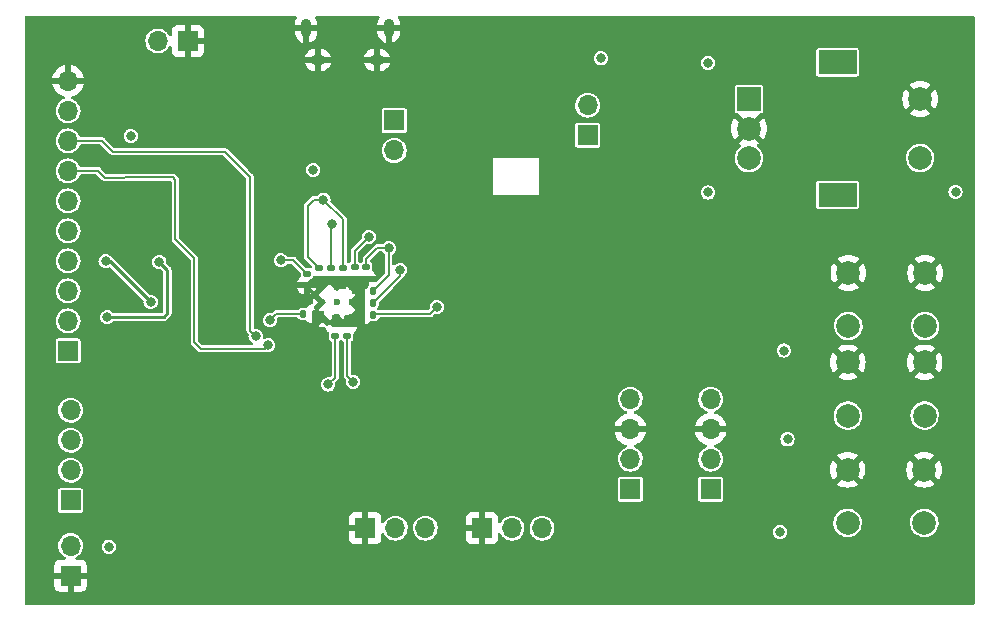
<source format=gbl>
G04 #@! TF.GenerationSoftware,KiCad,Pcbnew,6.0.6-3a73a75311~116~ubuntu20.04.1*
G04 #@! TF.CreationDate,2022-09-28T13:41:04-04:00*
G04 #@! TF.ProjectId,powerboard,706f7765-7262-46f6-9172-642e6b696361,rev?*
G04 #@! TF.SameCoordinates,Original*
G04 #@! TF.FileFunction,Copper,L4,Bot*
G04 #@! TF.FilePolarity,Positive*
%FSLAX46Y46*%
G04 Gerber Fmt 4.6, Leading zero omitted, Abs format (unit mm)*
G04 Created by KiCad (PCBNEW 6.0.6-3a73a75311~116~ubuntu20.04.1) date 2022-09-28 13:41:04*
%MOMM*%
%LPD*%
G01*
G04 APERTURE LIST*
G04 Aperture macros list*
%AMRoundRect*
0 Rectangle with rounded corners*
0 $1 Rounding radius*
0 $2 $3 $4 $5 $6 $7 $8 $9 X,Y pos of 4 corners*
0 Add a 4 corners polygon primitive as box body*
4,1,4,$2,$3,$4,$5,$6,$7,$8,$9,$2,$3,0*
0 Add four circle primitives for the rounded corners*
1,1,$1+$1,$2,$3*
1,1,$1+$1,$4,$5*
1,1,$1+$1,$6,$7*
1,1,$1+$1,$8,$9*
0 Add four rect primitives between the rounded corners*
20,1,$1+$1,$2,$3,$4,$5,0*
20,1,$1+$1,$4,$5,$6,$7,0*
20,1,$1+$1,$6,$7,$8,$9,0*
20,1,$1+$1,$8,$9,$2,$3,0*%
G04 Aperture macros list end*
G04 #@! TA.AperFunction,ComponentPad*
%ADD10C,2.000000*%
G04 #@! TD*
G04 #@! TA.AperFunction,ComponentPad*
%ADD11R,1.700000X1.700000*%
G04 #@! TD*
G04 #@! TA.AperFunction,ComponentPad*
%ADD12O,1.700000X1.700000*%
G04 #@! TD*
G04 #@! TA.AperFunction,ComponentPad*
%ADD13O,0.890000X1.550000*%
G04 #@! TD*
G04 #@! TA.AperFunction,ComponentPad*
%ADD14O,1.250000X0.950000*%
G04 #@! TD*
G04 #@! TA.AperFunction,ComponentPad*
%ADD15R,2.000000X2.000000*%
G04 #@! TD*
G04 #@! TA.AperFunction,ComponentPad*
%ADD16R,3.200000X2.000000*%
G04 #@! TD*
G04 #@! TA.AperFunction,ComponentPad*
%ADD17C,0.600000*%
G04 #@! TD*
G04 #@! TA.AperFunction,SMDPad,CuDef*
%ADD18RoundRect,0.140000X-0.170000X0.140000X-0.170000X-0.140000X0.170000X-0.140000X0.170000X0.140000X0*%
G04 #@! TD*
G04 #@! TA.AperFunction,SMDPad,CuDef*
%ADD19RoundRect,0.140000X0.170000X-0.140000X0.170000X0.140000X-0.170000X0.140000X-0.170000X-0.140000X0*%
G04 #@! TD*
G04 #@! TA.AperFunction,SMDPad,CuDef*
%ADD20RoundRect,0.140000X0.140000X0.170000X-0.140000X0.170000X-0.140000X-0.170000X0.140000X-0.170000X0*%
G04 #@! TD*
G04 #@! TA.AperFunction,SMDPad,CuDef*
%ADD21RoundRect,0.140000X-0.140000X-0.170000X0.140000X-0.170000X0.140000X0.170000X-0.140000X0.170000X0*%
G04 #@! TD*
G04 #@! TA.AperFunction,ViaPad*
%ADD22C,0.800000*%
G04 #@! TD*
G04 #@! TA.AperFunction,Conductor*
%ADD23C,0.250000*%
G04 #@! TD*
G04 #@! TA.AperFunction,Conductor*
%ADD24C,0.200000*%
G04 #@! TD*
G04 #@! TA.AperFunction,Conductor*
%ADD25C,0.293370*%
G04 #@! TD*
G04 APERTURE END LIST*
D10*
X125500200Y-37374000D03*
X119000200Y-37374000D03*
X125500200Y-41874000D03*
X119000200Y-41874000D03*
D11*
X87975200Y-58978800D03*
D12*
X90515200Y-58978800D03*
X93055200Y-58978800D03*
D13*
X80081000Y-16637000D03*
D14*
X74081000Y-19337000D03*
D13*
X73081000Y-16637000D03*
D14*
X79081000Y-19337000D03*
D10*
X125424000Y-54036400D03*
X118924000Y-54036400D03*
X125424000Y-58536400D03*
X118924000Y-58536400D03*
D11*
X107340400Y-55676800D03*
D12*
X107340400Y-53136800D03*
X107340400Y-50596800D03*
X107340400Y-48056800D03*
D11*
X78094600Y-58978800D03*
D12*
X80634600Y-58978800D03*
X83174600Y-58978800D03*
D11*
X100533600Y-55676800D03*
D12*
X100533600Y-53136800D03*
X100533600Y-50596800D03*
X100533600Y-48056800D03*
D11*
X63068200Y-17729200D03*
D12*
X60528200Y-17729200D03*
D15*
X110580600Y-22646000D03*
D10*
X110580600Y-27646000D03*
X110580600Y-25146000D03*
D16*
X118080600Y-30746000D03*
X118080600Y-19546000D03*
D10*
X125080600Y-27646000D03*
X125080600Y-22646000D03*
D11*
X53136800Y-56616600D03*
D12*
X53136800Y-54076600D03*
X53136800Y-51536600D03*
X53136800Y-48996600D03*
D11*
X96926400Y-25709800D03*
D12*
X96926400Y-23169800D03*
D11*
X53136800Y-62992000D03*
D12*
X53136800Y-60452000D03*
D10*
X125449400Y-44943200D03*
X118949400Y-44943200D03*
X118949400Y-49443200D03*
X125449400Y-49443200D03*
D11*
X80545750Y-24460200D03*
D12*
X80545750Y-27000200D03*
D17*
X75714400Y-41120650D03*
X75714400Y-39845650D03*
X74439400Y-41120650D03*
X75714400Y-38570650D03*
X76989400Y-41120650D03*
X76989400Y-39845650D03*
X74439400Y-38570650D03*
X74439400Y-39845650D03*
X76989400Y-38570650D03*
D11*
X52933600Y-43967400D03*
D12*
X52933600Y-41427400D03*
X52933600Y-38887400D03*
X52933600Y-36347400D03*
X52933600Y-33807400D03*
X52933600Y-31267400D03*
X52933600Y-28727400D03*
X52933600Y-26187400D03*
X52933600Y-23647400D03*
X52933600Y-21107400D03*
D18*
X76200000Y-36934200D03*
X76200000Y-37894200D03*
D19*
X76581000Y-42694800D03*
X76581000Y-41734800D03*
D20*
X78737400Y-39903400D03*
X77777400Y-39903400D03*
D18*
X73152000Y-37442200D03*
X73152000Y-38402200D03*
X74142600Y-36934200D03*
X74142600Y-37894200D03*
D21*
X72849800Y-40843200D03*
X73809800Y-40843200D03*
D18*
X78181200Y-36908800D03*
X78181200Y-37868800D03*
X75184000Y-36934200D03*
X75184000Y-37894200D03*
X77190600Y-36908800D03*
X77190600Y-37868800D03*
D20*
X78762800Y-40944800D03*
X77802800Y-40944800D03*
X78737400Y-38887400D03*
X77777400Y-38887400D03*
D19*
X75539600Y-42694800D03*
X75539600Y-41734800D03*
D22*
X57048400Y-28194000D03*
X65557400Y-29692600D03*
X103403400Y-42722800D03*
X70434200Y-26416000D03*
X100025200Y-35280600D03*
X82956400Y-36449000D03*
X99898200Y-19456400D03*
X63093600Y-20320000D03*
X66395600Y-58216800D03*
X89560400Y-33045400D03*
X52171600Y-16662400D03*
X101930200Y-35280600D03*
X93167200Y-45161200D03*
X81991200Y-34366200D03*
X116255800Y-45212000D03*
X58267600Y-44602400D03*
X113436400Y-36931600D03*
X88188800Y-50901600D03*
X89560400Y-34696400D03*
X81762600Y-21183600D03*
X88188800Y-52552600D03*
X103403400Y-41071800D03*
X65938400Y-36347400D03*
X105308400Y-41071800D03*
X87807800Y-36195000D03*
X105638600Y-36931600D03*
X111531400Y-35280600D03*
X127990600Y-32842200D03*
X66395600Y-59867800D03*
X123315185Y-64312800D03*
X68300600Y-59867800D03*
X93167200Y-43510200D03*
X111531400Y-36931600D03*
X82524600Y-50698400D03*
X91465400Y-34696400D03*
X105054400Y-19583400D03*
X72263000Y-50241200D03*
X103809800Y-16662400D03*
X75361800Y-29260800D03*
X101930200Y-36931600D03*
X115951000Y-37896800D03*
X95072200Y-43510200D03*
X89542260Y-64389000D03*
X91465400Y-33045400D03*
X95072200Y-45161200D03*
X75260200Y-20802600D03*
X116128800Y-54635400D03*
X89560400Y-36195000D03*
X113436400Y-35280600D03*
X62523920Y-64312800D03*
X109728000Y-17145000D03*
X109728000Y-36931600D03*
X107823000Y-35280600D03*
X127965200Y-22606000D03*
X82524600Y-52349400D03*
X103051430Y-64363600D03*
X79095600Y-47650400D03*
X58267600Y-45618400D03*
X107823000Y-36931600D03*
X103733600Y-36931600D03*
X116560600Y-64312800D03*
X93548200Y-21158200D03*
X66319400Y-21691600D03*
X79273400Y-32435800D03*
X69278505Y-64312800D03*
X68300600Y-58216800D03*
X83949350Y-27998550D03*
X76479400Y-48615600D03*
X105638600Y-35280600D03*
X76033090Y-64287400D03*
X109728000Y-35280600D03*
X91465400Y-36195000D03*
X128346200Y-43535600D03*
X128219200Y-50292000D03*
X128295400Y-36779200D03*
X85902800Y-33045400D03*
X85902800Y-36195000D03*
X68224400Y-23342600D03*
X63093600Y-32537400D03*
X75184000Y-53594000D03*
X105308400Y-42722800D03*
X125272800Y-17145000D03*
X87807800Y-34696400D03*
X85902800Y-34696400D03*
X100025200Y-36931600D03*
X66319400Y-23342600D03*
X86283800Y-50901600D03*
X128397000Y-56935917D03*
X58242200Y-46634400D03*
X56182300Y-62809200D03*
X86283800Y-52552600D03*
X128117600Y-64262000D03*
X105460800Y-16662400D03*
X58242200Y-43484800D03*
X103733600Y-35280600D03*
X68224400Y-21691600D03*
X105105200Y-30581600D03*
X96296845Y-64389000D03*
X50520600Y-16662400D03*
X86131400Y-40309800D03*
X128168400Y-16916400D03*
X87807800Y-33045400D03*
X82787675Y-64414400D03*
X109806015Y-64338200D03*
X80086200Y-35280600D03*
X81051400Y-37109400D03*
X70942200Y-36296600D03*
X70017647Y-41367178D03*
X128066800Y-30505400D03*
X56385500Y-60548600D03*
X74955400Y-46812200D03*
X84150200Y-40259000D03*
X107111800Y-30556200D03*
X73685400Y-28651200D03*
X113842800Y-51460400D03*
X107111800Y-19583400D03*
X113207800Y-59309000D03*
X113538000Y-43942000D03*
X98044000Y-19202400D03*
X74549000Y-31165800D03*
X58242200Y-25781000D03*
X75285600Y-33248600D03*
X77063600Y-46583600D03*
X78384400Y-34315400D03*
X60655200Y-36449000D03*
X56235600Y-41122600D03*
X59918600Y-39827200D03*
X56108600Y-36372800D03*
X69875400Y-43484800D03*
X68808600Y-42722800D03*
D23*
X74439400Y-38570650D02*
X74439400Y-38191000D01*
X78181200Y-37868800D02*
X77190600Y-37868800D01*
X75539600Y-41734800D02*
X75539600Y-41295450D01*
X75539600Y-41295450D02*
X75714400Y-41120650D01*
X73152000Y-38558250D02*
X74439400Y-39845650D01*
X76581000Y-41734800D02*
X76581000Y-41529050D01*
X75184000Y-37894200D02*
X75184000Y-38040250D01*
X73152000Y-38402200D02*
X73152000Y-38558250D01*
X77306150Y-38887400D02*
X76989400Y-38570650D01*
X76200000Y-37894200D02*
X76200000Y-38085050D01*
X77802800Y-40944800D02*
X77165250Y-40944800D01*
X74087250Y-41120650D02*
X73809800Y-40843200D01*
X76200000Y-38085050D02*
X75714400Y-38570650D01*
X74439400Y-38191000D02*
X74142600Y-37894200D01*
X77047150Y-39903400D02*
X76989400Y-39845650D01*
X75184000Y-38040250D02*
X75714400Y-38570650D01*
X76581000Y-41529050D02*
X76989400Y-41120650D01*
X74439400Y-41120650D02*
X74087250Y-41120650D01*
X77777400Y-38887400D02*
X77306150Y-38887400D01*
X77190600Y-38369450D02*
X76989400Y-38570650D01*
X77777400Y-39903400D02*
X77047150Y-39903400D01*
X77190600Y-37868800D02*
X77190600Y-38369450D01*
X77165250Y-40944800D02*
X76989400Y-41120650D01*
D24*
X84150200Y-40259000D02*
X83566000Y-40843200D01*
X74549000Y-31165800D02*
X73736850Y-31165800D01*
X83566000Y-40843200D02*
X78813600Y-40843200D01*
X75539600Y-46228000D02*
X75539600Y-42694800D01*
X81051400Y-37109400D02*
X81051400Y-37589400D01*
X73214000Y-31688650D02*
X73214000Y-36005600D01*
X70017647Y-41367178D02*
X70541625Y-40843200D01*
X78181200Y-36195000D02*
X78181200Y-36908800D01*
X70942200Y-36296600D02*
X72006400Y-36296600D01*
X80086200Y-35280600D02*
X80086200Y-37538600D01*
X81051400Y-37589400D02*
X78737400Y-39903400D01*
X73736850Y-31165800D02*
X73214000Y-31688650D01*
X76213900Y-36920300D02*
X76200000Y-36934200D01*
X76213900Y-32830700D02*
X76213900Y-36920300D01*
X80086200Y-37538600D02*
X78737400Y-38887400D01*
X72006400Y-36296600D02*
X73152000Y-37442200D01*
X73214000Y-36005600D02*
X74142600Y-36934200D01*
X70541625Y-40843200D02*
X72849800Y-40843200D01*
X74955400Y-46812200D02*
X75539600Y-46228000D01*
X79121000Y-35255200D02*
X80060800Y-35255200D01*
X80060800Y-35255200D02*
X80086200Y-35280600D01*
X79121000Y-35255200D02*
X78181200Y-36195000D01*
X74549000Y-31165800D02*
X76213900Y-32830700D01*
X77063600Y-46583600D02*
X76581000Y-46101000D01*
X75184000Y-33350200D02*
X75184000Y-36934200D01*
X76581000Y-46101000D02*
X76581000Y-42694800D01*
X77190600Y-35509200D02*
X77190600Y-36908800D01*
X78384400Y-34315400D02*
X77190600Y-35509200D01*
X75285600Y-33248600D02*
X75184000Y-33350200D01*
D25*
X61341000Y-40792400D02*
X61010800Y-41122600D01*
X61341000Y-37134800D02*
X61341000Y-40792400D01*
X61010800Y-41122600D02*
X56235600Y-41122600D01*
X60655200Y-36449000D02*
X61341000Y-37134800D01*
X56464200Y-36372800D02*
X56108600Y-36372800D01*
X59918600Y-39827200D02*
X56464200Y-36372800D01*
D24*
X56083200Y-29311600D02*
X55499000Y-28727400D01*
X57708800Y-29286200D02*
X57683400Y-29311600D01*
X63627000Y-43256200D02*
X63627000Y-36144200D01*
X61823600Y-29286200D02*
X57708800Y-29286200D01*
X63627000Y-36144200D02*
X62001400Y-34518600D01*
X55499000Y-28727400D02*
X52933600Y-28727400D01*
X64150815Y-43780015D02*
X63627000Y-43256200D01*
X62001400Y-34518600D02*
X62001400Y-29464000D01*
X57683400Y-29311600D02*
X56083200Y-29311600D01*
X69875400Y-43484800D02*
X69580185Y-43780015D01*
X69580185Y-43780015D02*
X64150815Y-43780015D01*
X62001400Y-29464000D02*
X61823600Y-29286200D01*
X55829200Y-26187400D02*
X52933600Y-26187400D01*
X66243200Y-27127200D02*
X56769000Y-27127200D01*
X68808600Y-42722800D02*
X68337200Y-42251400D01*
X68337200Y-42251400D02*
X68337200Y-29221200D01*
X68337200Y-29221200D02*
X66243200Y-27127200D01*
X56769000Y-27127200D02*
X55829200Y-26187400D01*
G04 #@! TA.AperFunction,Conductor*
G36*
X78003400Y-38447837D02*
G01*
X77997506Y-38457803D01*
X77951794Y-38615146D01*
X77951290Y-38621551D01*
X77951289Y-38621556D01*
X77950357Y-38633400D01*
X77948900Y-38651916D01*
X77948900Y-39122884D01*
X77951794Y-39159654D01*
X77997506Y-39316997D01*
X78001540Y-39323818D01*
X78003400Y-39326963D01*
X78003400Y-39463837D01*
X77997506Y-39473803D01*
X77995295Y-39481414D01*
X77995294Y-39481416D01*
X77980484Y-39532395D01*
X77951794Y-39631146D01*
X77948900Y-39667916D01*
X77948900Y-40138884D01*
X77951794Y-40175654D01*
X77953589Y-40181831D01*
X77985728Y-40292455D01*
X77997506Y-40332997D01*
X78001541Y-40339820D01*
X78001542Y-40339822D01*
X78003400Y-40342964D01*
X78003400Y-40582344D01*
X77977194Y-40672546D01*
X77976690Y-40678951D01*
X77976689Y-40678956D01*
X77974493Y-40706860D01*
X77974300Y-40709316D01*
X77974300Y-41180284D01*
X77974493Y-41182732D01*
X77974493Y-41182740D01*
X77976092Y-41203051D01*
X77977194Y-41217054D01*
X77978989Y-41223231D01*
X78003400Y-41307256D01*
X78003400Y-41859200D01*
X75253697Y-41859200D01*
X75114773Y-41720277D01*
X75089708Y-41695212D01*
X75075770Y-41687601D01*
X75073934Y-41687733D01*
X75067322Y-41691982D01*
X74948517Y-41810787D01*
X74886205Y-41844813D01*
X74815390Y-41839748D01*
X74770326Y-41810787D01*
X74452211Y-41492671D01*
X74438268Y-41485058D01*
X74436434Y-41485189D01*
X74429821Y-41489440D01*
X74085632Y-41833629D01*
X74078875Y-41846004D01*
X74081657Y-41849721D01*
X74107145Y-41859200D01*
X73660000Y-41859200D01*
X73660000Y-41118925D01*
X74063800Y-41118925D01*
X74067037Y-41129950D01*
X74070046Y-41128576D01*
X74074992Y-41119518D01*
X74074861Y-41117685D01*
X74073308Y-41115267D01*
X74066523Y-41111563D01*
X74063800Y-41118864D01*
X74063800Y-41118925D01*
X73660000Y-41118925D01*
X73660000Y-40593942D01*
X73681800Y-40589200D01*
X73753481Y-40589200D01*
X73779126Y-40581670D01*
X73864834Y-40495962D01*
X73871212Y-40484282D01*
X74166309Y-40484282D01*
X74166440Y-40486115D01*
X74170691Y-40492730D01*
X74254349Y-40576388D01*
X74277811Y-40589200D01*
X74511800Y-40589200D01*
X74579921Y-40609202D01*
X74626414Y-40662858D01*
X74637800Y-40715200D01*
X74637800Y-40941725D01*
X74645330Y-40967370D01*
X75064092Y-41386131D01*
X75078030Y-41393742D01*
X75079866Y-41393610D01*
X75086478Y-41389361D01*
X75272788Y-41203051D01*
X75285600Y-41179589D01*
X75285600Y-41032800D01*
X75305602Y-40964679D01*
X75359258Y-40918186D01*
X75411600Y-40906800D01*
X75550925Y-40906800D01*
X75576570Y-40899270D01*
X75625305Y-40850535D01*
X75687617Y-40816509D01*
X75758432Y-40821574D01*
X75803495Y-40850535D01*
X76314190Y-41361230D01*
X76324276Y-41366738D01*
X76327000Y-41359435D01*
X76327000Y-41202037D01*
X77433851Y-41202037D01*
X77437089Y-41209128D01*
X77535988Y-41308027D01*
X77546077Y-41313536D01*
X77548800Y-41306235D01*
X77548800Y-41216915D01*
X77544325Y-41201676D01*
X77542935Y-41200471D01*
X77535252Y-41198800D01*
X77444876Y-41198800D01*
X77433851Y-41202037D01*
X76327000Y-41202037D01*
X76327000Y-41032800D01*
X76347002Y-40964679D01*
X76400658Y-40918186D01*
X76453000Y-40906800D01*
X76798975Y-40906800D01*
X76816907Y-40908083D01*
X76834241Y-40910575D01*
X76845328Y-40905512D01*
X76961988Y-40788852D01*
X76985478Y-40745835D01*
X77035681Y-40695634D01*
X77060566Y-40685326D01*
X77067569Y-40683270D01*
X77254877Y-40495962D01*
X77262491Y-40482018D01*
X77262360Y-40480183D01*
X77258110Y-40473570D01*
X76719285Y-39934745D01*
X76685259Y-39872433D01*
X76690324Y-39801618D01*
X76719285Y-39756555D01*
X76989400Y-39486440D01*
X77254877Y-39220962D01*
X77262491Y-39207018D01*
X77262360Y-39205185D01*
X77258109Y-39198570D01*
X77213751Y-39154212D01*
X77190289Y-39141400D01*
X77075400Y-39141400D01*
X77007279Y-39121398D01*
X76960786Y-39067742D01*
X76949400Y-39015400D01*
X76949400Y-38907975D01*
X76941870Y-38882330D01*
X76674825Y-38615285D01*
X77444600Y-38615285D01*
X77449075Y-38630524D01*
X77450465Y-38631729D01*
X77458148Y-38633400D01*
X77505285Y-38633400D01*
X77520524Y-38628925D01*
X77521729Y-38627535D01*
X77523400Y-38619852D01*
X77523400Y-38413976D01*
X77520163Y-38402951D01*
X77513072Y-38406189D01*
X77457412Y-38461849D01*
X77444600Y-38485311D01*
X77444600Y-38615285D01*
X76674825Y-38615285D01*
X76630190Y-38570650D01*
X76466812Y-38407273D01*
X76456723Y-38401764D01*
X76454000Y-38409065D01*
X76454000Y-38596200D01*
X76433998Y-38664321D01*
X76380342Y-38710814D01*
X76328000Y-38722200D01*
X76012830Y-38722200D01*
X75951596Y-38704220D01*
X75946759Y-38703525D01*
X75935672Y-38708588D01*
X75803495Y-38840765D01*
X75741183Y-38874791D01*
X75670368Y-38869726D01*
X75625305Y-38840765D01*
X75355190Y-38570650D01*
X75089712Y-38305173D01*
X75075768Y-38297559D01*
X75073933Y-38297690D01*
X75067323Y-38301938D01*
X74798610Y-38570650D01*
X74439400Y-38929860D01*
X74173922Y-39195339D01*
X74166309Y-39209282D01*
X74166440Y-39211117D01*
X74170690Y-39217730D01*
X74709515Y-39756555D01*
X74743541Y-39818867D01*
X74738476Y-39889682D01*
X74709515Y-39934745D01*
X74439400Y-40204860D01*
X74173923Y-40470338D01*
X74166309Y-40484282D01*
X73871212Y-40484282D01*
X73872448Y-40482018D01*
X73872317Y-40480185D01*
X73868066Y-40473570D01*
X73749263Y-40354767D01*
X73715237Y-40292455D01*
X73720302Y-40221640D01*
X73749263Y-40176576D01*
X74067379Y-39858461D01*
X74074992Y-39844518D01*
X74074861Y-39842684D01*
X74070610Y-39836071D01*
X73726858Y-39492319D01*
X73714483Y-39485562D01*
X73709326Y-39489422D01*
X73708673Y-39490739D01*
X73660000Y-39624467D01*
X73660000Y-39095146D01*
X73715499Y-39062324D01*
X73715574Y-39062266D01*
X73719855Y-39054425D01*
X73718435Y-39034568D01*
X73707092Y-38995932D01*
X73727097Y-38927812D01*
X73743997Y-38906842D01*
X73915827Y-38735012D01*
X73922587Y-38722632D01*
X73903632Y-38697311D01*
X73884775Y-38659639D01*
X73882735Y-38657871D01*
X73875052Y-38656200D01*
X73660000Y-38656200D01*
X73660000Y-38155300D01*
X74398003Y-38155300D01*
X74404130Y-38176169D01*
X74426589Y-38198629D01*
X74440531Y-38206242D01*
X74442366Y-38206111D01*
X74448978Y-38201862D01*
X74489829Y-38161011D01*
X74495056Y-38151437D01*
X75658251Y-38151437D01*
X75661489Y-38158528D01*
X75701592Y-38198632D01*
X75715530Y-38206242D01*
X75717366Y-38206111D01*
X75723979Y-38201861D01*
X75764829Y-38161011D01*
X75770337Y-38150923D01*
X75763035Y-38148200D01*
X75669276Y-38148200D01*
X75658251Y-38151437D01*
X74495056Y-38151437D01*
X74495337Y-38150923D01*
X74488035Y-38148200D01*
X74414715Y-38148200D01*
X74399476Y-38152675D01*
X74398271Y-38154065D01*
X74398003Y-38155300D01*
X73660000Y-38155300D01*
X73660000Y-38135727D01*
X73715808Y-38102722D01*
X73722629Y-38098688D01*
X73838488Y-37982829D01*
X73844301Y-37973000D01*
X78003400Y-37973000D01*
X78003400Y-38447837D01*
G37*
G04 #@! TD.AperFunction*
G04 #@! TA.AperFunction,Conductor*
G36*
X72245924Y-15609702D02*
G01*
X72292417Y-15663358D01*
X72302521Y-15733632D01*
X72281017Y-15787970D01*
X72248476Y-15834444D01*
X72242280Y-15845531D01*
X72170460Y-16011495D01*
X72166618Y-16023607D01*
X72129323Y-16202134D01*
X72128085Y-16211666D01*
X72128000Y-16214889D01*
X72128000Y-16364885D01*
X72132475Y-16380124D01*
X72133865Y-16381329D01*
X72141548Y-16383000D01*
X74015885Y-16383000D01*
X74031124Y-16378525D01*
X74032329Y-16377135D01*
X74034000Y-16369452D01*
X74034000Y-16261808D01*
X74033677Y-16255433D01*
X74019995Y-16120733D01*
X74017441Y-16108293D01*
X73963365Y-15935736D01*
X73958356Y-15924048D01*
X73876727Y-15776786D01*
X73861196Y-15707509D01*
X73885583Y-15640833D01*
X73942148Y-15597926D01*
X73986929Y-15589700D01*
X79177803Y-15589700D01*
X79245924Y-15609702D01*
X79292417Y-15663358D01*
X79302521Y-15733632D01*
X79281017Y-15787970D01*
X79248476Y-15834444D01*
X79242280Y-15845531D01*
X79170460Y-16011495D01*
X79166618Y-16023607D01*
X79129323Y-16202134D01*
X79128085Y-16211666D01*
X79128000Y-16214889D01*
X79128000Y-16364885D01*
X79132475Y-16380124D01*
X79133865Y-16381329D01*
X79141548Y-16383000D01*
X81015885Y-16383000D01*
X81031124Y-16378525D01*
X81032329Y-16377135D01*
X81034000Y-16369452D01*
X81034000Y-16261808D01*
X81033677Y-16255433D01*
X81019995Y-16120733D01*
X81017441Y-16108293D01*
X80963365Y-15935736D01*
X80958356Y-15924048D01*
X80876727Y-15776786D01*
X80861196Y-15707509D01*
X80885583Y-15640833D01*
X80942148Y-15597926D01*
X80986929Y-15589700D01*
X129559600Y-15589700D01*
X129627721Y-15609702D01*
X129674214Y-15663358D01*
X129685600Y-15715700D01*
X129685600Y-65361100D01*
X129665598Y-65429221D01*
X129611942Y-65475714D01*
X129559600Y-65487100D01*
X49408800Y-65487100D01*
X49340679Y-65467098D01*
X49294186Y-65413442D01*
X49282800Y-65361100D01*
X49282800Y-63886669D01*
X51778801Y-63886669D01*
X51779171Y-63893490D01*
X51784695Y-63944352D01*
X51788321Y-63959604D01*
X51833476Y-64080054D01*
X51842014Y-64095649D01*
X51918515Y-64197724D01*
X51931076Y-64210285D01*
X52033151Y-64286786D01*
X52048746Y-64295324D01*
X52169194Y-64340478D01*
X52184449Y-64344105D01*
X52235314Y-64349631D01*
X52242128Y-64350000D01*
X52864685Y-64350000D01*
X52879924Y-64345525D01*
X52881129Y-64344135D01*
X52882800Y-64336452D01*
X52882800Y-64331884D01*
X53390800Y-64331884D01*
X53395275Y-64347123D01*
X53396665Y-64348328D01*
X53404348Y-64349999D01*
X54031469Y-64349999D01*
X54038290Y-64349629D01*
X54089152Y-64344105D01*
X54104404Y-64340479D01*
X54224854Y-64295324D01*
X54240449Y-64286786D01*
X54342524Y-64210285D01*
X54355085Y-64197724D01*
X54431586Y-64095649D01*
X54440124Y-64080054D01*
X54485278Y-63959606D01*
X54488905Y-63944351D01*
X54494431Y-63893486D01*
X54494800Y-63886672D01*
X54494800Y-63264115D01*
X54490325Y-63248876D01*
X54488935Y-63247671D01*
X54481252Y-63246000D01*
X53408915Y-63246000D01*
X53393676Y-63250475D01*
X53392471Y-63251865D01*
X53390800Y-63259548D01*
X53390800Y-64331884D01*
X52882800Y-64331884D01*
X52882800Y-63264115D01*
X52878325Y-63248876D01*
X52876935Y-63247671D01*
X52869252Y-63246000D01*
X51796916Y-63246000D01*
X51781677Y-63250475D01*
X51780472Y-63251865D01*
X51778801Y-63259548D01*
X51778801Y-63886669D01*
X49282800Y-63886669D01*
X49282800Y-62719885D01*
X51778800Y-62719885D01*
X51783275Y-62735124D01*
X51784665Y-62736329D01*
X51792348Y-62738000D01*
X54476684Y-62738000D01*
X54491923Y-62733525D01*
X54493128Y-62732135D01*
X54494799Y-62724452D01*
X54494799Y-62097331D01*
X54494429Y-62090510D01*
X54488905Y-62039648D01*
X54485279Y-62024396D01*
X54440124Y-61903946D01*
X54431586Y-61888351D01*
X54355085Y-61786276D01*
X54342524Y-61773715D01*
X54240449Y-61697214D01*
X54224854Y-61688676D01*
X54104406Y-61643522D01*
X54089151Y-61639895D01*
X54038286Y-61634369D01*
X54031472Y-61634000D01*
X53655732Y-61634000D01*
X53587611Y-61613998D01*
X53541118Y-61560342D01*
X53531014Y-61490068D01*
X53560508Y-61425488D01*
X53598921Y-61395534D01*
X53696916Y-61346033D01*
X53702410Y-61343258D01*
X53864751Y-61216424D01*
X53999364Y-61060472D01*
X54020187Y-61023818D01*
X54098076Y-60886707D01*
X54101123Y-60881344D01*
X54166151Y-60685863D01*
X54183491Y-60548600D01*
X55779818Y-60548600D01*
X55800456Y-60705362D01*
X55860964Y-60851441D01*
X55957218Y-60976882D01*
X56082659Y-61073136D01*
X56228738Y-61133644D01*
X56385500Y-61154282D01*
X56393688Y-61153204D01*
X56534074Y-61134722D01*
X56542262Y-61133644D01*
X56688341Y-61073136D01*
X56813782Y-60976882D01*
X56910036Y-60851441D01*
X56970544Y-60705362D01*
X56991182Y-60548600D01*
X56970544Y-60391838D01*
X56910036Y-60245759D01*
X56813782Y-60120318D01*
X56688341Y-60024064D01*
X56542262Y-59963556D01*
X56385500Y-59942918D01*
X56228738Y-59963556D01*
X56082659Y-60024064D01*
X55957218Y-60120318D01*
X55860964Y-60245759D01*
X55800456Y-60391838D01*
X55779818Y-60548600D01*
X54183491Y-60548600D01*
X54191971Y-60481474D01*
X54192383Y-60452000D01*
X54172280Y-60246970D01*
X54112735Y-60049749D01*
X54019006Y-59873469D01*
X76736601Y-59873469D01*
X76736971Y-59880290D01*
X76742495Y-59931152D01*
X76746121Y-59946404D01*
X76791276Y-60066854D01*
X76799814Y-60082449D01*
X76876315Y-60184524D01*
X76888876Y-60197085D01*
X76990951Y-60273586D01*
X77006546Y-60282124D01*
X77126994Y-60327278D01*
X77142249Y-60330905D01*
X77193114Y-60336431D01*
X77199928Y-60336800D01*
X77822485Y-60336800D01*
X77837724Y-60332325D01*
X77838929Y-60330935D01*
X77840600Y-60323252D01*
X77840600Y-60318684D01*
X78348600Y-60318684D01*
X78353075Y-60333923D01*
X78354465Y-60335128D01*
X78362148Y-60336799D01*
X78989269Y-60336799D01*
X78996090Y-60336429D01*
X79046952Y-60330905D01*
X79062204Y-60327279D01*
X79182654Y-60282124D01*
X79198249Y-60273586D01*
X79300324Y-60197085D01*
X79312885Y-60184524D01*
X79389386Y-60082449D01*
X79397924Y-60066854D01*
X79443078Y-59946406D01*
X79446705Y-59931151D01*
X79452231Y-59880286D01*
X79452600Y-59873472D01*
X79452600Y-59497992D01*
X79472602Y-59429871D01*
X79526258Y-59383378D01*
X79596532Y-59373274D01*
X79661112Y-59402768D01*
X79690667Y-59440398D01*
X79747312Y-59550618D01*
X79817892Y-59639668D01*
X79871160Y-59706875D01*
X79875277Y-59712070D01*
X79879970Y-59716064D01*
X79879971Y-59716065D01*
X80012093Y-59828509D01*
X80032164Y-59845591D01*
X80037542Y-59848597D01*
X80037544Y-59848598D01*
X80059794Y-59861033D01*
X80211998Y-59946097D01*
X80275457Y-59966716D01*
X80402071Y-60007856D01*
X80402075Y-60007857D01*
X80407929Y-60009759D01*
X80612494Y-60034151D01*
X80618629Y-60033679D01*
X80618631Y-60033679D01*
X80678255Y-60029091D01*
X80817900Y-60018346D01*
X80823830Y-60016690D01*
X80823832Y-60016690D01*
X80947704Y-59982104D01*
X81016325Y-59962945D01*
X81021814Y-59960172D01*
X81021820Y-59960170D01*
X81154552Y-59893122D01*
X81200210Y-59870058D01*
X81209151Y-59863073D01*
X81357701Y-59747013D01*
X81362551Y-59743224D01*
X81372278Y-59731956D01*
X81493140Y-59591934D01*
X81493140Y-59591933D01*
X81497164Y-59587272D01*
X81500835Y-59580811D01*
X81560053Y-59476568D01*
X81598923Y-59408144D01*
X81663951Y-59212663D01*
X81689771Y-59008274D01*
X81690183Y-58978800D01*
X81688738Y-58964062D01*
X82119120Y-58964062D01*
X82136359Y-59169353D01*
X82138058Y-59175278D01*
X82180540Y-59323429D01*
X82193144Y-59367386D01*
X82195959Y-59372863D01*
X82195960Y-59372866D01*
X82284497Y-59545141D01*
X82287312Y-59550618D01*
X82357892Y-59639668D01*
X82411160Y-59706875D01*
X82415277Y-59712070D01*
X82419970Y-59716064D01*
X82419971Y-59716065D01*
X82552093Y-59828509D01*
X82572164Y-59845591D01*
X82577542Y-59848597D01*
X82577544Y-59848598D01*
X82599794Y-59861033D01*
X82751998Y-59946097D01*
X82815457Y-59966716D01*
X82942071Y-60007856D01*
X82942075Y-60007857D01*
X82947929Y-60009759D01*
X83152494Y-60034151D01*
X83158629Y-60033679D01*
X83158631Y-60033679D01*
X83218255Y-60029091D01*
X83357900Y-60018346D01*
X83363830Y-60016690D01*
X83363832Y-60016690D01*
X83487704Y-59982104D01*
X83556325Y-59962945D01*
X83561814Y-59960172D01*
X83561820Y-59960170D01*
X83694552Y-59893122D01*
X83733458Y-59873469D01*
X86617201Y-59873469D01*
X86617571Y-59880290D01*
X86623095Y-59931152D01*
X86626721Y-59946404D01*
X86671876Y-60066854D01*
X86680414Y-60082449D01*
X86756915Y-60184524D01*
X86769476Y-60197085D01*
X86871551Y-60273586D01*
X86887146Y-60282124D01*
X87007594Y-60327278D01*
X87022849Y-60330905D01*
X87073714Y-60336431D01*
X87080528Y-60336800D01*
X87703085Y-60336800D01*
X87718324Y-60332325D01*
X87719529Y-60330935D01*
X87721200Y-60323252D01*
X87721200Y-60318684D01*
X88229200Y-60318684D01*
X88233675Y-60333923D01*
X88235065Y-60335128D01*
X88242748Y-60336799D01*
X88869869Y-60336799D01*
X88876690Y-60336429D01*
X88927552Y-60330905D01*
X88942804Y-60327279D01*
X89063254Y-60282124D01*
X89078849Y-60273586D01*
X89180924Y-60197085D01*
X89193485Y-60184524D01*
X89269986Y-60082449D01*
X89278524Y-60066854D01*
X89323678Y-59946406D01*
X89327305Y-59931151D01*
X89332831Y-59880286D01*
X89333200Y-59873472D01*
X89333200Y-59497992D01*
X89353202Y-59429871D01*
X89406858Y-59383378D01*
X89477132Y-59373274D01*
X89541712Y-59402768D01*
X89571267Y-59440398D01*
X89627912Y-59550618D01*
X89698492Y-59639668D01*
X89751760Y-59706875D01*
X89755877Y-59712070D01*
X89760570Y-59716064D01*
X89760571Y-59716065D01*
X89892693Y-59828509D01*
X89912764Y-59845591D01*
X89918142Y-59848597D01*
X89918144Y-59848598D01*
X89940394Y-59861033D01*
X90092598Y-59946097D01*
X90156057Y-59966716D01*
X90282671Y-60007856D01*
X90282675Y-60007857D01*
X90288529Y-60009759D01*
X90493094Y-60034151D01*
X90499229Y-60033679D01*
X90499231Y-60033679D01*
X90558855Y-60029091D01*
X90698500Y-60018346D01*
X90704430Y-60016690D01*
X90704432Y-60016690D01*
X90828304Y-59982104D01*
X90896925Y-59962945D01*
X90902414Y-59960172D01*
X90902420Y-59960170D01*
X91035152Y-59893122D01*
X91080810Y-59870058D01*
X91089751Y-59863073D01*
X91238301Y-59747013D01*
X91243151Y-59743224D01*
X91252878Y-59731956D01*
X91373740Y-59591934D01*
X91373740Y-59591933D01*
X91377764Y-59587272D01*
X91381435Y-59580811D01*
X91440653Y-59476568D01*
X91479523Y-59408144D01*
X91544551Y-59212663D01*
X91570371Y-59008274D01*
X91570783Y-58978800D01*
X91569338Y-58964062D01*
X91999720Y-58964062D01*
X92016959Y-59169353D01*
X92018658Y-59175278D01*
X92061140Y-59323429D01*
X92073744Y-59367386D01*
X92076559Y-59372863D01*
X92076560Y-59372866D01*
X92165097Y-59545141D01*
X92167912Y-59550618D01*
X92238492Y-59639668D01*
X92291760Y-59706875D01*
X92295877Y-59712070D01*
X92300570Y-59716064D01*
X92300571Y-59716065D01*
X92432693Y-59828509D01*
X92452764Y-59845591D01*
X92458142Y-59848597D01*
X92458144Y-59848598D01*
X92480394Y-59861033D01*
X92632598Y-59946097D01*
X92696057Y-59966716D01*
X92822671Y-60007856D01*
X92822675Y-60007857D01*
X92828529Y-60009759D01*
X93033094Y-60034151D01*
X93039229Y-60033679D01*
X93039231Y-60033679D01*
X93098855Y-60029091D01*
X93238500Y-60018346D01*
X93244430Y-60016690D01*
X93244432Y-60016690D01*
X93368304Y-59982104D01*
X93436925Y-59962945D01*
X93442414Y-59960172D01*
X93442420Y-59960170D01*
X93575152Y-59893122D01*
X93620810Y-59870058D01*
X93629751Y-59863073D01*
X93778301Y-59747013D01*
X93783151Y-59743224D01*
X93792878Y-59731956D01*
X93913740Y-59591934D01*
X93913740Y-59591933D01*
X93917764Y-59587272D01*
X93921435Y-59580811D01*
X93980653Y-59476568D01*
X94019523Y-59408144D01*
X94052504Y-59309000D01*
X112602118Y-59309000D01*
X112603196Y-59317188D01*
X112616015Y-59414555D01*
X112622756Y-59465762D01*
X112683264Y-59611841D01*
X112779518Y-59737282D01*
X112904959Y-59833536D01*
X113051038Y-59894044D01*
X113207800Y-59914682D01*
X113215988Y-59913604D01*
X113356374Y-59895122D01*
X113364562Y-59894044D01*
X113510641Y-59833536D01*
X113636082Y-59737282D01*
X113732336Y-59611841D01*
X113792844Y-59465762D01*
X113799586Y-59414555D01*
X113812404Y-59317188D01*
X113813482Y-59309000D01*
X113792844Y-59152238D01*
X113732336Y-59006159D01*
X113636082Y-58880718D01*
X113510641Y-58784464D01*
X113364562Y-58723956D01*
X113349128Y-58721924D01*
X113215988Y-58704396D01*
X113207800Y-58703318D01*
X113199612Y-58704396D01*
X113066473Y-58721924D01*
X113051038Y-58723956D01*
X112904959Y-58784464D01*
X112779518Y-58880718D01*
X112683264Y-59006159D01*
X112622756Y-59152238D01*
X112602118Y-59309000D01*
X94052504Y-59309000D01*
X94084551Y-59212663D01*
X94110371Y-59008274D01*
X94110783Y-58978800D01*
X94090680Y-58773770D01*
X94031135Y-58576549D01*
X93993007Y-58504840D01*
X117718770Y-58504840D01*
X117733200Y-58725004D01*
X117734621Y-58730600D01*
X117734622Y-58730605D01*
X117771471Y-58875695D01*
X117787511Y-58938852D01*
X117789928Y-58944094D01*
X117789928Y-58944095D01*
X117828046Y-59026779D01*
X117879883Y-59139221D01*
X118007222Y-59319402D01*
X118165264Y-59473361D01*
X118170060Y-59476566D01*
X118170063Y-59476568D01*
X118288113Y-59555446D01*
X118348717Y-59595940D01*
X118354020Y-59598218D01*
X118354023Y-59598220D01*
X118546129Y-59680755D01*
X118551436Y-59683035D01*
X118616754Y-59697815D01*
X118760995Y-59730454D01*
X118761001Y-59730455D01*
X118766632Y-59731729D01*
X118772403Y-59731956D01*
X118772405Y-59731956D01*
X118840211Y-59734620D01*
X118987098Y-59740391D01*
X119096275Y-59724561D01*
X119199738Y-59709560D01*
X119199743Y-59709559D01*
X119205452Y-59708731D01*
X119210916Y-59706876D01*
X119210921Y-59706875D01*
X119408907Y-59639668D01*
X119408912Y-59639666D01*
X119414379Y-59637810D01*
X119449053Y-59618392D01*
X119579851Y-59545141D01*
X119606884Y-59530002D01*
X119670522Y-59477075D01*
X119772086Y-59392604D01*
X119776518Y-59388918D01*
X119842986Y-59309000D01*
X119913908Y-59223726D01*
X119913910Y-59223723D01*
X119917602Y-59219284D01*
X120025410Y-59026779D01*
X120027266Y-59021312D01*
X120027268Y-59021307D01*
X120094475Y-58823321D01*
X120094476Y-58823316D01*
X120096331Y-58817852D01*
X120097159Y-58812143D01*
X120097160Y-58812138D01*
X120127458Y-58603172D01*
X120127991Y-58599498D01*
X120129643Y-58536400D01*
X120126743Y-58504840D01*
X124218770Y-58504840D01*
X124233200Y-58725004D01*
X124234621Y-58730600D01*
X124234622Y-58730605D01*
X124271471Y-58875695D01*
X124287511Y-58938852D01*
X124289928Y-58944094D01*
X124289928Y-58944095D01*
X124328046Y-59026779D01*
X124379883Y-59139221D01*
X124507222Y-59319402D01*
X124665264Y-59473361D01*
X124670060Y-59476566D01*
X124670063Y-59476568D01*
X124788113Y-59555446D01*
X124848717Y-59595940D01*
X124854020Y-59598218D01*
X124854023Y-59598220D01*
X125046129Y-59680755D01*
X125051436Y-59683035D01*
X125116754Y-59697815D01*
X125260995Y-59730454D01*
X125261001Y-59730455D01*
X125266632Y-59731729D01*
X125272403Y-59731956D01*
X125272405Y-59731956D01*
X125340211Y-59734620D01*
X125487098Y-59740391D01*
X125596275Y-59724561D01*
X125699738Y-59709560D01*
X125699743Y-59709559D01*
X125705452Y-59708731D01*
X125710916Y-59706876D01*
X125710921Y-59706875D01*
X125908907Y-59639668D01*
X125908912Y-59639666D01*
X125914379Y-59637810D01*
X125949053Y-59618392D01*
X126079851Y-59545141D01*
X126106884Y-59530002D01*
X126170522Y-59477075D01*
X126272086Y-59392604D01*
X126276518Y-59388918D01*
X126342986Y-59309000D01*
X126413908Y-59223726D01*
X126413910Y-59223723D01*
X126417602Y-59219284D01*
X126525410Y-59026779D01*
X126527266Y-59021312D01*
X126527268Y-59021307D01*
X126594475Y-58823321D01*
X126594476Y-58823316D01*
X126596331Y-58817852D01*
X126597159Y-58812143D01*
X126597160Y-58812138D01*
X126627458Y-58603172D01*
X126627991Y-58599498D01*
X126629643Y-58536400D01*
X126609454Y-58316689D01*
X126549565Y-58104336D01*
X126469192Y-57941355D01*
X126454535Y-57911634D01*
X126451980Y-57906453D01*
X126319967Y-57729667D01*
X126208540Y-57626665D01*
X126162189Y-57583818D01*
X126162186Y-57583816D01*
X126157949Y-57579899D01*
X125971350Y-57462164D01*
X125766421Y-57380406D01*
X125760761Y-57379280D01*
X125760757Y-57379279D01*
X125555691Y-57338489D01*
X125555688Y-57338489D01*
X125550024Y-57337362D01*
X125544249Y-57337286D01*
X125544245Y-57337286D01*
X125433504Y-57335837D01*
X125329406Y-57334474D01*
X125323709Y-57335453D01*
X125323708Y-57335453D01*
X125117654Y-57370859D01*
X125117653Y-57370859D01*
X125111957Y-57371838D01*
X124904957Y-57448204D01*
X124899996Y-57451156D01*
X124899995Y-57451156D01*
X124725203Y-57555147D01*
X124715341Y-57561014D01*
X124549457Y-57706490D01*
X124412863Y-57879760D01*
X124310131Y-58075020D01*
X124244703Y-58285733D01*
X124218770Y-58504840D01*
X120126743Y-58504840D01*
X120109454Y-58316689D01*
X120049565Y-58104336D01*
X119969192Y-57941355D01*
X119954535Y-57911634D01*
X119951980Y-57906453D01*
X119819967Y-57729667D01*
X119708540Y-57626665D01*
X119662189Y-57583818D01*
X119662186Y-57583816D01*
X119657949Y-57579899D01*
X119471350Y-57462164D01*
X119266421Y-57380406D01*
X119260761Y-57379280D01*
X119260757Y-57379279D01*
X119055691Y-57338489D01*
X119055688Y-57338489D01*
X119050024Y-57337362D01*
X119044249Y-57337286D01*
X119044245Y-57337286D01*
X118933504Y-57335837D01*
X118829406Y-57334474D01*
X118823709Y-57335453D01*
X118823708Y-57335453D01*
X118617654Y-57370859D01*
X118617653Y-57370859D01*
X118611957Y-57371838D01*
X118404957Y-57448204D01*
X118399996Y-57451156D01*
X118399995Y-57451156D01*
X118225203Y-57555147D01*
X118215341Y-57561014D01*
X118049457Y-57706490D01*
X117912863Y-57879760D01*
X117810131Y-58075020D01*
X117744703Y-58285733D01*
X117718770Y-58504840D01*
X93993007Y-58504840D01*
X93934418Y-58394649D01*
X93845588Y-58285733D01*
X93808106Y-58239775D01*
X93808103Y-58239772D01*
X93804211Y-58235000D01*
X93786986Y-58220750D01*
X93650225Y-58107611D01*
X93650221Y-58107609D01*
X93645475Y-58103682D01*
X93464255Y-58005697D01*
X93267454Y-57944777D01*
X93261329Y-57944133D01*
X93261328Y-57944133D01*
X93068698Y-57923887D01*
X93068696Y-57923887D01*
X93062569Y-57923243D01*
X92975729Y-57931146D01*
X92863542Y-57941355D01*
X92863539Y-57941356D01*
X92857403Y-57941914D01*
X92659772Y-58000080D01*
X92477202Y-58095526D01*
X92472401Y-58099386D01*
X92472398Y-58099388D01*
X92462171Y-58107611D01*
X92316647Y-58224615D01*
X92184224Y-58382430D01*
X92181256Y-58387828D01*
X92181253Y-58387833D01*
X92097542Y-58540104D01*
X92084976Y-58562962D01*
X92022684Y-58759332D01*
X92021998Y-58765449D01*
X92021997Y-58765453D01*
X92009632Y-58875695D01*
X91999720Y-58964062D01*
X91569338Y-58964062D01*
X91550680Y-58773770D01*
X91491135Y-58576549D01*
X91394418Y-58394649D01*
X91305588Y-58285733D01*
X91268106Y-58239775D01*
X91268103Y-58239772D01*
X91264211Y-58235000D01*
X91246986Y-58220750D01*
X91110225Y-58107611D01*
X91110221Y-58107609D01*
X91105475Y-58103682D01*
X90924255Y-58005697D01*
X90727454Y-57944777D01*
X90721329Y-57944133D01*
X90721328Y-57944133D01*
X90528698Y-57923887D01*
X90528696Y-57923887D01*
X90522569Y-57923243D01*
X90435729Y-57931146D01*
X90323542Y-57941355D01*
X90323539Y-57941356D01*
X90317403Y-57941914D01*
X90119772Y-58000080D01*
X89937202Y-58095526D01*
X89932401Y-58099386D01*
X89932398Y-58099388D01*
X89922171Y-58107611D01*
X89776647Y-58224615D01*
X89644224Y-58382430D01*
X89641254Y-58387833D01*
X89641253Y-58387834D01*
X89569614Y-58518145D01*
X89519268Y-58568204D01*
X89449851Y-58583097D01*
X89383402Y-58558096D01*
X89341018Y-58501139D01*
X89333199Y-58457444D01*
X89333199Y-58084131D01*
X89332829Y-58077310D01*
X89327305Y-58026448D01*
X89323679Y-58011196D01*
X89278524Y-57890746D01*
X89269986Y-57875151D01*
X89193485Y-57773076D01*
X89180924Y-57760515D01*
X89078849Y-57684014D01*
X89063254Y-57675476D01*
X88942806Y-57630322D01*
X88927551Y-57626695D01*
X88876686Y-57621169D01*
X88869872Y-57620800D01*
X88247315Y-57620800D01*
X88232076Y-57625275D01*
X88230871Y-57626665D01*
X88229200Y-57634348D01*
X88229200Y-60318684D01*
X87721200Y-60318684D01*
X87721200Y-59250915D01*
X87716725Y-59235676D01*
X87715335Y-59234471D01*
X87707652Y-59232800D01*
X86635316Y-59232800D01*
X86620077Y-59237275D01*
X86618872Y-59238665D01*
X86617201Y-59246348D01*
X86617201Y-59873469D01*
X83733458Y-59873469D01*
X83740210Y-59870058D01*
X83749151Y-59863073D01*
X83897701Y-59747013D01*
X83902551Y-59743224D01*
X83912278Y-59731956D01*
X84033140Y-59591934D01*
X84033140Y-59591933D01*
X84037164Y-59587272D01*
X84040835Y-59580811D01*
X84100053Y-59476568D01*
X84138923Y-59408144D01*
X84203951Y-59212663D01*
X84229771Y-59008274D01*
X84230183Y-58978800D01*
X84210080Y-58773770D01*
X84189826Y-58706685D01*
X86617200Y-58706685D01*
X86621675Y-58721924D01*
X86623065Y-58723129D01*
X86630748Y-58724800D01*
X87703085Y-58724800D01*
X87718324Y-58720325D01*
X87719529Y-58718935D01*
X87721200Y-58711252D01*
X87721200Y-57638916D01*
X87716725Y-57623677D01*
X87715335Y-57622472D01*
X87707652Y-57620801D01*
X87080531Y-57620801D01*
X87073710Y-57621171D01*
X87022848Y-57626695D01*
X87007596Y-57630321D01*
X86887146Y-57675476D01*
X86871551Y-57684014D01*
X86769476Y-57760515D01*
X86756915Y-57773076D01*
X86680414Y-57875151D01*
X86671876Y-57890746D01*
X86626722Y-58011194D01*
X86623095Y-58026449D01*
X86617569Y-58077314D01*
X86617200Y-58084128D01*
X86617200Y-58706685D01*
X84189826Y-58706685D01*
X84150535Y-58576549D01*
X84053818Y-58394649D01*
X83964988Y-58285733D01*
X83927506Y-58239775D01*
X83927503Y-58239772D01*
X83923611Y-58235000D01*
X83906386Y-58220750D01*
X83769625Y-58107611D01*
X83769621Y-58107609D01*
X83764875Y-58103682D01*
X83583655Y-58005697D01*
X83386854Y-57944777D01*
X83380729Y-57944133D01*
X83380728Y-57944133D01*
X83188098Y-57923887D01*
X83188096Y-57923887D01*
X83181969Y-57923243D01*
X83095129Y-57931146D01*
X82982942Y-57941355D01*
X82982939Y-57941356D01*
X82976803Y-57941914D01*
X82779172Y-58000080D01*
X82596602Y-58095526D01*
X82591801Y-58099386D01*
X82591798Y-58099388D01*
X82581571Y-58107611D01*
X82436047Y-58224615D01*
X82303624Y-58382430D01*
X82300656Y-58387828D01*
X82300653Y-58387833D01*
X82216942Y-58540104D01*
X82204376Y-58562962D01*
X82142084Y-58759332D01*
X82141398Y-58765449D01*
X82141397Y-58765453D01*
X82129032Y-58875695D01*
X82119120Y-58964062D01*
X81688738Y-58964062D01*
X81670080Y-58773770D01*
X81610535Y-58576549D01*
X81513818Y-58394649D01*
X81424988Y-58285733D01*
X81387506Y-58239775D01*
X81387503Y-58239772D01*
X81383611Y-58235000D01*
X81366386Y-58220750D01*
X81229625Y-58107611D01*
X81229621Y-58107609D01*
X81224875Y-58103682D01*
X81043655Y-58005697D01*
X80846854Y-57944777D01*
X80840729Y-57944133D01*
X80840728Y-57944133D01*
X80648098Y-57923887D01*
X80648096Y-57923887D01*
X80641969Y-57923243D01*
X80555129Y-57931146D01*
X80442942Y-57941355D01*
X80442939Y-57941356D01*
X80436803Y-57941914D01*
X80239172Y-58000080D01*
X80056602Y-58095526D01*
X80051801Y-58099386D01*
X80051798Y-58099388D01*
X80041571Y-58107611D01*
X79896047Y-58224615D01*
X79763624Y-58382430D01*
X79760654Y-58387833D01*
X79760653Y-58387834D01*
X79689014Y-58518145D01*
X79638668Y-58568204D01*
X79569251Y-58583097D01*
X79502802Y-58558096D01*
X79460418Y-58501139D01*
X79452599Y-58457444D01*
X79452599Y-58084131D01*
X79452229Y-58077310D01*
X79446705Y-58026448D01*
X79443079Y-58011196D01*
X79397924Y-57890746D01*
X79389386Y-57875151D01*
X79312885Y-57773076D01*
X79300324Y-57760515D01*
X79198249Y-57684014D01*
X79182654Y-57675476D01*
X79062206Y-57630322D01*
X79046951Y-57626695D01*
X78996086Y-57621169D01*
X78989272Y-57620800D01*
X78366715Y-57620800D01*
X78351476Y-57625275D01*
X78350271Y-57626665D01*
X78348600Y-57634348D01*
X78348600Y-60318684D01*
X77840600Y-60318684D01*
X77840600Y-59250915D01*
X77836125Y-59235676D01*
X77834735Y-59234471D01*
X77827052Y-59232800D01*
X76754716Y-59232800D01*
X76739477Y-59237275D01*
X76738272Y-59238665D01*
X76736601Y-59246348D01*
X76736601Y-59873469D01*
X54019006Y-59873469D01*
X54016018Y-59867849D01*
X53942659Y-59777902D01*
X53889706Y-59712975D01*
X53889703Y-59712972D01*
X53885811Y-59708200D01*
X53852636Y-59680755D01*
X53731825Y-59580811D01*
X53731821Y-59580809D01*
X53727075Y-59576882D01*
X53545855Y-59478897D01*
X53349054Y-59417977D01*
X53342929Y-59417333D01*
X53342928Y-59417333D01*
X53150298Y-59397087D01*
X53150296Y-59397087D01*
X53144169Y-59396443D01*
X53074667Y-59402768D01*
X52945142Y-59414555D01*
X52945139Y-59414556D01*
X52939003Y-59415114D01*
X52741372Y-59473280D01*
X52558802Y-59568726D01*
X52554001Y-59572586D01*
X52553998Y-59572588D01*
X52419465Y-59680755D01*
X52398247Y-59697815D01*
X52265824Y-59855630D01*
X52262856Y-59861028D01*
X52262853Y-59861033D01*
X52208353Y-59960170D01*
X52166576Y-60036162D01*
X52104284Y-60232532D01*
X52103598Y-60238649D01*
X52103597Y-60238653D01*
X52087271Y-60384209D01*
X52081320Y-60437262D01*
X52098559Y-60642553D01*
X52155344Y-60840586D01*
X52158159Y-60846063D01*
X52158160Y-60846066D01*
X52179047Y-60886707D01*
X52249512Y-61023818D01*
X52377477Y-61185270D01*
X52534364Y-61318791D01*
X52583108Y-61346033D01*
X52676115Y-61398013D01*
X52725820Y-61448707D01*
X52740228Y-61518226D01*
X52714764Y-61584499D01*
X52657513Y-61626484D01*
X52614644Y-61634001D01*
X52242131Y-61634001D01*
X52235310Y-61634371D01*
X52184448Y-61639895D01*
X52169196Y-61643521D01*
X52048746Y-61688676D01*
X52033151Y-61697214D01*
X51931076Y-61773715D01*
X51918515Y-61786276D01*
X51842014Y-61888351D01*
X51833476Y-61903946D01*
X51788322Y-62024394D01*
X51784695Y-62039649D01*
X51779169Y-62090514D01*
X51778800Y-62097328D01*
X51778800Y-62719885D01*
X49282800Y-62719885D01*
X49282800Y-58706685D01*
X76736600Y-58706685D01*
X76741075Y-58721924D01*
X76742465Y-58723129D01*
X76750148Y-58724800D01*
X77822485Y-58724800D01*
X77837724Y-58720325D01*
X77838929Y-58718935D01*
X77840600Y-58711252D01*
X77840600Y-57638916D01*
X77836125Y-57623677D01*
X77834735Y-57622472D01*
X77827052Y-57620801D01*
X77199931Y-57620801D01*
X77193110Y-57621171D01*
X77142248Y-57626695D01*
X77126996Y-57630321D01*
X77006546Y-57675476D01*
X76990951Y-57684014D01*
X76888876Y-57760515D01*
X76876315Y-57773076D01*
X76799814Y-57875151D01*
X76791276Y-57890746D01*
X76746122Y-58011194D01*
X76742495Y-58026449D01*
X76736969Y-58077314D01*
X76736600Y-58084128D01*
X76736600Y-58706685D01*
X49282800Y-58706685D01*
X49282800Y-57486348D01*
X52086300Y-57486348D01*
X52097933Y-57544831D01*
X52142248Y-57611152D01*
X52208569Y-57655467D01*
X52220738Y-57657888D01*
X52220739Y-57657888D01*
X52260984Y-57665893D01*
X52267052Y-57667100D01*
X54006548Y-57667100D01*
X54012616Y-57665893D01*
X54052861Y-57657888D01*
X54052862Y-57657888D01*
X54065031Y-57655467D01*
X54131352Y-57611152D01*
X54175667Y-57544831D01*
X54187300Y-57486348D01*
X54187300Y-56546548D01*
X99483100Y-56546548D01*
X99494733Y-56605031D01*
X99539048Y-56671352D01*
X99605369Y-56715667D01*
X99617538Y-56718088D01*
X99617539Y-56718088D01*
X99657784Y-56726093D01*
X99663852Y-56727300D01*
X101403348Y-56727300D01*
X101409416Y-56726093D01*
X101449661Y-56718088D01*
X101449662Y-56718088D01*
X101461831Y-56715667D01*
X101528152Y-56671352D01*
X101572467Y-56605031D01*
X101584100Y-56546548D01*
X106289900Y-56546548D01*
X106301533Y-56605031D01*
X106345848Y-56671352D01*
X106412169Y-56715667D01*
X106424338Y-56718088D01*
X106424339Y-56718088D01*
X106464584Y-56726093D01*
X106470652Y-56727300D01*
X108210148Y-56727300D01*
X108216216Y-56726093D01*
X108256461Y-56718088D01*
X108256462Y-56718088D01*
X108268631Y-56715667D01*
X108334952Y-56671352D01*
X108379267Y-56605031D01*
X108390900Y-56546548D01*
X108390900Y-55269070D01*
X118056160Y-55269070D01*
X118061887Y-55276720D01*
X118233042Y-55381605D01*
X118241837Y-55386087D01*
X118451988Y-55473134D01*
X118461373Y-55476183D01*
X118682554Y-55529285D01*
X118692301Y-55530828D01*
X118919070Y-55548675D01*
X118928930Y-55548675D01*
X119155699Y-55530828D01*
X119165446Y-55529285D01*
X119386627Y-55476183D01*
X119396012Y-55473134D01*
X119606163Y-55386087D01*
X119614958Y-55381605D01*
X119782445Y-55278968D01*
X119791400Y-55269070D01*
X124556160Y-55269070D01*
X124561887Y-55276720D01*
X124733042Y-55381605D01*
X124741837Y-55386087D01*
X124951988Y-55473134D01*
X124961373Y-55476183D01*
X125182554Y-55529285D01*
X125192301Y-55530828D01*
X125419070Y-55548675D01*
X125428930Y-55548675D01*
X125655699Y-55530828D01*
X125665446Y-55529285D01*
X125886627Y-55476183D01*
X125896012Y-55473134D01*
X126106163Y-55386087D01*
X126114958Y-55381605D01*
X126282445Y-55278968D01*
X126291907Y-55268510D01*
X126288124Y-55259734D01*
X125436812Y-54408422D01*
X125422868Y-54400808D01*
X125421035Y-54400939D01*
X125414420Y-54405190D01*
X124562920Y-55256690D01*
X124556160Y-55269070D01*
X119791400Y-55269070D01*
X119791907Y-55268510D01*
X119788124Y-55259734D01*
X118936812Y-54408422D01*
X118922868Y-54400808D01*
X118921035Y-54400939D01*
X118914420Y-54405190D01*
X118062920Y-55256690D01*
X118056160Y-55269070D01*
X108390900Y-55269070D01*
X108390900Y-54807052D01*
X108379267Y-54748569D01*
X108334952Y-54682248D01*
X108268631Y-54637933D01*
X108256462Y-54635512D01*
X108256461Y-54635512D01*
X108216216Y-54627507D01*
X108210148Y-54626300D01*
X106470652Y-54626300D01*
X106464584Y-54627507D01*
X106424339Y-54635512D01*
X106424338Y-54635512D01*
X106412169Y-54637933D01*
X106345848Y-54682248D01*
X106301533Y-54748569D01*
X106289900Y-54807052D01*
X106289900Y-56546548D01*
X101584100Y-56546548D01*
X101584100Y-54807052D01*
X101572467Y-54748569D01*
X101528152Y-54682248D01*
X101461831Y-54637933D01*
X101449662Y-54635512D01*
X101449661Y-54635512D01*
X101409416Y-54627507D01*
X101403348Y-54626300D01*
X99663852Y-54626300D01*
X99657784Y-54627507D01*
X99617539Y-54635512D01*
X99617538Y-54635512D01*
X99605369Y-54637933D01*
X99539048Y-54682248D01*
X99494733Y-54748569D01*
X99483100Y-54807052D01*
X99483100Y-56546548D01*
X54187300Y-56546548D01*
X54187300Y-55746852D01*
X54175667Y-55688369D01*
X54131352Y-55622048D01*
X54065031Y-55577733D01*
X54052862Y-55575312D01*
X54052861Y-55575312D01*
X54012616Y-55567307D01*
X54006548Y-55566100D01*
X52267052Y-55566100D01*
X52260984Y-55567307D01*
X52220739Y-55575312D01*
X52220738Y-55575312D01*
X52208569Y-55577733D01*
X52142248Y-55622048D01*
X52097933Y-55688369D01*
X52086300Y-55746852D01*
X52086300Y-57486348D01*
X49282800Y-57486348D01*
X49282800Y-54061862D01*
X52081320Y-54061862D01*
X52081836Y-54068006D01*
X52092200Y-54191422D01*
X52098559Y-54267153D01*
X52155344Y-54465186D01*
X52158159Y-54470663D01*
X52158160Y-54470666D01*
X52177559Y-54508412D01*
X52249512Y-54648418D01*
X52377477Y-54809870D01*
X52382170Y-54813864D01*
X52382171Y-54813865D01*
X52488362Y-54904240D01*
X52534364Y-54943391D01*
X52714198Y-55043897D01*
X52809038Y-55074713D01*
X52904271Y-55105656D01*
X52904275Y-55105657D01*
X52910129Y-55107559D01*
X53114694Y-55131951D01*
X53120829Y-55131479D01*
X53120831Y-55131479D01*
X53176839Y-55127169D01*
X53320100Y-55116146D01*
X53326030Y-55114490D01*
X53326032Y-55114490D01*
X53512597Y-55062400D01*
X53512596Y-55062400D01*
X53518525Y-55060745D01*
X53524014Y-55057972D01*
X53524020Y-55057970D01*
X53696916Y-54970633D01*
X53702410Y-54967858D01*
X53864751Y-54841024D01*
X53899313Y-54800984D01*
X53995340Y-54689734D01*
X53995340Y-54689733D01*
X53999364Y-54685072D01*
X54020187Y-54648418D01*
X54098076Y-54511307D01*
X54101123Y-54505944D01*
X54166151Y-54310463D01*
X54191971Y-54106074D01*
X54192383Y-54076600D01*
X54172280Y-53871570D01*
X54112735Y-53674349D01*
X54016018Y-53492449D01*
X53921464Y-53376515D01*
X53889706Y-53337575D01*
X53889703Y-53337572D01*
X53885811Y-53332800D01*
X53873258Y-53322415D01*
X53731825Y-53205411D01*
X53731821Y-53205409D01*
X53727075Y-53201482D01*
X53545855Y-53103497D01*
X53349054Y-53042577D01*
X53342929Y-53041933D01*
X53342928Y-53041933D01*
X53150298Y-53021687D01*
X53150296Y-53021687D01*
X53144169Y-53021043D01*
X53057329Y-53028946D01*
X52945142Y-53039155D01*
X52945139Y-53039156D01*
X52939003Y-53039714D01*
X52741372Y-53097880D01*
X52558802Y-53193326D01*
X52554001Y-53197186D01*
X52553998Y-53197188D01*
X52543771Y-53205411D01*
X52398247Y-53322415D01*
X52265824Y-53480230D01*
X52262856Y-53485628D01*
X52262853Y-53485633D01*
X52215644Y-53571507D01*
X52166576Y-53660762D01*
X52104284Y-53857132D01*
X52103598Y-53863249D01*
X52103597Y-53863253D01*
X52085112Y-54028058D01*
X52081320Y-54061862D01*
X49282800Y-54061862D01*
X49282800Y-51521862D01*
X52081320Y-51521862D01*
X52098559Y-51727153D01*
X52100258Y-51733078D01*
X52149127Y-51903503D01*
X52155344Y-51925186D01*
X52158159Y-51930663D01*
X52158160Y-51930666D01*
X52246613Y-52102777D01*
X52249512Y-52108418D01*
X52377477Y-52269870D01*
X52382170Y-52273864D01*
X52382171Y-52273865D01*
X52522155Y-52393000D01*
X52534364Y-52403391D01*
X52714198Y-52503897D01*
X52809038Y-52534713D01*
X52904271Y-52565656D01*
X52904275Y-52565657D01*
X52910129Y-52567559D01*
X53114694Y-52591951D01*
X53120829Y-52591479D01*
X53120831Y-52591479D01*
X53176839Y-52587169D01*
X53320100Y-52576146D01*
X53326030Y-52574490D01*
X53326032Y-52574490D01*
X53512597Y-52522400D01*
X53512596Y-52522400D01*
X53518525Y-52520745D01*
X53524014Y-52517972D01*
X53524020Y-52517970D01*
X53696916Y-52430633D01*
X53702410Y-52427858D01*
X53747027Y-52393000D01*
X53859901Y-52304813D01*
X53864751Y-52301024D01*
X53895319Y-52265611D01*
X53995340Y-52149734D01*
X53995340Y-52149733D01*
X53999364Y-52145072D01*
X54020187Y-52108418D01*
X54090334Y-51984936D01*
X54101123Y-51965944D01*
X54166151Y-51770463D01*
X54191971Y-51566074D01*
X54192383Y-51536600D01*
X54172280Y-51331570D01*
X54112735Y-51134349D01*
X54016018Y-50952449D01*
X53944505Y-50864766D01*
X99201857Y-50864766D01*
X99232165Y-50999246D01*
X99235245Y-51009075D01*
X99315370Y-51206403D01*
X99320013Y-51215594D01*
X99431294Y-51397188D01*
X99437377Y-51405499D01*
X99576813Y-51566467D01*
X99584180Y-51573683D01*
X99748034Y-51709716D01*
X99756481Y-51715631D01*
X99940356Y-51823079D01*
X99949642Y-51827529D01*
X100148601Y-51903503D01*
X100163466Y-51907822D01*
X100162889Y-51909808D01*
X100217860Y-51938882D01*
X100252710Y-52000736D01*
X100248588Y-52071613D01*
X100206801Y-52129009D01*
X100165530Y-52150028D01*
X100144089Y-52156338D01*
X100144084Y-52156340D01*
X100138172Y-52158080D01*
X99955602Y-52253526D01*
X99950801Y-52257386D01*
X99950798Y-52257388D01*
X99799854Y-52378750D01*
X99795047Y-52382615D01*
X99662624Y-52540430D01*
X99659656Y-52545828D01*
X99659653Y-52545833D01*
X99582204Y-52686713D01*
X99563376Y-52720962D01*
X99501084Y-52917332D01*
X99500398Y-52923449D01*
X99500397Y-52923453D01*
X99486831Y-53044399D01*
X99478120Y-53122062D01*
X99495359Y-53327353D01*
X99497058Y-53333278D01*
X99544260Y-53497890D01*
X99552144Y-53525386D01*
X99554959Y-53530863D01*
X99554960Y-53530866D01*
X99627489Y-53671992D01*
X99646312Y-53708618D01*
X99774277Y-53870070D01*
X99931164Y-54003591D01*
X99936542Y-54006597D01*
X99936544Y-54006598D01*
X99984563Y-54033435D01*
X100110998Y-54104097D01*
X100205838Y-54134913D01*
X100301071Y-54165856D01*
X100301075Y-54165857D01*
X100306929Y-54167759D01*
X100511494Y-54192151D01*
X100517629Y-54191679D01*
X100517631Y-54191679D01*
X100573639Y-54187369D01*
X100716900Y-54176346D01*
X100722830Y-54174690D01*
X100722832Y-54174690D01*
X100909397Y-54122600D01*
X100909396Y-54122600D01*
X100915325Y-54120945D01*
X100920814Y-54118172D01*
X100920820Y-54118170D01*
X101076826Y-54039365D01*
X101099210Y-54028058D01*
X101104932Y-54023588D01*
X101256701Y-53905013D01*
X101261551Y-53901224D01*
X101287148Y-53871570D01*
X101392140Y-53749934D01*
X101392140Y-53749933D01*
X101396164Y-53745272D01*
X101416987Y-53708618D01*
X101494876Y-53571507D01*
X101497923Y-53566144D01*
X101562951Y-53370663D01*
X101588771Y-53166274D01*
X101589183Y-53136800D01*
X101569080Y-52931770D01*
X101509535Y-52734549D01*
X101412818Y-52552649D01*
X101311041Y-52427858D01*
X101286506Y-52397775D01*
X101286503Y-52397772D01*
X101282611Y-52393000D01*
X101265386Y-52378750D01*
X101128625Y-52265611D01*
X101128621Y-52265609D01*
X101123875Y-52261682D01*
X100942655Y-52163697D01*
X100891783Y-52147950D01*
X100832625Y-52108699D01*
X100804077Y-52043695D01*
X100815205Y-51973576D01*
X100862476Y-51920604D01*
X100892835Y-51906899D01*
X101025855Y-51866991D01*
X101035442Y-51863233D01*
X101226695Y-51769539D01*
X101235545Y-51764264D01*
X101408928Y-51640592D01*
X101416800Y-51633939D01*
X101567652Y-51483612D01*
X101574330Y-51475765D01*
X101698603Y-51302820D01*
X101703913Y-51293983D01*
X101798270Y-51103067D01*
X101802069Y-51093472D01*
X101863977Y-50889710D01*
X101866155Y-50879637D01*
X101867586Y-50868762D01*
X101866963Y-50864766D01*
X106008657Y-50864766D01*
X106038965Y-50999246D01*
X106042045Y-51009075D01*
X106122170Y-51206403D01*
X106126813Y-51215594D01*
X106238094Y-51397188D01*
X106244177Y-51405499D01*
X106383613Y-51566467D01*
X106390980Y-51573683D01*
X106554834Y-51709716D01*
X106563281Y-51715631D01*
X106747156Y-51823079D01*
X106756442Y-51827529D01*
X106955401Y-51903503D01*
X106970266Y-51907822D01*
X106969689Y-51909808D01*
X107024660Y-51938882D01*
X107059510Y-52000736D01*
X107055388Y-52071613D01*
X107013601Y-52129009D01*
X106972330Y-52150028D01*
X106950889Y-52156338D01*
X106950884Y-52156340D01*
X106944972Y-52158080D01*
X106762402Y-52253526D01*
X106757601Y-52257386D01*
X106757598Y-52257388D01*
X106606654Y-52378750D01*
X106601847Y-52382615D01*
X106469424Y-52540430D01*
X106466456Y-52545828D01*
X106466453Y-52545833D01*
X106389004Y-52686713D01*
X106370176Y-52720962D01*
X106307884Y-52917332D01*
X106307198Y-52923449D01*
X106307197Y-52923453D01*
X106293631Y-53044399D01*
X106284920Y-53122062D01*
X106302159Y-53327353D01*
X106303858Y-53333278D01*
X106351060Y-53497890D01*
X106358944Y-53525386D01*
X106361759Y-53530863D01*
X106361760Y-53530866D01*
X106434289Y-53671992D01*
X106453112Y-53708618D01*
X106581077Y-53870070D01*
X106737964Y-54003591D01*
X106743342Y-54006597D01*
X106743344Y-54006598D01*
X106791363Y-54033435D01*
X106917798Y-54104097D01*
X107012638Y-54134913D01*
X107107871Y-54165856D01*
X107107875Y-54165857D01*
X107113729Y-54167759D01*
X107318294Y-54192151D01*
X107324429Y-54191679D01*
X107324431Y-54191679D01*
X107380439Y-54187369D01*
X107523700Y-54176346D01*
X107529630Y-54174690D01*
X107529632Y-54174690D01*
X107716197Y-54122600D01*
X107716196Y-54122600D01*
X107722125Y-54120945D01*
X107727614Y-54118172D01*
X107727620Y-54118170D01*
X107879736Y-54041330D01*
X117411725Y-54041330D01*
X117429572Y-54268099D01*
X117431115Y-54277846D01*
X117484217Y-54499027D01*
X117487266Y-54508412D01*
X117574313Y-54718563D01*
X117578795Y-54727358D01*
X117681432Y-54894845D01*
X117691890Y-54904307D01*
X117700666Y-54900524D01*
X118551978Y-54049212D01*
X118558356Y-54037532D01*
X119288408Y-54037532D01*
X119288539Y-54039365D01*
X119292790Y-54045980D01*
X120144290Y-54897480D01*
X120156670Y-54904240D01*
X120164320Y-54898513D01*
X120269205Y-54727358D01*
X120273687Y-54718563D01*
X120360734Y-54508412D01*
X120363783Y-54499027D01*
X120416885Y-54277846D01*
X120418428Y-54268099D01*
X120436275Y-54041330D01*
X123911725Y-54041330D01*
X123929572Y-54268099D01*
X123931115Y-54277846D01*
X123984217Y-54499027D01*
X123987266Y-54508412D01*
X124074313Y-54718563D01*
X124078795Y-54727358D01*
X124181432Y-54894845D01*
X124191890Y-54904307D01*
X124200666Y-54900524D01*
X125051978Y-54049212D01*
X125058356Y-54037532D01*
X125788408Y-54037532D01*
X125788539Y-54039365D01*
X125792790Y-54045980D01*
X126644290Y-54897480D01*
X126656670Y-54904240D01*
X126664320Y-54898513D01*
X126769205Y-54727358D01*
X126773687Y-54718563D01*
X126860734Y-54508412D01*
X126863783Y-54499027D01*
X126916885Y-54277846D01*
X126918428Y-54268099D01*
X126936275Y-54041330D01*
X126936275Y-54031470D01*
X126918428Y-53804701D01*
X126916885Y-53794954D01*
X126863783Y-53573773D01*
X126860734Y-53564388D01*
X126773687Y-53354237D01*
X126769205Y-53345442D01*
X126666568Y-53177955D01*
X126656110Y-53168493D01*
X126647334Y-53172276D01*
X125796022Y-54023588D01*
X125788408Y-54037532D01*
X125058356Y-54037532D01*
X125059592Y-54035268D01*
X125059461Y-54033435D01*
X125055210Y-54026820D01*
X124203710Y-53175320D01*
X124191330Y-53168560D01*
X124183680Y-53174287D01*
X124078795Y-53345442D01*
X124074313Y-53354237D01*
X123987266Y-53564388D01*
X123984217Y-53573773D01*
X123931115Y-53794954D01*
X123929572Y-53804701D01*
X123911725Y-54031470D01*
X123911725Y-54041330D01*
X120436275Y-54041330D01*
X120436275Y-54031470D01*
X120418428Y-53804701D01*
X120416885Y-53794954D01*
X120363783Y-53573773D01*
X120360734Y-53564388D01*
X120273687Y-53354237D01*
X120269205Y-53345442D01*
X120166568Y-53177955D01*
X120156110Y-53168493D01*
X120147334Y-53172276D01*
X119296022Y-54023588D01*
X119288408Y-54037532D01*
X118558356Y-54037532D01*
X118559592Y-54035268D01*
X118559461Y-54033435D01*
X118555210Y-54026820D01*
X117703710Y-53175320D01*
X117691330Y-53168560D01*
X117683680Y-53174287D01*
X117578795Y-53345442D01*
X117574313Y-53354237D01*
X117487266Y-53564388D01*
X117484217Y-53573773D01*
X117431115Y-53794954D01*
X117429572Y-53804701D01*
X117411725Y-54031470D01*
X117411725Y-54041330D01*
X107879736Y-54041330D01*
X107883626Y-54039365D01*
X107906010Y-54028058D01*
X107911732Y-54023588D01*
X108063501Y-53905013D01*
X108068351Y-53901224D01*
X108093948Y-53871570D01*
X108198940Y-53749934D01*
X108198940Y-53749933D01*
X108202964Y-53745272D01*
X108223787Y-53708618D01*
X108301676Y-53571507D01*
X108304723Y-53566144D01*
X108369751Y-53370663D01*
X108395571Y-53166274D01*
X108395983Y-53136800D01*
X108375880Y-52931770D01*
X108337391Y-52804290D01*
X118056093Y-52804290D01*
X118059876Y-52813066D01*
X118911188Y-53664378D01*
X118925132Y-53671992D01*
X118926965Y-53671861D01*
X118933580Y-53667610D01*
X119785080Y-52816110D01*
X119791534Y-52804290D01*
X124556093Y-52804290D01*
X124559876Y-52813066D01*
X125411188Y-53664378D01*
X125425132Y-53671992D01*
X125426965Y-53671861D01*
X125433580Y-53667610D01*
X126285080Y-52816110D01*
X126291840Y-52803730D01*
X126286113Y-52796080D01*
X126114958Y-52691195D01*
X126106163Y-52686713D01*
X125896012Y-52599666D01*
X125886627Y-52596617D01*
X125665446Y-52543515D01*
X125655699Y-52541972D01*
X125428930Y-52524125D01*
X125419070Y-52524125D01*
X125192301Y-52541972D01*
X125182554Y-52543515D01*
X124961373Y-52596617D01*
X124951988Y-52599666D01*
X124741837Y-52686713D01*
X124733042Y-52691195D01*
X124565555Y-52793832D01*
X124556093Y-52804290D01*
X119791534Y-52804290D01*
X119791840Y-52803730D01*
X119786113Y-52796080D01*
X119614958Y-52691195D01*
X119606163Y-52686713D01*
X119396012Y-52599666D01*
X119386627Y-52596617D01*
X119165446Y-52543515D01*
X119155699Y-52541972D01*
X118928930Y-52524125D01*
X118919070Y-52524125D01*
X118692301Y-52541972D01*
X118682554Y-52543515D01*
X118461373Y-52596617D01*
X118451988Y-52599666D01*
X118241837Y-52686713D01*
X118233042Y-52691195D01*
X118065555Y-52793832D01*
X118056093Y-52804290D01*
X108337391Y-52804290D01*
X108316335Y-52734549D01*
X108219618Y-52552649D01*
X108117841Y-52427858D01*
X108093306Y-52397775D01*
X108093303Y-52397772D01*
X108089411Y-52393000D01*
X108072186Y-52378750D01*
X107935425Y-52265611D01*
X107935421Y-52265609D01*
X107930675Y-52261682D01*
X107749455Y-52163697D01*
X107698583Y-52147950D01*
X107639425Y-52108699D01*
X107610877Y-52043695D01*
X107622005Y-51973576D01*
X107669276Y-51920604D01*
X107699635Y-51906899D01*
X107832655Y-51866991D01*
X107842242Y-51863233D01*
X108033495Y-51769539D01*
X108042345Y-51764264D01*
X108215728Y-51640592D01*
X108223600Y-51633939D01*
X108374452Y-51483612D01*
X108381130Y-51475765D01*
X108392171Y-51460400D01*
X113237118Y-51460400D01*
X113257756Y-51617162D01*
X113318264Y-51763241D01*
X113414518Y-51888682D01*
X113539959Y-51984936D01*
X113686038Y-52045444D01*
X113842800Y-52066082D01*
X113850988Y-52065004D01*
X113991374Y-52046522D01*
X113999562Y-52045444D01*
X114145641Y-51984936D01*
X114271082Y-51888682D01*
X114367336Y-51763241D01*
X114427844Y-51617162D01*
X114448482Y-51460400D01*
X114427844Y-51303638D01*
X114367336Y-51157559D01*
X114271082Y-51032118D01*
X114145641Y-50935864D01*
X113999562Y-50875356D01*
X113842800Y-50854718D01*
X113686038Y-50875356D01*
X113539959Y-50935864D01*
X113414518Y-51032118D01*
X113318264Y-51157559D01*
X113257756Y-51303638D01*
X113237118Y-51460400D01*
X108392171Y-51460400D01*
X108505403Y-51302820D01*
X108510713Y-51293983D01*
X108605070Y-51103067D01*
X108608869Y-51093472D01*
X108670777Y-50889710D01*
X108672955Y-50879637D01*
X108674386Y-50868762D01*
X108672175Y-50854578D01*
X108659017Y-50850800D01*
X106023625Y-50850800D01*
X106010094Y-50854773D01*
X106008657Y-50864766D01*
X101866963Y-50864766D01*
X101865375Y-50854578D01*
X101852217Y-50850800D01*
X99216825Y-50850800D01*
X99203294Y-50854773D01*
X99201857Y-50864766D01*
X53944505Y-50864766D01*
X53942659Y-50862502D01*
X53889706Y-50797575D01*
X53889703Y-50797572D01*
X53885811Y-50792800D01*
X53868586Y-50778550D01*
X53731825Y-50665411D01*
X53731821Y-50665409D01*
X53727075Y-50661482D01*
X53545855Y-50563497D01*
X53349054Y-50502577D01*
X53342929Y-50501933D01*
X53342928Y-50501933D01*
X53150298Y-50481687D01*
X53150296Y-50481687D01*
X53144169Y-50481043D01*
X53057329Y-50488946D01*
X52945142Y-50499155D01*
X52945139Y-50499156D01*
X52939003Y-50499714D01*
X52741372Y-50557880D01*
X52558802Y-50653326D01*
X52554001Y-50657186D01*
X52553998Y-50657188D01*
X52543771Y-50665411D01*
X52398247Y-50782415D01*
X52265824Y-50940230D01*
X52262856Y-50945628D01*
X52262853Y-50945633D01*
X52181579Y-51093472D01*
X52166576Y-51120762D01*
X52104284Y-51317132D01*
X52103598Y-51323249D01*
X52103597Y-51323253D01*
X52085610Y-51483612D01*
X52081320Y-51521862D01*
X49282800Y-51521862D01*
X49282800Y-50330983D01*
X99197989Y-50330983D01*
X99199512Y-50339407D01*
X99211892Y-50342800D01*
X101851944Y-50342800D01*
X101865475Y-50338827D01*
X101866602Y-50330983D01*
X106004789Y-50330983D01*
X106006312Y-50339407D01*
X106018692Y-50342800D01*
X108658744Y-50342800D01*
X108672275Y-50338827D01*
X108673580Y-50329747D01*
X108631614Y-50162675D01*
X108628294Y-50152924D01*
X108543372Y-49957614D01*
X108538505Y-49948539D01*
X108422826Y-49769726D01*
X108416536Y-49761557D01*
X108273206Y-49604040D01*
X108265673Y-49597015D01*
X108098539Y-49465022D01*
X108089952Y-49459317D01*
X108003586Y-49411640D01*
X117744170Y-49411640D01*
X117758600Y-49631804D01*
X117760021Y-49637400D01*
X117760022Y-49637405D01*
X117784520Y-49733865D01*
X117812911Y-49845652D01*
X117815328Y-49850894D01*
X117815328Y-49850895D01*
X117851069Y-49928423D01*
X117905283Y-50046021D01*
X118032622Y-50226202D01*
X118190664Y-50380161D01*
X118195460Y-50383366D01*
X118195463Y-50383368D01*
X118279661Y-50439627D01*
X118374117Y-50502740D01*
X118379420Y-50505018D01*
X118379423Y-50505020D01*
X118522352Y-50566427D01*
X118576836Y-50589835D01*
X118656488Y-50607858D01*
X118786395Y-50637254D01*
X118786401Y-50637255D01*
X118792032Y-50638529D01*
X118797803Y-50638756D01*
X118797805Y-50638756D01*
X118865611Y-50641420D01*
X119012498Y-50647191D01*
X119121675Y-50631361D01*
X119225138Y-50616360D01*
X119225143Y-50616359D01*
X119230852Y-50615531D01*
X119236316Y-50613676D01*
X119236321Y-50613675D01*
X119434307Y-50546468D01*
X119434312Y-50546466D01*
X119439779Y-50544610D01*
X119632284Y-50436802D01*
X119801918Y-50295718D01*
X119863656Y-50221487D01*
X119939308Y-50130526D01*
X119939310Y-50130523D01*
X119943002Y-50126084D01*
X120050810Y-49933579D01*
X120052666Y-49928112D01*
X120052668Y-49928107D01*
X120119875Y-49730121D01*
X120119876Y-49730116D01*
X120121731Y-49724652D01*
X120122559Y-49718943D01*
X120122560Y-49718938D01*
X120152858Y-49509972D01*
X120153391Y-49506298D01*
X120155043Y-49443200D01*
X120152143Y-49411640D01*
X124244170Y-49411640D01*
X124258600Y-49631804D01*
X124260021Y-49637400D01*
X124260022Y-49637405D01*
X124284520Y-49733865D01*
X124312911Y-49845652D01*
X124315328Y-49850894D01*
X124315328Y-49850895D01*
X124351069Y-49928423D01*
X124405283Y-50046021D01*
X124532622Y-50226202D01*
X124690664Y-50380161D01*
X124695460Y-50383366D01*
X124695463Y-50383368D01*
X124779661Y-50439627D01*
X124874117Y-50502740D01*
X124879420Y-50505018D01*
X124879423Y-50505020D01*
X125022352Y-50566427D01*
X125076836Y-50589835D01*
X125156488Y-50607858D01*
X125286395Y-50637254D01*
X125286401Y-50637255D01*
X125292032Y-50638529D01*
X125297803Y-50638756D01*
X125297805Y-50638756D01*
X125365611Y-50641420D01*
X125512498Y-50647191D01*
X125621675Y-50631361D01*
X125725138Y-50616360D01*
X125725143Y-50616359D01*
X125730852Y-50615531D01*
X125736316Y-50613676D01*
X125736321Y-50613675D01*
X125934307Y-50546468D01*
X125934312Y-50546466D01*
X125939779Y-50544610D01*
X126132284Y-50436802D01*
X126301918Y-50295718D01*
X126363656Y-50221487D01*
X126439308Y-50130526D01*
X126439310Y-50130523D01*
X126443002Y-50126084D01*
X126550810Y-49933579D01*
X126552666Y-49928112D01*
X126552668Y-49928107D01*
X126619875Y-49730121D01*
X126619876Y-49730116D01*
X126621731Y-49724652D01*
X126622559Y-49718943D01*
X126622560Y-49718938D01*
X126652858Y-49509972D01*
X126653391Y-49506298D01*
X126655043Y-49443200D01*
X126634854Y-49223489D01*
X126574965Y-49011136D01*
X126477380Y-48813253D01*
X126461189Y-48791570D01*
X126348820Y-48641091D01*
X126348820Y-48641090D01*
X126345367Y-48636467D01*
X126247986Y-48546449D01*
X126187589Y-48490618D01*
X126187586Y-48490616D01*
X126183349Y-48486699D01*
X125996750Y-48368964D01*
X125791821Y-48287206D01*
X125786161Y-48286080D01*
X125786157Y-48286079D01*
X125581091Y-48245289D01*
X125581088Y-48245289D01*
X125575424Y-48244162D01*
X125569649Y-48244086D01*
X125569645Y-48244086D01*
X125458904Y-48242637D01*
X125354806Y-48241274D01*
X125349109Y-48242253D01*
X125349108Y-48242253D01*
X125143054Y-48277659D01*
X125143053Y-48277659D01*
X125137357Y-48278638D01*
X124930357Y-48355004D01*
X124925396Y-48357956D01*
X124925395Y-48357956D01*
X124841829Y-48407673D01*
X124740741Y-48467814D01*
X124574857Y-48613290D01*
X124438263Y-48786560D01*
X124335531Y-48981820D01*
X124270103Y-49192533D01*
X124244170Y-49411640D01*
X120152143Y-49411640D01*
X120134854Y-49223489D01*
X120074965Y-49011136D01*
X119977380Y-48813253D01*
X119961189Y-48791570D01*
X119848820Y-48641091D01*
X119848820Y-48641090D01*
X119845367Y-48636467D01*
X119747986Y-48546449D01*
X119687589Y-48490618D01*
X119687586Y-48490616D01*
X119683349Y-48486699D01*
X119496750Y-48368964D01*
X119291821Y-48287206D01*
X119286161Y-48286080D01*
X119286157Y-48286079D01*
X119081091Y-48245289D01*
X119081088Y-48245289D01*
X119075424Y-48244162D01*
X119069649Y-48244086D01*
X119069645Y-48244086D01*
X118958904Y-48242637D01*
X118854806Y-48241274D01*
X118849109Y-48242253D01*
X118849108Y-48242253D01*
X118643054Y-48277659D01*
X118643053Y-48277659D01*
X118637357Y-48278638D01*
X118430357Y-48355004D01*
X118425396Y-48357956D01*
X118425395Y-48357956D01*
X118341829Y-48407673D01*
X118240741Y-48467814D01*
X118074857Y-48613290D01*
X117938263Y-48786560D01*
X117835531Y-48981820D01*
X117770103Y-49192533D01*
X117744170Y-49411640D01*
X108003586Y-49411640D01*
X107903517Y-49356399D01*
X107894105Y-49352169D01*
X107702431Y-49284293D01*
X107644895Y-49242699D01*
X107618979Y-49176601D01*
X107632913Y-49106985D01*
X107682272Y-49055954D01*
X107710606Y-49044162D01*
X107716190Y-49042603D01*
X107716199Y-49042600D01*
X107722125Y-49040945D01*
X107727614Y-49038172D01*
X107727620Y-49038170D01*
X107900516Y-48950833D01*
X107906010Y-48948058D01*
X108068351Y-48821224D01*
X108075232Y-48813253D01*
X108198940Y-48669934D01*
X108198940Y-48669933D01*
X108202964Y-48665272D01*
X108223787Y-48628618D01*
X108301676Y-48491507D01*
X108304723Y-48486144D01*
X108369751Y-48290663D01*
X108395571Y-48086274D01*
X108395983Y-48056800D01*
X108375880Y-47851770D01*
X108316335Y-47654549D01*
X108219618Y-47472649D01*
X108104670Y-47331709D01*
X108093306Y-47317775D01*
X108093303Y-47317772D01*
X108089411Y-47313000D01*
X108001752Y-47240482D01*
X107935425Y-47185611D01*
X107935421Y-47185609D01*
X107930675Y-47181682D01*
X107749455Y-47083697D01*
X107552654Y-47022777D01*
X107546529Y-47022133D01*
X107546528Y-47022133D01*
X107353898Y-47001887D01*
X107353896Y-47001887D01*
X107347769Y-47001243D01*
X107260929Y-47009146D01*
X107148742Y-47019355D01*
X107148739Y-47019356D01*
X107142603Y-47019914D01*
X106944972Y-47078080D01*
X106762402Y-47173526D01*
X106757601Y-47177386D01*
X106757598Y-47177388D01*
X106606654Y-47298750D01*
X106601847Y-47302615D01*
X106469424Y-47460430D01*
X106466456Y-47465828D01*
X106466453Y-47465833D01*
X106459715Y-47478090D01*
X106370176Y-47640962D01*
X106307884Y-47837332D01*
X106307198Y-47843449D01*
X106307197Y-47843453D01*
X106293631Y-47964399D01*
X106284920Y-48042062D01*
X106302159Y-48247353D01*
X106303858Y-48253278D01*
X106351060Y-48417890D01*
X106358944Y-48445386D01*
X106361759Y-48450863D01*
X106361760Y-48450866D01*
X106447569Y-48617832D01*
X106453112Y-48628618D01*
X106581077Y-48790070D01*
X106737964Y-48923591D01*
X106917798Y-49024097D01*
X106982837Y-49045229D01*
X107041442Y-49085302D01*
X107069080Y-49150698D01*
X107056974Y-49220655D01*
X107008968Y-49272962D01*
X106983046Y-49284827D01*
X106817268Y-49339012D01*
X106807759Y-49343009D01*
X106618863Y-49441342D01*
X106610138Y-49446836D01*
X106439833Y-49574705D01*
X106432126Y-49581548D01*
X106284990Y-49735517D01*
X106278504Y-49743527D01*
X106158498Y-49919449D01*
X106153400Y-49928423D01*
X106063738Y-50121583D01*
X106060175Y-50131270D01*
X106004789Y-50330983D01*
X101866602Y-50330983D01*
X101866780Y-50329747D01*
X101824814Y-50162675D01*
X101821494Y-50152924D01*
X101736572Y-49957614D01*
X101731705Y-49948539D01*
X101616026Y-49769726D01*
X101609736Y-49761557D01*
X101466406Y-49604040D01*
X101458873Y-49597015D01*
X101291739Y-49465022D01*
X101283152Y-49459317D01*
X101096717Y-49356399D01*
X101087305Y-49352169D01*
X100895631Y-49284293D01*
X100838095Y-49242699D01*
X100812179Y-49176601D01*
X100826113Y-49106985D01*
X100875472Y-49055954D01*
X100903806Y-49044162D01*
X100909390Y-49042603D01*
X100909399Y-49042600D01*
X100915325Y-49040945D01*
X100920814Y-49038172D01*
X100920820Y-49038170D01*
X101093716Y-48950833D01*
X101099210Y-48948058D01*
X101261551Y-48821224D01*
X101268432Y-48813253D01*
X101392140Y-48669934D01*
X101392140Y-48669933D01*
X101396164Y-48665272D01*
X101416987Y-48628618D01*
X101494876Y-48491507D01*
X101497923Y-48486144D01*
X101562951Y-48290663D01*
X101588771Y-48086274D01*
X101589183Y-48056800D01*
X101569080Y-47851770D01*
X101509535Y-47654549D01*
X101412818Y-47472649D01*
X101297870Y-47331709D01*
X101286506Y-47317775D01*
X101286503Y-47317772D01*
X101282611Y-47313000D01*
X101194952Y-47240482D01*
X101128625Y-47185611D01*
X101128621Y-47185609D01*
X101123875Y-47181682D01*
X100942655Y-47083697D01*
X100745854Y-47022777D01*
X100739729Y-47022133D01*
X100739728Y-47022133D01*
X100547098Y-47001887D01*
X100547096Y-47001887D01*
X100540969Y-47001243D01*
X100454129Y-47009146D01*
X100341942Y-47019355D01*
X100341939Y-47019356D01*
X100335803Y-47019914D01*
X100138172Y-47078080D01*
X99955602Y-47173526D01*
X99950801Y-47177386D01*
X99950798Y-47177388D01*
X99799854Y-47298750D01*
X99795047Y-47302615D01*
X99662624Y-47460430D01*
X99659656Y-47465828D01*
X99659653Y-47465833D01*
X99652915Y-47478090D01*
X99563376Y-47640962D01*
X99501084Y-47837332D01*
X99500398Y-47843449D01*
X99500397Y-47843453D01*
X99486831Y-47964399D01*
X99478120Y-48042062D01*
X99495359Y-48247353D01*
X99497058Y-48253278D01*
X99544260Y-48417890D01*
X99552144Y-48445386D01*
X99554959Y-48450863D01*
X99554960Y-48450866D01*
X99640769Y-48617832D01*
X99646312Y-48628618D01*
X99774277Y-48790070D01*
X99931164Y-48923591D01*
X100110998Y-49024097D01*
X100176037Y-49045229D01*
X100234642Y-49085302D01*
X100262280Y-49150698D01*
X100250174Y-49220655D01*
X100202168Y-49272962D01*
X100176246Y-49284827D01*
X100010468Y-49339012D01*
X100000959Y-49343009D01*
X99812063Y-49441342D01*
X99803338Y-49446836D01*
X99633033Y-49574705D01*
X99625326Y-49581548D01*
X99478190Y-49735517D01*
X99471704Y-49743527D01*
X99351698Y-49919449D01*
X99346600Y-49928423D01*
X99256938Y-50121583D01*
X99253375Y-50131270D01*
X99197989Y-50330983D01*
X49282800Y-50330983D01*
X49282800Y-48981862D01*
X52081320Y-48981862D01*
X52081836Y-48988006D01*
X52090213Y-49087759D01*
X52098559Y-49187153D01*
X52100258Y-49193078D01*
X52145877Y-49352169D01*
X52155344Y-49385186D01*
X52158159Y-49390663D01*
X52158160Y-49390666D01*
X52217587Y-49506298D01*
X52249512Y-49568418D01*
X52377477Y-49729870D01*
X52382170Y-49733864D01*
X52382171Y-49733865D01*
X52513521Y-49845652D01*
X52534364Y-49863391D01*
X52714198Y-49963897D01*
X52809038Y-49994713D01*
X52904271Y-50025656D01*
X52904275Y-50025657D01*
X52910129Y-50027559D01*
X53114694Y-50051951D01*
X53120829Y-50051479D01*
X53120831Y-50051479D01*
X53176839Y-50047169D01*
X53320100Y-50036146D01*
X53326030Y-50034490D01*
X53326032Y-50034490D01*
X53512597Y-49982400D01*
X53512596Y-49982400D01*
X53518525Y-49980745D01*
X53524014Y-49977972D01*
X53524020Y-49977970D01*
X53696916Y-49890633D01*
X53702410Y-49887858D01*
X53864751Y-49761024D01*
X53901079Y-49718938D01*
X53995340Y-49609734D01*
X53995340Y-49609733D01*
X53999364Y-49605072D01*
X54020187Y-49568418D01*
X54053388Y-49509972D01*
X54101123Y-49425944D01*
X54166151Y-49230463D01*
X54191971Y-49026074D01*
X54192383Y-48996600D01*
X54172280Y-48791570D01*
X54112735Y-48594349D01*
X54016018Y-48412449D01*
X53921464Y-48296515D01*
X53889706Y-48257575D01*
X53889703Y-48257572D01*
X53885811Y-48252800D01*
X53876732Y-48245289D01*
X53731825Y-48125411D01*
X53731821Y-48125409D01*
X53727075Y-48121482D01*
X53545855Y-48023497D01*
X53349054Y-47962577D01*
X53342929Y-47961933D01*
X53342928Y-47961933D01*
X53150298Y-47941687D01*
X53150296Y-47941687D01*
X53144169Y-47941043D01*
X53057329Y-47948946D01*
X52945142Y-47959155D01*
X52945139Y-47959156D01*
X52939003Y-47959714D01*
X52741372Y-48017880D01*
X52558802Y-48113326D01*
X52554001Y-48117186D01*
X52553998Y-48117188D01*
X52543771Y-48125411D01*
X52398247Y-48242415D01*
X52265824Y-48400230D01*
X52262856Y-48405628D01*
X52262853Y-48405633D01*
X52218287Y-48486699D01*
X52166576Y-48580762D01*
X52104284Y-48777132D01*
X52103598Y-48783249D01*
X52103597Y-48783253D01*
X52099651Y-48818434D01*
X52081320Y-48981862D01*
X49282800Y-48981862D01*
X49282800Y-44837148D01*
X51883100Y-44837148D01*
X51894733Y-44895631D01*
X51939048Y-44961952D01*
X52005369Y-45006267D01*
X52017538Y-45008688D01*
X52017539Y-45008688D01*
X52057784Y-45016693D01*
X52063852Y-45017900D01*
X53803348Y-45017900D01*
X53809416Y-45016693D01*
X53849661Y-45008688D01*
X53849662Y-45008688D01*
X53861831Y-45006267D01*
X53928152Y-44961952D01*
X53972467Y-44895631D01*
X53984100Y-44837148D01*
X53984100Y-43097652D01*
X53972467Y-43039169D01*
X53928152Y-42972848D01*
X53861831Y-42928533D01*
X53849662Y-42926112D01*
X53849661Y-42926112D01*
X53809416Y-42918107D01*
X53803348Y-42916900D01*
X52063852Y-42916900D01*
X52057784Y-42918107D01*
X52017539Y-42926112D01*
X52017538Y-42926112D01*
X52005369Y-42928533D01*
X51939048Y-42972848D01*
X51894733Y-43039169D01*
X51883100Y-43097652D01*
X51883100Y-44837148D01*
X49282800Y-44837148D01*
X49282800Y-41412662D01*
X51878120Y-41412662D01*
X51878636Y-41418806D01*
X51890149Y-41555905D01*
X51895359Y-41617953D01*
X51897058Y-41623878D01*
X51947699Y-41800483D01*
X51952144Y-41815986D01*
X51954959Y-41821463D01*
X51954960Y-41821466D01*
X52014387Y-41937098D01*
X52046312Y-41999218D01*
X52174277Y-42160670D01*
X52178970Y-42164664D01*
X52178971Y-42164665D01*
X52315377Y-42280755D01*
X52331164Y-42294191D01*
X52336542Y-42297197D01*
X52336544Y-42297198D01*
X52354056Y-42306985D01*
X52510998Y-42394697D01*
X52588746Y-42419959D01*
X52701071Y-42456456D01*
X52701075Y-42456457D01*
X52706929Y-42458359D01*
X52911494Y-42482751D01*
X52917629Y-42482279D01*
X52917631Y-42482279D01*
X52973639Y-42477969D01*
X53116900Y-42466946D01*
X53122830Y-42465290D01*
X53122832Y-42465290D01*
X53262303Y-42426349D01*
X53315325Y-42411545D01*
X53320814Y-42408772D01*
X53320820Y-42408770D01*
X53493716Y-42321433D01*
X53499210Y-42318658D01*
X53521730Y-42301064D01*
X53624427Y-42220828D01*
X53661551Y-42191824D01*
X53697879Y-42149738D01*
X53792140Y-42040534D01*
X53792140Y-42040533D01*
X53796164Y-42035872D01*
X53816987Y-41999218D01*
X53850188Y-41940772D01*
X53897923Y-41856744D01*
X53962951Y-41661263D01*
X53988771Y-41456874D01*
X53989183Y-41427400D01*
X53969080Y-41222370D01*
X53938957Y-41122600D01*
X55629918Y-41122600D01*
X55632454Y-41141862D01*
X55645908Y-41244053D01*
X55650556Y-41279362D01*
X55711064Y-41425441D01*
X55807318Y-41550882D01*
X55932759Y-41647136D01*
X56078838Y-41707644D01*
X56235600Y-41728282D01*
X56243788Y-41727204D01*
X56384174Y-41708722D01*
X56392362Y-41707644D01*
X56538441Y-41647136D01*
X56663882Y-41550882D01*
X56668908Y-41544332D01*
X56668911Y-41544329D01*
X56688284Y-41519081D01*
X56745622Y-41477214D01*
X56788246Y-41469785D01*
X60990139Y-41469785D01*
X61001121Y-41470264D01*
X61041526Y-41473799D01*
X61080698Y-41463303D01*
X61091422Y-41460925D01*
X61096271Y-41460070D01*
X61131376Y-41453880D01*
X61140921Y-41448369D01*
X61145095Y-41446850D01*
X61149141Y-41444964D01*
X61159790Y-41442110D01*
X61193015Y-41418846D01*
X61202285Y-41412941D01*
X61227861Y-41398175D01*
X61227863Y-41398174D01*
X61237409Y-41392662D01*
X61263484Y-41361587D01*
X61270910Y-41353483D01*
X61571891Y-41052503D01*
X61579995Y-41045077D01*
X61602617Y-41026095D01*
X61611062Y-41019009D01*
X61631342Y-40983883D01*
X61637245Y-40974618D01*
X61654188Y-40950421D01*
X61654191Y-40950415D01*
X61660510Y-40941390D01*
X61663363Y-40930742D01*
X61665250Y-40926695D01*
X61666769Y-40922521D01*
X61672280Y-40912976D01*
X61679325Y-40873022D01*
X61681704Y-40862292D01*
X61684524Y-40851769D01*
X61692199Y-40823126D01*
X61688664Y-40782721D01*
X61688185Y-40771739D01*
X61688185Y-37155458D01*
X61688665Y-37144476D01*
X61691239Y-37115061D01*
X61691239Y-37115059D01*
X61692200Y-37104074D01*
X61681701Y-37064891D01*
X61679323Y-37054167D01*
X61674194Y-37025079D01*
X61672280Y-37014224D01*
X61666771Y-37004681D01*
X61665245Y-37000489D01*
X61663363Y-36996454D01*
X61660511Y-36985810D01*
X61651917Y-36973536D01*
X61637251Y-36952592D01*
X61631344Y-36943320D01*
X61616575Y-36917740D01*
X61611062Y-36908191D01*
X61579980Y-36882110D01*
X61571877Y-36874684D01*
X61291477Y-36594284D01*
X61257451Y-36531972D01*
X61255650Y-36488744D01*
X61259804Y-36457190D01*
X61259804Y-36457188D01*
X61260882Y-36449000D01*
X61240244Y-36292238D01*
X61179736Y-36146159D01*
X61083482Y-36020718D01*
X60958041Y-35924464D01*
X60811962Y-35863956D01*
X60655200Y-35843318D01*
X60498438Y-35863956D01*
X60352359Y-35924464D01*
X60226918Y-36020718D01*
X60130664Y-36146159D01*
X60070156Y-36292238D01*
X60049518Y-36449000D01*
X60050596Y-36457188D01*
X60061129Y-36537191D01*
X60070156Y-36605762D01*
X60130664Y-36751841D01*
X60226918Y-36877282D01*
X60233464Y-36882305D01*
X60246502Y-36892309D01*
X60352359Y-36973536D01*
X60498438Y-37034044D01*
X60655200Y-37054682D01*
X60663389Y-37053604D01*
X60663390Y-37053604D01*
X60694944Y-37049450D01*
X60765092Y-37060390D01*
X60800484Y-37085277D01*
X60956910Y-37241703D01*
X60990936Y-37304015D01*
X60993815Y-37330798D01*
X60993815Y-40596400D01*
X60973813Y-40664521D01*
X60956911Y-40685495D01*
X60903897Y-40738510D01*
X60841585Y-40772535D01*
X60814801Y-40775415D01*
X56788246Y-40775415D01*
X56720125Y-40755413D01*
X56688284Y-40726119D01*
X56668911Y-40700871D01*
X56668908Y-40700868D01*
X56663882Y-40694318D01*
X56654713Y-40687282D01*
X56591153Y-40638511D01*
X56538441Y-40598064D01*
X56392362Y-40537556D01*
X56235600Y-40516918D01*
X56078838Y-40537556D01*
X55932759Y-40598064D01*
X55848318Y-40662858D01*
X55816488Y-40687282D01*
X55807318Y-40694318D01*
X55711064Y-40819759D01*
X55650556Y-40965838D01*
X55629918Y-41122600D01*
X53938957Y-41122600D01*
X53909535Y-41025149D01*
X53812818Y-40843249D01*
X53733369Y-40745835D01*
X53686506Y-40688375D01*
X53686503Y-40688372D01*
X53682611Y-40683600D01*
X53673532Y-40676089D01*
X53528625Y-40556211D01*
X53528621Y-40556209D01*
X53523875Y-40552282D01*
X53342655Y-40454297D01*
X53145854Y-40393377D01*
X53139729Y-40392733D01*
X53139728Y-40392733D01*
X52947098Y-40372487D01*
X52947096Y-40372487D01*
X52940969Y-40371843D01*
X52854129Y-40379746D01*
X52741942Y-40389955D01*
X52741939Y-40389956D01*
X52735803Y-40390514D01*
X52538172Y-40448680D01*
X52355602Y-40544126D01*
X52350801Y-40547986D01*
X52350798Y-40547988D01*
X52205860Y-40664521D01*
X52195047Y-40673215D01*
X52062624Y-40831030D01*
X52059656Y-40836428D01*
X52059653Y-40836433D01*
X51983686Y-40974618D01*
X51963376Y-41011562D01*
X51961513Y-41017435D01*
X51903069Y-41201676D01*
X51901084Y-41207932D01*
X51900398Y-41214049D01*
X51900397Y-41214053D01*
X51884140Y-41358990D01*
X51878120Y-41412662D01*
X49282800Y-41412662D01*
X49282800Y-38872662D01*
X51878120Y-38872662D01*
X51878636Y-38878806D01*
X51894502Y-39067742D01*
X51895359Y-39077953D01*
X51897058Y-39083878D01*
X51946332Y-39255716D01*
X51952144Y-39275986D01*
X51954959Y-39281463D01*
X51954960Y-39281466D01*
X52013514Y-39395400D01*
X52046312Y-39459218D01*
X52174277Y-39620670D01*
X52178970Y-39624664D01*
X52178971Y-39624665D01*
X52319459Y-39744229D01*
X52331164Y-39754191D01*
X52510998Y-39854697D01*
X52605838Y-39885513D01*
X52701071Y-39916456D01*
X52701075Y-39916457D01*
X52706929Y-39918359D01*
X52911494Y-39942751D01*
X52917629Y-39942279D01*
X52917631Y-39942279D01*
X52973639Y-39937969D01*
X53116900Y-39926946D01*
X53122830Y-39925290D01*
X53122832Y-39925290D01*
X53309397Y-39873200D01*
X53309396Y-39873200D01*
X53315325Y-39871545D01*
X53320814Y-39868772D01*
X53320820Y-39868770D01*
X53493716Y-39781433D01*
X53499210Y-39778658D01*
X53661551Y-39651824D01*
X53762318Y-39535084D01*
X53792140Y-39500534D01*
X53792140Y-39500533D01*
X53796164Y-39495872D01*
X53816987Y-39459218D01*
X53894876Y-39322107D01*
X53897923Y-39316744D01*
X53962951Y-39121263D01*
X53988771Y-38916874D01*
X53989183Y-38887400D01*
X53969080Y-38682370D01*
X53909535Y-38485149D01*
X53812818Y-38303249D01*
X53733594Y-38206111D01*
X53686506Y-38148375D01*
X53686503Y-38148372D01*
X53682611Y-38143600D01*
X53664558Y-38128665D01*
X53528625Y-38016211D01*
X53528621Y-38016209D01*
X53523875Y-38012282D01*
X53342655Y-37914297D01*
X53145854Y-37853377D01*
X53139729Y-37852733D01*
X53139728Y-37852733D01*
X52947098Y-37832487D01*
X52947096Y-37832487D01*
X52940969Y-37831843D01*
X52854129Y-37839746D01*
X52741942Y-37849955D01*
X52741939Y-37849956D01*
X52735803Y-37850514D01*
X52538172Y-37908680D01*
X52355602Y-38004126D01*
X52350801Y-38007986D01*
X52350798Y-38007988D01*
X52279942Y-38064958D01*
X52195047Y-38133215D01*
X52062624Y-38291030D01*
X52059656Y-38296428D01*
X52059653Y-38296433D01*
X52001095Y-38402951D01*
X51963376Y-38471562D01*
X51901084Y-38667932D01*
X51900398Y-38674049D01*
X51900397Y-38674053D01*
X51896326Y-38710348D01*
X51878120Y-38872662D01*
X49282800Y-38872662D01*
X49282800Y-36332662D01*
X51878120Y-36332662D01*
X51881833Y-36376874D01*
X51894483Y-36527516D01*
X51895359Y-36537953D01*
X51897058Y-36543878D01*
X51943177Y-36704713D01*
X51952144Y-36735986D01*
X51954959Y-36741463D01*
X51954960Y-36741466D01*
X52034733Y-36896688D01*
X52046312Y-36919218D01*
X52174277Y-37080670D01*
X52178970Y-37084664D01*
X52178971Y-37084665D01*
X52235241Y-37132554D01*
X52331164Y-37214191D01*
X52510998Y-37314697D01*
X52605838Y-37345513D01*
X52701071Y-37376456D01*
X52701075Y-37376457D01*
X52706929Y-37378359D01*
X52911494Y-37402751D01*
X52917629Y-37402279D01*
X52917631Y-37402279D01*
X52973639Y-37397969D01*
X53116900Y-37386946D01*
X53122830Y-37385290D01*
X53122832Y-37385290D01*
X53309397Y-37333200D01*
X53309396Y-37333200D01*
X53315325Y-37331545D01*
X53320814Y-37328772D01*
X53320820Y-37328770D01*
X53482466Y-37247116D01*
X53499210Y-37238658D01*
X53661551Y-37111824D01*
X53677434Y-37093424D01*
X53792140Y-36960534D01*
X53792140Y-36960533D01*
X53796164Y-36955872D01*
X53804216Y-36941699D01*
X53857063Y-36848671D01*
X53897923Y-36776744D01*
X53962951Y-36581263D01*
X53988771Y-36376874D01*
X53988828Y-36372800D01*
X55502918Y-36372800D01*
X55503996Y-36380988D01*
X55520296Y-36504796D01*
X55523556Y-36529562D01*
X55584064Y-36675641D01*
X55680318Y-36801082D01*
X55805759Y-36897336D01*
X55951838Y-36957844D01*
X55960026Y-36958922D01*
X55981127Y-36961700D01*
X56108600Y-36978482D01*
X56116788Y-36977404D01*
X56257174Y-36958922D01*
X56265362Y-36957844D01*
X56272989Y-36954685D01*
X56272992Y-36954684D01*
X56394685Y-36904277D01*
X56465275Y-36896688D01*
X56531998Y-36931591D01*
X57909096Y-38308690D01*
X59282323Y-39681917D01*
X59316349Y-39744229D01*
X59318150Y-39787458D01*
X59312918Y-39827200D01*
X59333556Y-39983962D01*
X59394064Y-40130041D01*
X59490318Y-40255482D01*
X59615759Y-40351736D01*
X59761838Y-40412244D01*
X59770026Y-40413322D01*
X59788560Y-40415762D01*
X59918600Y-40432882D01*
X59926788Y-40431804D01*
X60067174Y-40413322D01*
X60075362Y-40412244D01*
X60221441Y-40351736D01*
X60346882Y-40255482D01*
X60443136Y-40130041D01*
X60503644Y-39983962D01*
X60524282Y-39827200D01*
X60503644Y-39670438D01*
X60443136Y-39524359D01*
X60346882Y-39398918D01*
X60221441Y-39302664D01*
X60075362Y-39242156D01*
X59918600Y-39221518D01*
X59878858Y-39226750D01*
X59808709Y-39215810D01*
X59773317Y-39190923D01*
X56724315Y-36141922D01*
X56716888Y-36133818D01*
X56701646Y-36115653D01*
X56690809Y-36102738D01*
X56681259Y-36097224D01*
X56655683Y-36082457D01*
X56646431Y-36076565D01*
X56644558Y-36075254D01*
X56616848Y-36048732D01*
X56541905Y-35951064D01*
X56536882Y-35944518D01*
X56523458Y-35934217D01*
X56493322Y-35911093D01*
X56411441Y-35848264D01*
X56265362Y-35787756D01*
X56108600Y-35767118D01*
X55951838Y-35787756D01*
X55805759Y-35848264D01*
X55723878Y-35911093D01*
X55693743Y-35934217D01*
X55680318Y-35944518D01*
X55584064Y-36069959D01*
X55523556Y-36216038D01*
X55522478Y-36224226D01*
X55514028Y-36288412D01*
X55502918Y-36372800D01*
X53988828Y-36372800D01*
X53989183Y-36347400D01*
X53969080Y-36142370D01*
X53909535Y-35945149D01*
X53812818Y-35763249D01*
X53739459Y-35673302D01*
X53686506Y-35608375D01*
X53686503Y-35608372D01*
X53682611Y-35603600D01*
X53670058Y-35593215D01*
X53528625Y-35476211D01*
X53528621Y-35476209D01*
X53523875Y-35472282D01*
X53342655Y-35374297D01*
X53145854Y-35313377D01*
X53139729Y-35312733D01*
X53139728Y-35312733D01*
X52947098Y-35292487D01*
X52947096Y-35292487D01*
X52940969Y-35291843D01*
X52854885Y-35299677D01*
X52741942Y-35309955D01*
X52741939Y-35309956D01*
X52735803Y-35310514D01*
X52538172Y-35368680D01*
X52355602Y-35464126D01*
X52350801Y-35467986D01*
X52350798Y-35467988D01*
X52216829Y-35575702D01*
X52195047Y-35593215D01*
X52062624Y-35751030D01*
X52059656Y-35756428D01*
X52059653Y-35756433D01*
X51974629Y-35911093D01*
X51963376Y-35931562D01*
X51901084Y-36127932D01*
X51900398Y-36134049D01*
X51900397Y-36134053D01*
X51879600Y-36319471D01*
X51878120Y-36332662D01*
X49282800Y-36332662D01*
X49282800Y-33792662D01*
X51878120Y-33792662D01*
X51895359Y-33997953D01*
X51897058Y-34003878D01*
X51943783Y-34166826D01*
X51952144Y-34195986D01*
X51954959Y-34201463D01*
X51954960Y-34201466D01*
X51975847Y-34242107D01*
X52046312Y-34379218D01*
X52174277Y-34540670D01*
X52178970Y-34544664D01*
X52178971Y-34544665D01*
X52321553Y-34666011D01*
X52331164Y-34674191D01*
X52336542Y-34677197D01*
X52336544Y-34677198D01*
X52367463Y-34694478D01*
X52510998Y-34774697D01*
X52605838Y-34805513D01*
X52701071Y-34836456D01*
X52701075Y-34836457D01*
X52706929Y-34838359D01*
X52911494Y-34862751D01*
X52917629Y-34862279D01*
X52917631Y-34862279D01*
X52973639Y-34857969D01*
X53116900Y-34846946D01*
X53122830Y-34845290D01*
X53122832Y-34845290D01*
X53309397Y-34793200D01*
X53309396Y-34793200D01*
X53315325Y-34791545D01*
X53320814Y-34788772D01*
X53320820Y-34788770D01*
X53453552Y-34721722D01*
X53499210Y-34698658D01*
X53505750Y-34693549D01*
X53656701Y-34575613D01*
X53661551Y-34571824D01*
X53683369Y-34546548D01*
X53792140Y-34420534D01*
X53792140Y-34420533D01*
X53796164Y-34415872D01*
X53816987Y-34379218D01*
X53853240Y-34315400D01*
X53897923Y-34236744D01*
X53962951Y-34041263D01*
X53988771Y-33836874D01*
X53989183Y-33807400D01*
X53969080Y-33602370D01*
X53909535Y-33405149D01*
X53812818Y-33223249D01*
X53739459Y-33133302D01*
X53686506Y-33068375D01*
X53686503Y-33068372D01*
X53682611Y-33063600D01*
X53665386Y-33049350D01*
X53528625Y-32936211D01*
X53528621Y-32936209D01*
X53523875Y-32932282D01*
X53342655Y-32834297D01*
X53145854Y-32773377D01*
X53139729Y-32772733D01*
X53139728Y-32772733D01*
X52947098Y-32752487D01*
X52947096Y-32752487D01*
X52940969Y-32751843D01*
X52854129Y-32759746D01*
X52741942Y-32769955D01*
X52741939Y-32769956D01*
X52735803Y-32770514D01*
X52538172Y-32828680D01*
X52355602Y-32924126D01*
X52350801Y-32927986D01*
X52350798Y-32927988D01*
X52199854Y-33049350D01*
X52195047Y-33053215D01*
X52062624Y-33211030D01*
X52059656Y-33216428D01*
X52059653Y-33216433D01*
X52037468Y-33256788D01*
X51963376Y-33391562D01*
X51901084Y-33587932D01*
X51900398Y-33594049D01*
X51900397Y-33594053D01*
X51885109Y-33730356D01*
X51878120Y-33792662D01*
X49282800Y-33792662D01*
X49282800Y-31252662D01*
X51878120Y-31252662D01*
X51878636Y-31258806D01*
X51894839Y-31451755D01*
X51895359Y-31457953D01*
X51897058Y-31463878D01*
X51935834Y-31599105D01*
X51952144Y-31655986D01*
X51954959Y-31661463D01*
X51954960Y-31661466D01*
X52032355Y-31812061D01*
X52046312Y-31839218D01*
X52174277Y-32000670D01*
X52331164Y-32134191D01*
X52510998Y-32234697D01*
X52605838Y-32265513D01*
X52701071Y-32296456D01*
X52701075Y-32296457D01*
X52706929Y-32298359D01*
X52911494Y-32322751D01*
X52917629Y-32322279D01*
X52917631Y-32322279D01*
X52973639Y-32317969D01*
X53116900Y-32306946D01*
X53122830Y-32305290D01*
X53122832Y-32305290D01*
X53309397Y-32253200D01*
X53309396Y-32253200D01*
X53315325Y-32251545D01*
X53320814Y-32248772D01*
X53320820Y-32248770D01*
X53493716Y-32161433D01*
X53499210Y-32158658D01*
X53661551Y-32031824D01*
X53745242Y-31934867D01*
X53792140Y-31880534D01*
X53792140Y-31880533D01*
X53796164Y-31875872D01*
X53802164Y-31865311D01*
X53842449Y-31794396D01*
X53897923Y-31696744D01*
X53962951Y-31501263D01*
X53988771Y-31296874D01*
X53989183Y-31267400D01*
X53969080Y-31062370D01*
X53909535Y-30865149D01*
X53812818Y-30683249D01*
X53731804Y-30583916D01*
X53686506Y-30528375D01*
X53686503Y-30528372D01*
X53682611Y-30523600D01*
X53660611Y-30505400D01*
X53528625Y-30396211D01*
X53528621Y-30396209D01*
X53523875Y-30392282D01*
X53342655Y-30294297D01*
X53145854Y-30233377D01*
X53139729Y-30232733D01*
X53139728Y-30232733D01*
X52947098Y-30212487D01*
X52947096Y-30212487D01*
X52940969Y-30211843D01*
X52854129Y-30219746D01*
X52741942Y-30229955D01*
X52741939Y-30229956D01*
X52735803Y-30230514D01*
X52538172Y-30288680D01*
X52355602Y-30384126D01*
X52350801Y-30387986D01*
X52350798Y-30387988D01*
X52214951Y-30497212D01*
X52195047Y-30513215D01*
X52062624Y-30671030D01*
X52059656Y-30676428D01*
X52059653Y-30676433D01*
X52016502Y-30754925D01*
X51963376Y-30851562D01*
X51901084Y-31047932D01*
X51900398Y-31054049D01*
X51900397Y-31054053D01*
X51878807Y-31246537D01*
X51878120Y-31252662D01*
X49282800Y-31252662D01*
X49282800Y-28712662D01*
X51878120Y-28712662D01*
X51878636Y-28718806D01*
X51888925Y-28841329D01*
X51895359Y-28917953D01*
X51897058Y-28923878D01*
X51950215Y-29109258D01*
X51952144Y-29115986D01*
X51954959Y-29121463D01*
X51954960Y-29121466D01*
X52034097Y-29275451D01*
X52046312Y-29299218D01*
X52174277Y-29460670D01*
X52178970Y-29464664D01*
X52178971Y-29464665D01*
X52277944Y-29548897D01*
X52331164Y-29594191D01*
X52336542Y-29597197D01*
X52336544Y-29597198D01*
X52368163Y-29614869D01*
X52510998Y-29694697D01*
X52589439Y-29720184D01*
X52701071Y-29756456D01*
X52701075Y-29756457D01*
X52706929Y-29758359D01*
X52911494Y-29782751D01*
X52917629Y-29782279D01*
X52917631Y-29782279D01*
X52973639Y-29777969D01*
X53116900Y-29766946D01*
X53122830Y-29765290D01*
X53122832Y-29765290D01*
X53309397Y-29713200D01*
X53309396Y-29713200D01*
X53315325Y-29711545D01*
X53320814Y-29708772D01*
X53320820Y-29708770D01*
X53493716Y-29621433D01*
X53499210Y-29618658D01*
X53505874Y-29613452D01*
X53612108Y-29530453D01*
X53661551Y-29491824D01*
X53704679Y-29441860D01*
X53792140Y-29340534D01*
X53792140Y-29340533D01*
X53796164Y-29335872D01*
X53802292Y-29325086D01*
X53844029Y-29251614D01*
X53897923Y-29156744D01*
X53909659Y-29121466D01*
X53912100Y-29114127D01*
X53952582Y-29055803D01*
X54018171Y-29028624D01*
X54031658Y-29027900D01*
X55322339Y-29027900D01*
X55390460Y-29047902D01*
X55411434Y-29064805D01*
X55833681Y-29487052D01*
X55835437Y-29489086D01*
X55837775Y-29493869D01*
X55846304Y-29501781D01*
X55846305Y-29501782D01*
X55873677Y-29527173D01*
X55877082Y-29530453D01*
X55890477Y-29543848D01*
X55894447Y-29546572D01*
X55897095Y-29548897D01*
X55919846Y-29570001D01*
X55930653Y-29574313D01*
X55934638Y-29576832D01*
X55945447Y-29582604D01*
X55949752Y-29584511D01*
X55959346Y-29591093D01*
X55983299Y-29596777D01*
X55983336Y-29596786D01*
X56000932Y-29602351D01*
X56023822Y-29611483D01*
X56030115Y-29612100D01*
X56033197Y-29612100D01*
X56036267Y-29612250D01*
X56036256Y-29612466D01*
X56047631Y-29613798D01*
X56056945Y-29614253D01*
X56068266Y-29616940D01*
X56079795Y-29615371D01*
X56079796Y-29615371D01*
X56095373Y-29613251D01*
X56112364Y-29612100D01*
X57631034Y-29612100D01*
X57633707Y-29612296D01*
X57638742Y-29614025D01*
X57650364Y-29613589D01*
X57650366Y-29613589D01*
X57687655Y-29612189D01*
X57692381Y-29612100D01*
X57711348Y-29612100D01*
X57716083Y-29611218D01*
X57719609Y-29610990D01*
X57723349Y-29610849D01*
X57750608Y-29609826D01*
X57761293Y-29605236D01*
X57765893Y-29604199D01*
X57777615Y-29600638D01*
X57782018Y-29598939D01*
X57793453Y-29596809D01*
X57798012Y-29593999D01*
X57837201Y-29586700D01*
X61574900Y-29586700D01*
X61643021Y-29606702D01*
X61689514Y-29660358D01*
X61700900Y-29712700D01*
X61700900Y-34466234D01*
X61700704Y-34468907D01*
X61698975Y-34473942D01*
X61699411Y-34485564D01*
X61699411Y-34485566D01*
X61700811Y-34522855D01*
X61700900Y-34527581D01*
X61700900Y-34546548D01*
X61701782Y-34551283D01*
X61702010Y-34554809D01*
X61703174Y-34585808D01*
X61707764Y-34596493D01*
X61708801Y-34601093D01*
X61712362Y-34612814D01*
X61714061Y-34617217D01*
X61716191Y-34628653D01*
X61722295Y-34638555D01*
X61729127Y-34649639D01*
X61737631Y-34666011D01*
X61743851Y-34680488D01*
X61743853Y-34680492D01*
X61747364Y-34688663D01*
X61751378Y-34693549D01*
X61753563Y-34695734D01*
X61755615Y-34697997D01*
X61755455Y-34698142D01*
X61762575Y-34707149D01*
X61768827Y-34714044D01*
X61774932Y-34723948D01*
X61796720Y-34740516D01*
X61809539Y-34751710D01*
X63289595Y-36231766D01*
X63323621Y-36294078D01*
X63326500Y-36320861D01*
X63326500Y-43203834D01*
X63326304Y-43206507D01*
X63324575Y-43211542D01*
X63325011Y-43223164D01*
X63325011Y-43223166D01*
X63326411Y-43260455D01*
X63326500Y-43265181D01*
X63326500Y-43284148D01*
X63327382Y-43288883D01*
X63327610Y-43292409D01*
X63328774Y-43323408D01*
X63333364Y-43334093D01*
X63334401Y-43338693D01*
X63337962Y-43350414D01*
X63339661Y-43354817D01*
X63341791Y-43366253D01*
X63347895Y-43376155D01*
X63354727Y-43387239D01*
X63363231Y-43403611D01*
X63369451Y-43418088D01*
X63369453Y-43418092D01*
X63372964Y-43426263D01*
X63376978Y-43431149D01*
X63379163Y-43433334D01*
X63381215Y-43435597D01*
X63381055Y-43435742D01*
X63388175Y-43444749D01*
X63394427Y-43451644D01*
X63400532Y-43461548D01*
X63415045Y-43472584D01*
X63422307Y-43478106D01*
X63435136Y-43489307D01*
X63901303Y-43955475D01*
X63903052Y-43957501D01*
X63905390Y-43962284D01*
X63941305Y-43995600D01*
X63944684Y-43998856D01*
X63958091Y-44012263D01*
X63962070Y-44014993D01*
X63964699Y-44017301D01*
X63987461Y-44038416D01*
X63998268Y-44042727D01*
X64002263Y-44045253D01*
X64013057Y-44051016D01*
X64017369Y-44052927D01*
X64026961Y-44059507D01*
X64038278Y-44062193D01*
X64038279Y-44062193D01*
X64050942Y-44065198D01*
X64068539Y-44070763D01*
X64083177Y-44076603D01*
X64083180Y-44076604D01*
X64091437Y-44079898D01*
X64097730Y-44080515D01*
X64100809Y-44080515D01*
X64103882Y-44080665D01*
X64103871Y-44080881D01*
X64115246Y-44082213D01*
X64124561Y-44082669D01*
X64135881Y-44085355D01*
X64147410Y-44083786D01*
X64147411Y-44083786D01*
X64162988Y-44081666D01*
X64179979Y-44080515D01*
X69527819Y-44080515D01*
X69530492Y-44080711D01*
X69535527Y-44082440D01*
X69547149Y-44082004D01*
X69547151Y-44082004D01*
X69584440Y-44080604D01*
X69589166Y-44080515D01*
X69608133Y-44080515D01*
X69612868Y-44079633D01*
X69616394Y-44079405D01*
X69620134Y-44079264D01*
X69647393Y-44078241D01*
X69658080Y-44073650D01*
X69669430Y-44071092D01*
X69670356Y-44075202D01*
X69717759Y-44069480D01*
X69718638Y-44069844D01*
X69724564Y-44070624D01*
X69724568Y-44070625D01*
X69867212Y-44089404D01*
X69875400Y-44090482D01*
X69883588Y-44089404D01*
X69914344Y-44085355D01*
X69991464Y-44075202D01*
X70023974Y-44070922D01*
X70032162Y-44069844D01*
X70178241Y-44009336D01*
X70303682Y-43913082D01*
X70399936Y-43787641D01*
X70460444Y-43641562D01*
X70481082Y-43484800D01*
X70465475Y-43366253D01*
X70461522Y-43336226D01*
X70460444Y-43328038D01*
X70399936Y-43181959D01*
X70303682Y-43056518D01*
X70178241Y-42960264D01*
X70032162Y-42899756D01*
X69875400Y-42879118D01*
X69718638Y-42899756D01*
X69711009Y-42902916D01*
X69573713Y-42959786D01*
X69503123Y-42967375D01*
X69439636Y-42935596D01*
X69403409Y-42874538D01*
X69400573Y-42826931D01*
X69413204Y-42730988D01*
X69414282Y-42722800D01*
X69393644Y-42566038D01*
X69333136Y-42419959D01*
X69236882Y-42294518D01*
X69111441Y-42198264D01*
X68965362Y-42137756D01*
X68808600Y-42117118D01*
X68780146Y-42120864D01*
X68709997Y-42109925D01*
X68656899Y-42062796D01*
X68637700Y-41995942D01*
X68637700Y-41367178D01*
X69411965Y-41367178D01*
X69432603Y-41523940D01*
X69493111Y-41670019D01*
X69589365Y-41795460D01*
X69714806Y-41891714D01*
X69860885Y-41952222D01*
X70017647Y-41972860D01*
X70025835Y-41971782D01*
X70166221Y-41953300D01*
X70174409Y-41952222D01*
X70320488Y-41891714D01*
X70380059Y-41846004D01*
X74078875Y-41846004D01*
X74081658Y-41849723D01*
X74236080Y-41907152D01*
X74249678Y-41910542D01*
X74415390Y-41932654D01*
X74429386Y-41932947D01*
X74600988Y-41917329D01*
X74670641Y-41931074D01*
X74721806Y-41980295D01*
X74733405Y-42007656D01*
X74767958Y-42126586D01*
X74774204Y-42141020D01*
X74849476Y-42268299D01*
X74859116Y-42280726D01*
X74963671Y-42385281D01*
X74981396Y-42399030D01*
X75022962Y-42456586D01*
X75029899Y-42506830D01*
X75029638Y-42510813D01*
X75029100Y-42514899D01*
X75029101Y-42874700D01*
X75035628Y-42924287D01*
X75039701Y-42933021D01*
X75039701Y-42933022D01*
X75081716Y-43023123D01*
X75086376Y-43033116D01*
X75171284Y-43118024D01*
X75181277Y-43122684D01*
X75185373Y-43125552D01*
X75229700Y-43181010D01*
X75239100Y-43228764D01*
X75239100Y-46051337D01*
X75219098Y-46119458D01*
X75202196Y-46140431D01*
X75159025Y-46183603D01*
X75096714Y-46217629D01*
X75053484Y-46219431D01*
X74955400Y-46206518D01*
X74947212Y-46207596D01*
X74845740Y-46220955D01*
X74798638Y-46227156D01*
X74652559Y-46287664D01*
X74611900Y-46318863D01*
X74536705Y-46376562D01*
X74527118Y-46383918D01*
X74430864Y-46509359D01*
X74370356Y-46655438D01*
X74349718Y-46812200D01*
X74370356Y-46968962D01*
X74430864Y-47115041D01*
X74527118Y-47240482D01*
X74652559Y-47336736D01*
X74798638Y-47397244D01*
X74955400Y-47417882D01*
X74963588Y-47416804D01*
X75103974Y-47398322D01*
X75112162Y-47397244D01*
X75258241Y-47336736D01*
X75383682Y-47240482D01*
X75479936Y-47115041D01*
X75540444Y-46968962D01*
X75561082Y-46812200D01*
X75548169Y-46714116D01*
X75559108Y-46643968D01*
X75583996Y-46608575D01*
X75715052Y-46477519D01*
X75717086Y-46475763D01*
X75721869Y-46473425D01*
X75755173Y-46437523D01*
X75758453Y-46434118D01*
X75771848Y-46420723D01*
X75774572Y-46416753D01*
X75776897Y-46414105D01*
X75790090Y-46399882D01*
X75798001Y-46391354D01*
X75802313Y-46380547D01*
X75804832Y-46376562D01*
X75810604Y-46365753D01*
X75812511Y-46361448D01*
X75819093Y-46351854D01*
X75824786Y-46327864D01*
X75830351Y-46310268D01*
X75836186Y-46295642D01*
X75839483Y-46287378D01*
X75840100Y-46281085D01*
X75840100Y-46278003D01*
X75840250Y-46274933D01*
X75840466Y-46274944D01*
X75841798Y-46263569D01*
X75842253Y-46254255D01*
X75844940Y-46242934D01*
X75841251Y-46215827D01*
X75840100Y-46198836D01*
X75840100Y-43228764D01*
X75860102Y-43160643D01*
X75893827Y-43125552D01*
X75897923Y-43122684D01*
X75907916Y-43118024D01*
X75971205Y-43054735D01*
X76033517Y-43020709D01*
X76104332Y-43025774D01*
X76149395Y-43054735D01*
X76212684Y-43118024D01*
X76222677Y-43122684D01*
X76226773Y-43125552D01*
X76271100Y-43181010D01*
X76280500Y-43228764D01*
X76280500Y-46048634D01*
X76280304Y-46051307D01*
X76278575Y-46056342D01*
X76279011Y-46067964D01*
X76279011Y-46067966D01*
X76280411Y-46105255D01*
X76280500Y-46109981D01*
X76280500Y-46128948D01*
X76281382Y-46133683D01*
X76281610Y-46137209D01*
X76282774Y-46168208D01*
X76287364Y-46178893D01*
X76288401Y-46183493D01*
X76291962Y-46195214D01*
X76293661Y-46199617D01*
X76295791Y-46211053D01*
X76308727Y-46232039D01*
X76317231Y-46248411D01*
X76323451Y-46262888D01*
X76323453Y-46262892D01*
X76326964Y-46271063D01*
X76330978Y-46275949D01*
X76333163Y-46278134D01*
X76335215Y-46280397D01*
X76335055Y-46280542D01*
X76342175Y-46289549D01*
X76348427Y-46296444D01*
X76354532Y-46306348D01*
X76376320Y-46322916D01*
X76389139Y-46334110D01*
X76435004Y-46379975D01*
X76469030Y-46442287D01*
X76470831Y-46485516D01*
X76457918Y-46583600D01*
X76478556Y-46740362D01*
X76539064Y-46886441D01*
X76635318Y-47011882D01*
X76641864Y-47016905D01*
X76648052Y-47021653D01*
X76760759Y-47108136D01*
X76906838Y-47168644D01*
X77063600Y-47189282D01*
X77071788Y-47188204D01*
X77212174Y-47169722D01*
X77220362Y-47168644D01*
X77366441Y-47108136D01*
X77479148Y-47021653D01*
X77485336Y-47016905D01*
X77491882Y-47011882D01*
X77588136Y-46886441D01*
X77648644Y-46740362D01*
X77669282Y-46583600D01*
X77648644Y-46426838D01*
X77588136Y-46280759D01*
X77507652Y-46175870D01*
X118081560Y-46175870D01*
X118087287Y-46183520D01*
X118258442Y-46288405D01*
X118267237Y-46292887D01*
X118477388Y-46379934D01*
X118486773Y-46382983D01*
X118707954Y-46436085D01*
X118717701Y-46437628D01*
X118944470Y-46455475D01*
X118954330Y-46455475D01*
X119181099Y-46437628D01*
X119190846Y-46436085D01*
X119412027Y-46382983D01*
X119421412Y-46379934D01*
X119631563Y-46292887D01*
X119640358Y-46288405D01*
X119807845Y-46185768D01*
X119816800Y-46175870D01*
X124581560Y-46175870D01*
X124587287Y-46183520D01*
X124758442Y-46288405D01*
X124767237Y-46292887D01*
X124977388Y-46379934D01*
X124986773Y-46382983D01*
X125207954Y-46436085D01*
X125217701Y-46437628D01*
X125444470Y-46455475D01*
X125454330Y-46455475D01*
X125681099Y-46437628D01*
X125690846Y-46436085D01*
X125912027Y-46382983D01*
X125921412Y-46379934D01*
X126131563Y-46292887D01*
X126140358Y-46288405D01*
X126307845Y-46185768D01*
X126317307Y-46175310D01*
X126313524Y-46166534D01*
X125462212Y-45315222D01*
X125448268Y-45307608D01*
X125446435Y-45307739D01*
X125439820Y-45311990D01*
X124588320Y-46163490D01*
X124581560Y-46175870D01*
X119816800Y-46175870D01*
X119817307Y-46175310D01*
X119813524Y-46166534D01*
X118962212Y-45315222D01*
X118948268Y-45307608D01*
X118946435Y-45307739D01*
X118939820Y-45311990D01*
X118088320Y-46163490D01*
X118081560Y-46175870D01*
X77507652Y-46175870D01*
X77491882Y-46155318D01*
X77459350Y-46130355D01*
X77445148Y-46119458D01*
X77366441Y-46059064D01*
X77220362Y-45998556D01*
X77063600Y-45977918D01*
X77023945Y-45983139D01*
X76953799Y-45972200D01*
X76900700Y-45925073D01*
X76881500Y-45858217D01*
X76881500Y-44948130D01*
X117437125Y-44948130D01*
X117454972Y-45174899D01*
X117456515Y-45184646D01*
X117509617Y-45405827D01*
X117512666Y-45415212D01*
X117599713Y-45625363D01*
X117604195Y-45634158D01*
X117706832Y-45801645D01*
X117717290Y-45811107D01*
X117726066Y-45807324D01*
X118577378Y-44956012D01*
X118583756Y-44944332D01*
X119313808Y-44944332D01*
X119313939Y-44946165D01*
X119318190Y-44952780D01*
X120169690Y-45804280D01*
X120182070Y-45811040D01*
X120189720Y-45805313D01*
X120294605Y-45634158D01*
X120299087Y-45625363D01*
X120386134Y-45415212D01*
X120389183Y-45405827D01*
X120442285Y-45184646D01*
X120443828Y-45174899D01*
X120461675Y-44948130D01*
X123937125Y-44948130D01*
X123954972Y-45174899D01*
X123956515Y-45184646D01*
X124009617Y-45405827D01*
X124012666Y-45415212D01*
X124099713Y-45625363D01*
X124104195Y-45634158D01*
X124206832Y-45801645D01*
X124217290Y-45811107D01*
X124226066Y-45807324D01*
X125077378Y-44956012D01*
X125083756Y-44944332D01*
X125813808Y-44944332D01*
X125813939Y-44946165D01*
X125818190Y-44952780D01*
X126669690Y-45804280D01*
X126682070Y-45811040D01*
X126689720Y-45805313D01*
X126794605Y-45634158D01*
X126799087Y-45625363D01*
X126886134Y-45415212D01*
X126889183Y-45405827D01*
X126942285Y-45184646D01*
X126943828Y-45174899D01*
X126961675Y-44948130D01*
X126961675Y-44938270D01*
X126943828Y-44711501D01*
X126942285Y-44701754D01*
X126889183Y-44480573D01*
X126886134Y-44471188D01*
X126799087Y-44261037D01*
X126794605Y-44252242D01*
X126691968Y-44084755D01*
X126681510Y-44075293D01*
X126672734Y-44079076D01*
X125821422Y-44930388D01*
X125813808Y-44944332D01*
X125083756Y-44944332D01*
X125084992Y-44942068D01*
X125084861Y-44940235D01*
X125080610Y-44933620D01*
X124229110Y-44082120D01*
X124216730Y-44075360D01*
X124209080Y-44081087D01*
X124104195Y-44252242D01*
X124099713Y-44261037D01*
X124012666Y-44471188D01*
X124009617Y-44480573D01*
X123956515Y-44701754D01*
X123954972Y-44711501D01*
X123937125Y-44938270D01*
X123937125Y-44948130D01*
X120461675Y-44948130D01*
X120461675Y-44938270D01*
X120443828Y-44711501D01*
X120442285Y-44701754D01*
X120389183Y-44480573D01*
X120386134Y-44471188D01*
X120299087Y-44261037D01*
X120294605Y-44252242D01*
X120191968Y-44084755D01*
X120181510Y-44075293D01*
X120172734Y-44079076D01*
X119321422Y-44930388D01*
X119313808Y-44944332D01*
X118583756Y-44944332D01*
X118584992Y-44942068D01*
X118584861Y-44940235D01*
X118580610Y-44933620D01*
X117729110Y-44082120D01*
X117716730Y-44075360D01*
X117709080Y-44081087D01*
X117604195Y-44252242D01*
X117599713Y-44261037D01*
X117512666Y-44471188D01*
X117509617Y-44480573D01*
X117456515Y-44701754D01*
X117454972Y-44711501D01*
X117437125Y-44938270D01*
X117437125Y-44948130D01*
X76881500Y-44948130D01*
X76881500Y-43942000D01*
X112932318Y-43942000D01*
X112941976Y-44015362D01*
X112950473Y-44079898D01*
X112952956Y-44098762D01*
X113013464Y-44244841D01*
X113109718Y-44370282D01*
X113235159Y-44466536D01*
X113381238Y-44527044D01*
X113538000Y-44547682D01*
X113546188Y-44546604D01*
X113686574Y-44528122D01*
X113694762Y-44527044D01*
X113840841Y-44466536D01*
X113966282Y-44370282D01*
X114062536Y-44244841D01*
X114123044Y-44098762D01*
X114125528Y-44079898D01*
X114134024Y-44015362D01*
X114143682Y-43942000D01*
X114123044Y-43785238D01*
X114092331Y-43711090D01*
X118081493Y-43711090D01*
X118085276Y-43719866D01*
X118936588Y-44571178D01*
X118950532Y-44578792D01*
X118952365Y-44578661D01*
X118958980Y-44574410D01*
X119810480Y-43722910D01*
X119816934Y-43711090D01*
X124581493Y-43711090D01*
X124585276Y-43719866D01*
X125436588Y-44571178D01*
X125450532Y-44578792D01*
X125452365Y-44578661D01*
X125458980Y-44574410D01*
X126310480Y-43722910D01*
X126317240Y-43710530D01*
X126311513Y-43702880D01*
X126140358Y-43597995D01*
X126131563Y-43593513D01*
X125921412Y-43506466D01*
X125912027Y-43503417D01*
X125690846Y-43450315D01*
X125681099Y-43448772D01*
X125454330Y-43430925D01*
X125444470Y-43430925D01*
X125217701Y-43448772D01*
X125207954Y-43450315D01*
X124986773Y-43503417D01*
X124977388Y-43506466D01*
X124767237Y-43593513D01*
X124758442Y-43597995D01*
X124590955Y-43700632D01*
X124581493Y-43711090D01*
X119816934Y-43711090D01*
X119817240Y-43710530D01*
X119811513Y-43702880D01*
X119640358Y-43597995D01*
X119631563Y-43593513D01*
X119421412Y-43506466D01*
X119412027Y-43503417D01*
X119190846Y-43450315D01*
X119181099Y-43448772D01*
X118954330Y-43430925D01*
X118944470Y-43430925D01*
X118717701Y-43448772D01*
X118707954Y-43450315D01*
X118486773Y-43503417D01*
X118477388Y-43506466D01*
X118267237Y-43593513D01*
X118258442Y-43597995D01*
X118090955Y-43700632D01*
X118081493Y-43711090D01*
X114092331Y-43711090D01*
X114062536Y-43639159D01*
X113966282Y-43513718D01*
X113952858Y-43503417D01*
X113912675Y-43472584D01*
X113840841Y-43417464D01*
X113694762Y-43356956D01*
X113538000Y-43336318D01*
X113381238Y-43356956D01*
X113235159Y-43417464D01*
X113163325Y-43472584D01*
X113123143Y-43503417D01*
X113109718Y-43513718D01*
X113013464Y-43639159D01*
X112952956Y-43785238D01*
X112932318Y-43942000D01*
X76881500Y-43942000D01*
X76881500Y-43228764D01*
X76901502Y-43160643D01*
X76935227Y-43125552D01*
X76939323Y-43122684D01*
X76949316Y-43118024D01*
X77034224Y-43033116D01*
X77039450Y-43021910D01*
X77080898Y-42933024D01*
X77080899Y-42933022D01*
X77084972Y-42924287D01*
X77091500Y-42874701D01*
X77091499Y-42514900D01*
X77090961Y-42510812D01*
X77090700Y-42506831D01*
X77106204Y-42437548D01*
X77139203Y-42399031D01*
X77156929Y-42385281D01*
X77261484Y-42280726D01*
X77271124Y-42268299D01*
X77346396Y-42141020D01*
X77352643Y-42126584D01*
X77387619Y-42006195D01*
X77387579Y-41992095D01*
X77380309Y-41988800D01*
X75403290Y-41988800D01*
X75335169Y-41968798D01*
X75288676Y-41915142D01*
X75282394Y-41898299D01*
X75278070Y-41883573D01*
X75236937Y-41842440D01*
X117794970Y-41842440D01*
X117809400Y-42062604D01*
X117810821Y-42068200D01*
X117810822Y-42068205D01*
X117848724Y-42217440D01*
X117863711Y-42276452D01*
X117866128Y-42281694D01*
X117866128Y-42281695D01*
X117934932Y-42430942D01*
X117956083Y-42476821D01*
X118083422Y-42657002D01*
X118241464Y-42810961D01*
X118246260Y-42814166D01*
X118246263Y-42814168D01*
X118379085Y-42902916D01*
X118424917Y-42933540D01*
X118430220Y-42935818D01*
X118430223Y-42935820D01*
X118621528Y-43018011D01*
X118627636Y-43020635D01*
X118682794Y-43033116D01*
X118837195Y-43068054D01*
X118837201Y-43068055D01*
X118842832Y-43069329D01*
X118848603Y-43069556D01*
X118848605Y-43069556D01*
X118916411Y-43072220D01*
X119063298Y-43077991D01*
X119172475Y-43062161D01*
X119275938Y-43047160D01*
X119275943Y-43047159D01*
X119281652Y-43046331D01*
X119287116Y-43044476D01*
X119287121Y-43044475D01*
X119485107Y-42977268D01*
X119485112Y-42977266D01*
X119490579Y-42975410D01*
X119683084Y-42867602D01*
X119731986Y-42826931D01*
X119848286Y-42730204D01*
X119852718Y-42726518D01*
X119914456Y-42652287D01*
X119990108Y-42561326D01*
X119990110Y-42561323D01*
X119993802Y-42556884D01*
X120070484Y-42419959D01*
X120098786Y-42369422D01*
X120098787Y-42369420D01*
X120101610Y-42364379D01*
X120103466Y-42358912D01*
X120103468Y-42358907D01*
X120170675Y-42160921D01*
X120170676Y-42160916D01*
X120172531Y-42155452D01*
X120173359Y-42149743D01*
X120173360Y-42149738D01*
X120192546Y-42017413D01*
X120204191Y-41937098D01*
X120205843Y-41874000D01*
X120202943Y-41842440D01*
X124294970Y-41842440D01*
X124309400Y-42062604D01*
X124310821Y-42068200D01*
X124310822Y-42068205D01*
X124348724Y-42217440D01*
X124363711Y-42276452D01*
X124366128Y-42281694D01*
X124366128Y-42281695D01*
X124434932Y-42430942D01*
X124456083Y-42476821D01*
X124583422Y-42657002D01*
X124741464Y-42810961D01*
X124746260Y-42814166D01*
X124746263Y-42814168D01*
X124879085Y-42902916D01*
X124924917Y-42933540D01*
X124930220Y-42935818D01*
X124930223Y-42935820D01*
X125121528Y-43018011D01*
X125127636Y-43020635D01*
X125182794Y-43033116D01*
X125337195Y-43068054D01*
X125337201Y-43068055D01*
X125342832Y-43069329D01*
X125348603Y-43069556D01*
X125348605Y-43069556D01*
X125416411Y-43072220D01*
X125563298Y-43077991D01*
X125672475Y-43062161D01*
X125775938Y-43047160D01*
X125775943Y-43047159D01*
X125781652Y-43046331D01*
X125787116Y-43044476D01*
X125787121Y-43044475D01*
X125985107Y-42977268D01*
X125985112Y-42977266D01*
X125990579Y-42975410D01*
X126183084Y-42867602D01*
X126231986Y-42826931D01*
X126348286Y-42730204D01*
X126352718Y-42726518D01*
X126414456Y-42652287D01*
X126490108Y-42561326D01*
X126490110Y-42561323D01*
X126493802Y-42556884D01*
X126570484Y-42419959D01*
X126598786Y-42369422D01*
X126598787Y-42369420D01*
X126601610Y-42364379D01*
X126603466Y-42358912D01*
X126603468Y-42358907D01*
X126670675Y-42160921D01*
X126670676Y-42160916D01*
X126672531Y-42155452D01*
X126673359Y-42149743D01*
X126673360Y-42149738D01*
X126692546Y-42017413D01*
X126704191Y-41937098D01*
X126705843Y-41874000D01*
X126685654Y-41654289D01*
X126672768Y-41608596D01*
X126642988Y-41503004D01*
X126625765Y-41441936D01*
X126528180Y-41244053D01*
X126511989Y-41222370D01*
X126399620Y-41071891D01*
X126399620Y-41071890D01*
X126396167Y-41067267D01*
X126257296Y-40938896D01*
X126238389Y-40921418D01*
X126238386Y-40921416D01*
X126234149Y-40917499D01*
X126047550Y-40799764D01*
X125884964Y-40734899D01*
X125847985Y-40720146D01*
X125842621Y-40718006D01*
X125836961Y-40716880D01*
X125836957Y-40716879D01*
X125631891Y-40676089D01*
X125631888Y-40676089D01*
X125626224Y-40674962D01*
X125620449Y-40674886D01*
X125620445Y-40674886D01*
X125509704Y-40673437D01*
X125405606Y-40672074D01*
X125399909Y-40673053D01*
X125399908Y-40673053D01*
X125193854Y-40708459D01*
X125193853Y-40708459D01*
X125188157Y-40709438D01*
X124981157Y-40785804D01*
X124976196Y-40788756D01*
X124976195Y-40788756D01*
X124810061Y-40887596D01*
X124791541Y-40898614D01*
X124625657Y-41044090D01*
X124489063Y-41217360D01*
X124386331Y-41412620D01*
X124320903Y-41623333D01*
X124294970Y-41842440D01*
X120202943Y-41842440D01*
X120185654Y-41654289D01*
X120172768Y-41608596D01*
X120142988Y-41503004D01*
X120125765Y-41441936D01*
X120028180Y-41244053D01*
X120011989Y-41222370D01*
X119899620Y-41071891D01*
X119899620Y-41071890D01*
X119896167Y-41067267D01*
X119757296Y-40938896D01*
X119738389Y-40921418D01*
X119738386Y-40921416D01*
X119734149Y-40917499D01*
X119547550Y-40799764D01*
X119384964Y-40734899D01*
X119347985Y-40720146D01*
X119342621Y-40718006D01*
X119336961Y-40716880D01*
X119336957Y-40716879D01*
X119131891Y-40676089D01*
X119131888Y-40676089D01*
X119126224Y-40674962D01*
X119120449Y-40674886D01*
X119120445Y-40674886D01*
X119009704Y-40673437D01*
X118905606Y-40672074D01*
X118899909Y-40673053D01*
X118899908Y-40673053D01*
X118693854Y-40708459D01*
X118693853Y-40708459D01*
X118688157Y-40709438D01*
X118481157Y-40785804D01*
X118476196Y-40788756D01*
X118476195Y-40788756D01*
X118310061Y-40887596D01*
X118291541Y-40898614D01*
X118125657Y-41044090D01*
X117989063Y-41217360D01*
X117886331Y-41412620D01*
X117820903Y-41623333D01*
X117794970Y-41842440D01*
X75236937Y-41842440D01*
X75114773Y-41720277D01*
X75089708Y-41695212D01*
X75075770Y-41687601D01*
X75073934Y-41687733D01*
X75067322Y-41691982D01*
X74948517Y-41810787D01*
X74886205Y-41844813D01*
X74815390Y-41839748D01*
X74770326Y-41810787D01*
X74452211Y-41492671D01*
X74438268Y-41485058D01*
X74436434Y-41485189D01*
X74429821Y-41489440D01*
X74085632Y-41833629D01*
X74078875Y-41846004D01*
X70380059Y-41846004D01*
X70445929Y-41795460D01*
X70542183Y-41670019D01*
X70602691Y-41523940D01*
X70623329Y-41367178D01*
X70612661Y-41286146D01*
X70623600Y-41215997D01*
X70670729Y-41162899D01*
X70737583Y-41143700D01*
X72315836Y-41143700D01*
X72383957Y-41163702D01*
X72419048Y-41197427D01*
X72421916Y-41201523D01*
X72426576Y-41211516D01*
X72511484Y-41296424D01*
X72521476Y-41301083D01*
X72521477Y-41301084D01*
X72611576Y-41343098D01*
X72620313Y-41347172D01*
X72669899Y-41353700D01*
X72849800Y-41353700D01*
X73029700Y-41353699D01*
X73033788Y-41353161D01*
X73037769Y-41352900D01*
X73107052Y-41368404D01*
X73145569Y-41401403D01*
X73159319Y-41419129D01*
X73263874Y-41523684D01*
X73276301Y-41533324D01*
X73403580Y-41608596D01*
X73418016Y-41614843D01*
X73538405Y-41649819D01*
X73552505Y-41649779D01*
X73555800Y-41642509D01*
X73555800Y-41118925D01*
X74063800Y-41118925D01*
X74067037Y-41129950D01*
X74070046Y-41128576D01*
X74074992Y-41119518D01*
X74074861Y-41117685D01*
X74073308Y-41115267D01*
X74066523Y-41111563D01*
X74063800Y-41118864D01*
X74063800Y-41118925D01*
X73555800Y-41118925D01*
X73555800Y-40715200D01*
X73575802Y-40647079D01*
X73629458Y-40600586D01*
X73681800Y-40589200D01*
X73753481Y-40589200D01*
X73779126Y-40581670D01*
X73864834Y-40495962D01*
X73871212Y-40484282D01*
X74166309Y-40484282D01*
X74166440Y-40486115D01*
X74170691Y-40492730D01*
X74254349Y-40576388D01*
X74277811Y-40589200D01*
X74511800Y-40589200D01*
X74579921Y-40609202D01*
X74626414Y-40662858D01*
X74637800Y-40715200D01*
X74637800Y-40941725D01*
X74645330Y-40967370D01*
X75064092Y-41386131D01*
X75078030Y-41393742D01*
X75079866Y-41393610D01*
X75086478Y-41389361D01*
X75272788Y-41203051D01*
X75285600Y-41179589D01*
X75285600Y-41032800D01*
X75305602Y-40964679D01*
X75359258Y-40918186D01*
X75411600Y-40906800D01*
X75550925Y-40906800D01*
X75576570Y-40899270D01*
X75625305Y-40850535D01*
X75687617Y-40816509D01*
X75758432Y-40821574D01*
X75803495Y-40850535D01*
X76314190Y-41361230D01*
X76324276Y-41366738D01*
X76327000Y-41359435D01*
X76327000Y-41202037D01*
X77433851Y-41202037D01*
X77437089Y-41209128D01*
X77535988Y-41308027D01*
X77546077Y-41313536D01*
X77548800Y-41306235D01*
X77548800Y-41216915D01*
X77544325Y-41201676D01*
X77542935Y-41200471D01*
X77535252Y-41198800D01*
X77444876Y-41198800D01*
X77433851Y-41202037D01*
X76327000Y-41202037D01*
X76327000Y-41032800D01*
X76347002Y-40964679D01*
X76400658Y-40918186D01*
X76453000Y-40906800D01*
X76798975Y-40906800D01*
X76816907Y-40908083D01*
X76834241Y-40910575D01*
X76845328Y-40905512D01*
X76961988Y-40788852D01*
X76985478Y-40745835D01*
X77035681Y-40695634D01*
X77060566Y-40685326D01*
X77067569Y-40683270D01*
X77254877Y-40495962D01*
X77262491Y-40482018D01*
X77262360Y-40480183D01*
X77258110Y-40473570D01*
X76719285Y-39934745D01*
X76685259Y-39872433D01*
X76690324Y-39801618D01*
X76719285Y-39756555D01*
X76989400Y-39486440D01*
X77254877Y-39220962D01*
X77262491Y-39207018D01*
X77262360Y-39205185D01*
X77258109Y-39198570D01*
X77213751Y-39154212D01*
X77190289Y-39141400D01*
X77075400Y-39141400D01*
X77007279Y-39121398D01*
X76960786Y-39067742D01*
X76949400Y-39015400D01*
X76949400Y-38907975D01*
X76941870Y-38882330D01*
X76674825Y-38615285D01*
X77444600Y-38615285D01*
X77449075Y-38630524D01*
X77450465Y-38631729D01*
X77458148Y-38633400D01*
X77505285Y-38633400D01*
X77520524Y-38628925D01*
X77521729Y-38627535D01*
X77523400Y-38619852D01*
X77523400Y-38413976D01*
X77520163Y-38402951D01*
X77513072Y-38406189D01*
X77457412Y-38461849D01*
X77444600Y-38485311D01*
X77444600Y-38615285D01*
X76674825Y-38615285D01*
X76630190Y-38570650D01*
X76466812Y-38407273D01*
X76456723Y-38401764D01*
X76454000Y-38409065D01*
X76454000Y-38596200D01*
X76433998Y-38664321D01*
X76380342Y-38710814D01*
X76328000Y-38722200D01*
X76012830Y-38722200D01*
X75951596Y-38704220D01*
X75946759Y-38703525D01*
X75935672Y-38708588D01*
X75803495Y-38840765D01*
X75741183Y-38874791D01*
X75670368Y-38869726D01*
X75625305Y-38840765D01*
X75089710Y-38305170D01*
X75075770Y-38297558D01*
X75073934Y-38297690D01*
X75067322Y-38301939D01*
X74439400Y-38929860D01*
X74173922Y-39195339D01*
X74166309Y-39209282D01*
X74166440Y-39211117D01*
X74170690Y-39217730D01*
X74709515Y-39756555D01*
X74743541Y-39818867D01*
X74738476Y-39889682D01*
X74709515Y-39934745D01*
X74439400Y-40204860D01*
X74173923Y-40470338D01*
X74166309Y-40484282D01*
X73871212Y-40484282D01*
X73872448Y-40482018D01*
X73872317Y-40480185D01*
X73868066Y-40473570D01*
X73749263Y-40354767D01*
X73715237Y-40292455D01*
X73720302Y-40221640D01*
X73749263Y-40176576D01*
X74067379Y-39858461D01*
X74074992Y-39844518D01*
X74074861Y-39842684D01*
X74070610Y-39836071D01*
X73726858Y-39492319D01*
X73714483Y-39485562D01*
X73709326Y-39489422D01*
X73708673Y-39490739D01*
X73651496Y-39647830D01*
X73648203Y-39661445D01*
X73627250Y-39827303D01*
X73627054Y-39841311D01*
X73633006Y-39902024D01*
X73619746Y-39971771D01*
X73570883Y-40023277D01*
X73542761Y-40035315D01*
X73418014Y-40071558D01*
X73403580Y-40077804D01*
X73276301Y-40153076D01*
X73263874Y-40162716D01*
X73159319Y-40267271D01*
X73145570Y-40284996D01*
X73088014Y-40326562D01*
X73037770Y-40333499D01*
X73033787Y-40333238D01*
X73029701Y-40332700D01*
X72849888Y-40332700D01*
X72669900Y-40332701D01*
X72620313Y-40339228D01*
X72611579Y-40343301D01*
X72611578Y-40343301D01*
X72550370Y-40371843D01*
X72511484Y-40389976D01*
X72426576Y-40474884D01*
X72421916Y-40484877D01*
X72419048Y-40488973D01*
X72363590Y-40533300D01*
X72315836Y-40542700D01*
X70593991Y-40542700D01*
X70591318Y-40542504D01*
X70586283Y-40540775D01*
X70574661Y-40541211D01*
X70574659Y-40541211D01*
X70537370Y-40542611D01*
X70532644Y-40542700D01*
X70513677Y-40542700D01*
X70508942Y-40543582D01*
X70505416Y-40543810D01*
X70501676Y-40543951D01*
X70474417Y-40544974D01*
X70463732Y-40549564D01*
X70459132Y-40550601D01*
X70447411Y-40554162D01*
X70443008Y-40555861D01*
X70431572Y-40557991D01*
X70410586Y-40570927D01*
X70394214Y-40579431D01*
X70379737Y-40585651D01*
X70379733Y-40585653D01*
X70371562Y-40589164D01*
X70366676Y-40593178D01*
X70364491Y-40595363D01*
X70362228Y-40597415D01*
X70362083Y-40597255D01*
X70353076Y-40604375D01*
X70346181Y-40610627D01*
X70336277Y-40616732D01*
X70319709Y-40638520D01*
X70308515Y-40651339D01*
X70221272Y-40738582D01*
X70158960Y-40772608D01*
X70115731Y-40774409D01*
X70095451Y-40771739D01*
X70017647Y-40761496D01*
X70009459Y-40762574D01*
X69919563Y-40774409D01*
X69860885Y-40782134D01*
X69714806Y-40842642D01*
X69589365Y-40938896D01*
X69493111Y-41064337D01*
X69455681Y-41154701D01*
X69437415Y-41198800D01*
X69432603Y-41210416D01*
X69411965Y-41367178D01*
X68637700Y-41367178D01*
X68637700Y-38668071D01*
X72343776Y-38668071D01*
X72380357Y-38793984D01*
X72386604Y-38808420D01*
X72461876Y-38935699D01*
X72471516Y-38948126D01*
X72576074Y-39052684D01*
X72588501Y-39062324D01*
X72715780Y-39137596D01*
X72730216Y-39143843D01*
X72873641Y-39185512D01*
X72881609Y-39186968D01*
X72895031Y-39184148D01*
X72898000Y-39172687D01*
X72898000Y-39170624D01*
X73406000Y-39170624D01*
X73410344Y-39185419D01*
X73420775Y-39187263D01*
X73430359Y-39185512D01*
X73573784Y-39143843D01*
X73588220Y-39137596D01*
X73715499Y-39062324D01*
X73715574Y-39062266D01*
X73719855Y-39054425D01*
X73718435Y-39034568D01*
X73707092Y-38995932D01*
X73727097Y-38927812D01*
X73743997Y-38906842D01*
X73915827Y-38735012D01*
X73922587Y-38722632D01*
X73903632Y-38697311D01*
X73884775Y-38659639D01*
X73882735Y-38657871D01*
X73875052Y-38656200D01*
X73424115Y-38656200D01*
X73408876Y-38660675D01*
X73407671Y-38662065D01*
X73406000Y-38669748D01*
X73406000Y-39170624D01*
X72898000Y-39170624D01*
X72898000Y-38674315D01*
X72893525Y-38659076D01*
X72892135Y-38657871D01*
X72884452Y-38656200D01*
X72358442Y-38656200D01*
X72344911Y-38660173D01*
X72343776Y-38668071D01*
X68637700Y-38668071D01*
X68637700Y-38155300D01*
X74398003Y-38155300D01*
X74404130Y-38176169D01*
X74426589Y-38198629D01*
X74440531Y-38206242D01*
X74442366Y-38206111D01*
X74448978Y-38201862D01*
X74489829Y-38161011D01*
X74495056Y-38151437D01*
X75658251Y-38151437D01*
X75661489Y-38158528D01*
X75701592Y-38198632D01*
X75715530Y-38206242D01*
X75717366Y-38206111D01*
X75723979Y-38201861D01*
X75764829Y-38161011D01*
X75770337Y-38150923D01*
X75763035Y-38148200D01*
X75669276Y-38148200D01*
X75658251Y-38151437D01*
X74495056Y-38151437D01*
X74495337Y-38150923D01*
X74488035Y-38148200D01*
X74414715Y-38148200D01*
X74399476Y-38152675D01*
X74398271Y-38154065D01*
X74398003Y-38155300D01*
X68637700Y-38155300D01*
X68637700Y-36296600D01*
X70336518Y-36296600D01*
X70357156Y-36453362D01*
X70360316Y-36460991D01*
X70363367Y-36468357D01*
X70417664Y-36599441D01*
X70513918Y-36724882D01*
X70520464Y-36729905D01*
X70535531Y-36741466D01*
X70639359Y-36821136D01*
X70785438Y-36881644D01*
X70942200Y-36902282D01*
X70950388Y-36901204D01*
X71090774Y-36882722D01*
X71098962Y-36881644D01*
X71245041Y-36821136D01*
X71348869Y-36741466D01*
X71363936Y-36729905D01*
X71370482Y-36724882D01*
X71430707Y-36646396D01*
X71488044Y-36604529D01*
X71530669Y-36597100D01*
X71829739Y-36597100D01*
X71897860Y-36617102D01*
X71918834Y-36634005D01*
X72604595Y-37319766D01*
X72638621Y-37382078D01*
X72641500Y-37408860D01*
X72641501Y-37622100D01*
X72642039Y-37626188D01*
X72642300Y-37630169D01*
X72626796Y-37699452D01*
X72593797Y-37737969D01*
X72576071Y-37751719D01*
X72471516Y-37856274D01*
X72461876Y-37868701D01*
X72386604Y-37995980D01*
X72380357Y-38010416D01*
X72345381Y-38130805D01*
X72345421Y-38144905D01*
X72352691Y-38148200D01*
X73266485Y-38148200D01*
X73281724Y-38143725D01*
X73282929Y-38142335D01*
X73284600Y-38134652D01*
X73284600Y-38043375D01*
X73304602Y-37975254D01*
X73358258Y-37928761D01*
X73394152Y-37918454D01*
X73411487Y-37916172D01*
X73520316Y-37865424D01*
X73605224Y-37780516D01*
X73609882Y-37770526D01*
X73609886Y-37770521D01*
X73636732Y-37712949D01*
X73683649Y-37659665D01*
X73750926Y-37640200D01*
X76314485Y-37640200D01*
X76358365Y-37627316D01*
X76369895Y-37619905D01*
X76405398Y-37614800D01*
X78974758Y-37614800D01*
X78988289Y-37610827D01*
X78989424Y-37602929D01*
X78952843Y-37477016D01*
X78946596Y-37462580D01*
X78871324Y-37335301D01*
X78861684Y-37322874D01*
X78757129Y-37218319D01*
X78739404Y-37204570D01*
X78697838Y-37147014D01*
X78690901Y-37096770D01*
X78691162Y-37092787D01*
X78691700Y-37088701D01*
X78691699Y-36728900D01*
X78685172Y-36679313D01*
X78669823Y-36646396D01*
X78639084Y-36580477D01*
X78639083Y-36580476D01*
X78634424Y-36570484D01*
X78549516Y-36485576D01*
X78539523Y-36480916D01*
X78535427Y-36478048D01*
X78491100Y-36422590D01*
X78481700Y-36374836D01*
X78481700Y-36371661D01*
X78501702Y-36303540D01*
X78518605Y-36282566D01*
X79208566Y-35592605D01*
X79270878Y-35558579D01*
X79297661Y-35555700D01*
X79478241Y-35555700D01*
X79546362Y-35575702D01*
X79578203Y-35604995D01*
X79657918Y-35708882D01*
X79736141Y-35768904D01*
X79736404Y-35769106D01*
X79778271Y-35826444D01*
X79785700Y-35869069D01*
X79785700Y-37361939D01*
X79765698Y-37430060D01*
X79748795Y-37451034D01*
X79108598Y-38091231D01*
X79046286Y-38125257D01*
X79001755Y-38122072D01*
X79001639Y-38123724D01*
X78988457Y-38122800D01*
X78453315Y-38122800D01*
X78438076Y-38127275D01*
X78436871Y-38128665D01*
X78435200Y-38136348D01*
X78435200Y-38345870D01*
X78415198Y-38413991D01*
X78398295Y-38434965D01*
X78314176Y-38519084D01*
X78309517Y-38529076D01*
X78309516Y-38529077D01*
X78265229Y-38624050D01*
X78218311Y-38677335D01*
X78151034Y-38696800D01*
X78049515Y-38696800D01*
X78034276Y-38701275D01*
X78033071Y-38702665D01*
X78031400Y-38710348D01*
X78031400Y-40068685D01*
X78044284Y-40112565D01*
X78051695Y-40124095D01*
X78056800Y-40159598D01*
X78056800Y-41738358D01*
X78060773Y-41751889D01*
X78068671Y-41753024D01*
X78194584Y-41716443D01*
X78209020Y-41710196D01*
X78336299Y-41634924D01*
X78348726Y-41625284D01*
X78453281Y-41520729D01*
X78467030Y-41503004D01*
X78524586Y-41461438D01*
X78574830Y-41454501D01*
X78578813Y-41454762D01*
X78582899Y-41455300D01*
X78762712Y-41455300D01*
X78942700Y-41455299D01*
X78992287Y-41448772D01*
X79030567Y-41430922D01*
X79091123Y-41402684D01*
X79091124Y-41402683D01*
X79101116Y-41398024D01*
X79186024Y-41313116D01*
X79231101Y-41216449D01*
X79278017Y-41163165D01*
X79345295Y-41143700D01*
X83513634Y-41143700D01*
X83516307Y-41143896D01*
X83521342Y-41145625D01*
X83532964Y-41145189D01*
X83532966Y-41145189D01*
X83570255Y-41143789D01*
X83574981Y-41143700D01*
X83593948Y-41143700D01*
X83598683Y-41142818D01*
X83602209Y-41142590D01*
X83605949Y-41142449D01*
X83633208Y-41141426D01*
X83643893Y-41136836D01*
X83648493Y-41135799D01*
X83660214Y-41132238D01*
X83664617Y-41130539D01*
X83676053Y-41128409D01*
X83697041Y-41115472D01*
X83713411Y-41106969D01*
X83727888Y-41100749D01*
X83727892Y-41100747D01*
X83736063Y-41097236D01*
X83740949Y-41093222D01*
X83743134Y-41091037D01*
X83745397Y-41088985D01*
X83745542Y-41089145D01*
X83754549Y-41082025D01*
X83761444Y-41075773D01*
X83771348Y-41069668D01*
X83787916Y-41047880D01*
X83799110Y-41035061D01*
X83946575Y-40887596D01*
X84008887Y-40853570D01*
X84052116Y-40851769D01*
X84150200Y-40864682D01*
X84158388Y-40863604D01*
X84298774Y-40845122D01*
X84306962Y-40844044D01*
X84453041Y-40783536D01*
X84560782Y-40700864D01*
X84571936Y-40692305D01*
X84578482Y-40687282D01*
X84587936Y-40674962D01*
X84641057Y-40605732D01*
X84674736Y-40561841D01*
X84735244Y-40415762D01*
X84755882Y-40259000D01*
X84735244Y-40102238D01*
X84674736Y-39956159D01*
X84578482Y-39830718D01*
X84563038Y-39818867D01*
X84505698Y-39774869D01*
X84453041Y-39734464D01*
X84306962Y-39673956D01*
X84150200Y-39653318D01*
X83993438Y-39673956D01*
X83847359Y-39734464D01*
X83794702Y-39774869D01*
X83737363Y-39818867D01*
X83721918Y-39830718D01*
X83625664Y-39956159D01*
X83565156Y-40102238D01*
X83544518Y-40259000D01*
X83545596Y-40267188D01*
X83557431Y-40357084D01*
X83546492Y-40427232D01*
X83521604Y-40462625D01*
X83478434Y-40505795D01*
X83416122Y-40539821D01*
X83389339Y-40542700D01*
X79204430Y-40542700D01*
X79136309Y-40522698D01*
X79115335Y-40505795D01*
X79110035Y-40500495D01*
X79076009Y-40438183D01*
X79081074Y-40367368D01*
X79110035Y-40322305D01*
X79160624Y-40271716D01*
X79211372Y-40162887D01*
X79217900Y-40113301D01*
X79217899Y-39900062D01*
X79237901Y-39831942D01*
X79254804Y-39810967D01*
X80459101Y-38606670D01*
X118132360Y-38606670D01*
X118138087Y-38614320D01*
X118309242Y-38719205D01*
X118318037Y-38723687D01*
X118528188Y-38810734D01*
X118537573Y-38813783D01*
X118758754Y-38866885D01*
X118768501Y-38868428D01*
X118995270Y-38886275D01*
X119005130Y-38886275D01*
X119231899Y-38868428D01*
X119241646Y-38866885D01*
X119462827Y-38813783D01*
X119472212Y-38810734D01*
X119682363Y-38723687D01*
X119691158Y-38719205D01*
X119858645Y-38616568D01*
X119867600Y-38606670D01*
X124632360Y-38606670D01*
X124638087Y-38614320D01*
X124809242Y-38719205D01*
X124818037Y-38723687D01*
X125028188Y-38810734D01*
X125037573Y-38813783D01*
X125258754Y-38866885D01*
X125268501Y-38868428D01*
X125495270Y-38886275D01*
X125505130Y-38886275D01*
X125731899Y-38868428D01*
X125741646Y-38866885D01*
X125962827Y-38813783D01*
X125972212Y-38810734D01*
X126182363Y-38723687D01*
X126191158Y-38719205D01*
X126358645Y-38616568D01*
X126368107Y-38606110D01*
X126364324Y-38597334D01*
X125513012Y-37746022D01*
X125499068Y-37738408D01*
X125497235Y-37738539D01*
X125490620Y-37742790D01*
X124639120Y-38594290D01*
X124632360Y-38606670D01*
X119867600Y-38606670D01*
X119868107Y-38606110D01*
X119864324Y-38597334D01*
X119013012Y-37746022D01*
X118999068Y-37738408D01*
X118997235Y-37738539D01*
X118990620Y-37742790D01*
X118139120Y-38594290D01*
X118132360Y-38606670D01*
X80459101Y-38606670D01*
X81226852Y-37838919D01*
X81228886Y-37837163D01*
X81233669Y-37834825D01*
X81266973Y-37798923D01*
X81270253Y-37795518D01*
X81283648Y-37782123D01*
X81286372Y-37778153D01*
X81288697Y-37775505D01*
X81301892Y-37761281D01*
X81301894Y-37761278D01*
X81309801Y-37752754D01*
X81314111Y-37741950D01*
X81316633Y-37737961D01*
X81322394Y-37727173D01*
X81324311Y-37722848D01*
X81330892Y-37713254D01*
X81334168Y-37699452D01*
X81336583Y-37689273D01*
X81342147Y-37671678D01*
X81345672Y-37662842D01*
X81385999Y-37609567D01*
X81401103Y-37597978D01*
X81479682Y-37537682D01*
X81575936Y-37412241D01*
X81589734Y-37378930D01*
X117487925Y-37378930D01*
X117505772Y-37605699D01*
X117507315Y-37615446D01*
X117560417Y-37836627D01*
X117563466Y-37846012D01*
X117650513Y-38056163D01*
X117654995Y-38064958D01*
X117757632Y-38232445D01*
X117768090Y-38241907D01*
X117776866Y-38238124D01*
X118628178Y-37386812D01*
X118634556Y-37375132D01*
X119364608Y-37375132D01*
X119364739Y-37376965D01*
X119368990Y-37383580D01*
X120220490Y-38235080D01*
X120232870Y-38241840D01*
X120240520Y-38236113D01*
X120345405Y-38064958D01*
X120349887Y-38056163D01*
X120436934Y-37846012D01*
X120439983Y-37836627D01*
X120493085Y-37615446D01*
X120494628Y-37605699D01*
X120512475Y-37378930D01*
X123987925Y-37378930D01*
X124005772Y-37605699D01*
X124007315Y-37615446D01*
X124060417Y-37836627D01*
X124063466Y-37846012D01*
X124150513Y-38056163D01*
X124154995Y-38064958D01*
X124257632Y-38232445D01*
X124268090Y-38241907D01*
X124276866Y-38238124D01*
X125128178Y-37386812D01*
X125134556Y-37375132D01*
X125864608Y-37375132D01*
X125864739Y-37376965D01*
X125868990Y-37383580D01*
X126720490Y-38235080D01*
X126732870Y-38241840D01*
X126740520Y-38236113D01*
X126845405Y-38064958D01*
X126849887Y-38056163D01*
X126936934Y-37846012D01*
X126939983Y-37836627D01*
X126993085Y-37615446D01*
X126994628Y-37605699D01*
X127012475Y-37378930D01*
X127012475Y-37369070D01*
X126994628Y-37142301D01*
X126993085Y-37132554D01*
X126939983Y-36911373D01*
X126936934Y-36901988D01*
X126849887Y-36691837D01*
X126845405Y-36683042D01*
X126742768Y-36515555D01*
X126732310Y-36506093D01*
X126723534Y-36509876D01*
X125872222Y-37361188D01*
X125864608Y-37375132D01*
X125134556Y-37375132D01*
X125135792Y-37372868D01*
X125135661Y-37371035D01*
X125131410Y-37364420D01*
X124279910Y-36512920D01*
X124267530Y-36506160D01*
X124259880Y-36511887D01*
X124154995Y-36683042D01*
X124150513Y-36691837D01*
X124063466Y-36901988D01*
X124060417Y-36911373D01*
X124007315Y-37132554D01*
X124005772Y-37142301D01*
X123987925Y-37369070D01*
X123987925Y-37378930D01*
X120512475Y-37378930D01*
X120512475Y-37369070D01*
X120494628Y-37142301D01*
X120493085Y-37132554D01*
X120439983Y-36911373D01*
X120436934Y-36901988D01*
X120349887Y-36691837D01*
X120345405Y-36683042D01*
X120242768Y-36515555D01*
X120232310Y-36506093D01*
X120223534Y-36509876D01*
X119372222Y-37361188D01*
X119364608Y-37375132D01*
X118634556Y-37375132D01*
X118635792Y-37372868D01*
X118635661Y-37371035D01*
X118631410Y-37364420D01*
X117779910Y-36512920D01*
X117767530Y-36506160D01*
X117759880Y-36511887D01*
X117654995Y-36683042D01*
X117650513Y-36691837D01*
X117563466Y-36901988D01*
X117560417Y-36911373D01*
X117507315Y-37132554D01*
X117505772Y-37142301D01*
X117487925Y-37369070D01*
X117487925Y-37378930D01*
X81589734Y-37378930D01*
X81636444Y-37266162D01*
X81657082Y-37109400D01*
X81639712Y-36977464D01*
X81637522Y-36960826D01*
X81636444Y-36952638D01*
X81575936Y-36806559D01*
X81479682Y-36681118D01*
X81354241Y-36584864D01*
X81208162Y-36524356D01*
X81185512Y-36521374D01*
X81059588Y-36504796D01*
X81051400Y-36503718D01*
X81043212Y-36504796D01*
X80917289Y-36521374D01*
X80894638Y-36524356D01*
X80748559Y-36584864D01*
X80623118Y-36681118D01*
X80618095Y-36687664D01*
X80618094Y-36687665D01*
X80612662Y-36694744D01*
X80555324Y-36736611D01*
X80484453Y-36740832D01*
X80422550Y-36706067D01*
X80389269Y-36643354D01*
X80386700Y-36618039D01*
X80386700Y-36141890D01*
X118132293Y-36141890D01*
X118136076Y-36150666D01*
X118987388Y-37001978D01*
X119001332Y-37009592D01*
X119003165Y-37009461D01*
X119009780Y-37005210D01*
X119861280Y-36153710D01*
X119867734Y-36141890D01*
X124632293Y-36141890D01*
X124636076Y-36150666D01*
X125487388Y-37001978D01*
X125501332Y-37009592D01*
X125503165Y-37009461D01*
X125509780Y-37005210D01*
X126361280Y-36153710D01*
X126368040Y-36141330D01*
X126362313Y-36133680D01*
X126191158Y-36028795D01*
X126182363Y-36024313D01*
X125972212Y-35937266D01*
X125962827Y-35934217D01*
X125741646Y-35881115D01*
X125731899Y-35879572D01*
X125505130Y-35861725D01*
X125495270Y-35861725D01*
X125268501Y-35879572D01*
X125258754Y-35881115D01*
X125037573Y-35934217D01*
X125028188Y-35937266D01*
X124818037Y-36024313D01*
X124809242Y-36028795D01*
X124641755Y-36131432D01*
X124632293Y-36141890D01*
X119867734Y-36141890D01*
X119868040Y-36141330D01*
X119862313Y-36133680D01*
X119691158Y-36028795D01*
X119682363Y-36024313D01*
X119472212Y-35937266D01*
X119462827Y-35934217D01*
X119241646Y-35881115D01*
X119231899Y-35879572D01*
X119005130Y-35861725D01*
X118995270Y-35861725D01*
X118768501Y-35879572D01*
X118758754Y-35881115D01*
X118537573Y-35934217D01*
X118528188Y-35937266D01*
X118318037Y-36024313D01*
X118309242Y-36028795D01*
X118141755Y-36131432D01*
X118132293Y-36141890D01*
X80386700Y-36141890D01*
X80386700Y-35869069D01*
X80406702Y-35800948D01*
X80435996Y-35769106D01*
X80436260Y-35768904D01*
X80514482Y-35708882D01*
X80610736Y-35583441D01*
X80671244Y-35437362D01*
X80691882Y-35280600D01*
X80671244Y-35123838D01*
X80610736Y-34977759D01*
X80514482Y-34852318D01*
X80389041Y-34756064D01*
X80242962Y-34695556D01*
X80233316Y-34694286D01*
X80164581Y-34685237D01*
X80086200Y-34674918D01*
X80007819Y-34685237D01*
X79939085Y-34694286D01*
X79929438Y-34695556D01*
X79783359Y-34756064D01*
X79657918Y-34852318D01*
X79652896Y-34858863D01*
X79617184Y-34905404D01*
X79559846Y-34947271D01*
X79517221Y-34954700D01*
X79173366Y-34954700D01*
X79170693Y-34954504D01*
X79165658Y-34952775D01*
X79154036Y-34953211D01*
X79154034Y-34953211D01*
X79116745Y-34954611D01*
X79112019Y-34954700D01*
X79093052Y-34954700D01*
X79088317Y-34955582D01*
X79084791Y-34955810D01*
X79081051Y-34955951D01*
X79053792Y-34956974D01*
X79043107Y-34961564D01*
X79038507Y-34962601D01*
X79026786Y-34966162D01*
X79022383Y-34967861D01*
X79010947Y-34969991D01*
X78998345Y-34977759D01*
X78989961Y-34982927D01*
X78973589Y-34991431D01*
X78959112Y-34997651D01*
X78959108Y-34997653D01*
X78950937Y-35001164D01*
X78946051Y-35005178D01*
X78943866Y-35007363D01*
X78941603Y-35009415D01*
X78941458Y-35009255D01*
X78932451Y-35016375D01*
X78925556Y-35022627D01*
X78915652Y-35028732D01*
X78899084Y-35050520D01*
X78887890Y-35063339D01*
X78005748Y-35945481D01*
X78003714Y-35947237D01*
X77998931Y-35949575D01*
X77991019Y-35958104D01*
X77991018Y-35958105D01*
X77965627Y-35985477D01*
X77962347Y-35988882D01*
X77948952Y-36002277D01*
X77946228Y-36006247D01*
X77943903Y-36008895D01*
X77930708Y-36023119D01*
X77930706Y-36023122D01*
X77922799Y-36031646D01*
X77918489Y-36042450D01*
X77915967Y-36046439D01*
X77910206Y-36057227D01*
X77908289Y-36061552D01*
X77901708Y-36071146D01*
X77899022Y-36082465D01*
X77899021Y-36082467D01*
X77896017Y-36095127D01*
X77890452Y-36112724D01*
X77886728Y-36122059D01*
X77881317Y-36135622D01*
X77880700Y-36141915D01*
X77880700Y-36144994D01*
X77880550Y-36148067D01*
X77880334Y-36148056D01*
X77879002Y-36159431D01*
X77878546Y-36168746D01*
X77875860Y-36180066D01*
X77877429Y-36191595D01*
X77877429Y-36191596D01*
X77879549Y-36207173D01*
X77880700Y-36224164D01*
X77880700Y-36374836D01*
X77860698Y-36442957D01*
X77826973Y-36478048D01*
X77822877Y-36480916D01*
X77812884Y-36485576D01*
X77774995Y-36523465D01*
X77712683Y-36557491D01*
X77641868Y-36552426D01*
X77596805Y-36523465D01*
X77558916Y-36485576D01*
X77548923Y-36480916D01*
X77544827Y-36478048D01*
X77500500Y-36422590D01*
X77491100Y-36374836D01*
X77491100Y-35685861D01*
X77511102Y-35617740D01*
X77528005Y-35596766D01*
X78180775Y-34943996D01*
X78243087Y-34909970D01*
X78286316Y-34908169D01*
X78384400Y-34921082D01*
X78392588Y-34920004D01*
X78532974Y-34901522D01*
X78541162Y-34900444D01*
X78687241Y-34839936D01*
X78812682Y-34743682D01*
X78908936Y-34618241D01*
X78969444Y-34472162D01*
X78990082Y-34315400D01*
X78969444Y-34158638D01*
X78908936Y-34012559D01*
X78812682Y-33887118D01*
X78687241Y-33790864D01*
X78541162Y-33730356D01*
X78384400Y-33709718D01*
X78227638Y-33730356D01*
X78081559Y-33790864D01*
X77956118Y-33887118D01*
X77859864Y-34012559D01*
X77799356Y-34158638D01*
X77778718Y-34315400D01*
X77779796Y-34323588D01*
X77791631Y-34413484D01*
X77780692Y-34483632D01*
X77755804Y-34519025D01*
X77015148Y-35259681D01*
X77013114Y-35261437D01*
X77008331Y-35263775D01*
X77000419Y-35272304D01*
X77000418Y-35272305D01*
X76975027Y-35299677D01*
X76971747Y-35303082D01*
X76958352Y-35316477D01*
X76955628Y-35320447D01*
X76953303Y-35323095D01*
X76940108Y-35337319D01*
X76940106Y-35337322D01*
X76932199Y-35345846D01*
X76927889Y-35356650D01*
X76925367Y-35360639D01*
X76919606Y-35371427D01*
X76917689Y-35375752D01*
X76911108Y-35385346D01*
X76908422Y-35396665D01*
X76908421Y-35396667D01*
X76905417Y-35409327D01*
X76899852Y-35426924D01*
X76895688Y-35437362D01*
X76890717Y-35449822D01*
X76890100Y-35456115D01*
X76890100Y-35459194D01*
X76889950Y-35462267D01*
X76889734Y-35462256D01*
X76888402Y-35473631D01*
X76887946Y-35482946D01*
X76885260Y-35494266D01*
X76886829Y-35505795D01*
X76886829Y-35505796D01*
X76888949Y-35521373D01*
X76890100Y-35538364D01*
X76890100Y-36374836D01*
X76870098Y-36442957D01*
X76836373Y-36478048D01*
X76832277Y-36480916D01*
X76822284Y-36485576D01*
X76771695Y-36536165D01*
X76709383Y-36570191D01*
X76638568Y-36565126D01*
X76593505Y-36536165D01*
X76568316Y-36510976D01*
X76565205Y-36509525D01*
X76523799Y-36457721D01*
X76514400Y-36409969D01*
X76514400Y-32883066D01*
X76514596Y-32880393D01*
X76516325Y-32875358D01*
X76514489Y-32826445D01*
X76514400Y-32821719D01*
X76514400Y-32802752D01*
X76513518Y-32798017D01*
X76513290Y-32794491D01*
X76513149Y-32790751D01*
X76512126Y-32763492D01*
X76507536Y-32752807D01*
X76506499Y-32748207D01*
X76502938Y-32736486D01*
X76501239Y-32732083D01*
X76499109Y-32720647D01*
X76486172Y-32699659D01*
X76477669Y-32683289D01*
X76471449Y-32668812D01*
X76471447Y-32668808D01*
X76467936Y-32660637D01*
X76463922Y-32655751D01*
X76461737Y-32653566D01*
X76459685Y-32651303D01*
X76459845Y-32651158D01*
X76452725Y-32642151D01*
X76446473Y-32635256D01*
X76440368Y-32625352D01*
X76418580Y-32608784D01*
X76405761Y-32597590D01*
X75573919Y-31765748D01*
X116280100Y-31765748D01*
X116291733Y-31824231D01*
X116336048Y-31890552D01*
X116402369Y-31934867D01*
X116414538Y-31937288D01*
X116414539Y-31937288D01*
X116454784Y-31945293D01*
X116460852Y-31946500D01*
X119700348Y-31946500D01*
X119706416Y-31945293D01*
X119746661Y-31937288D01*
X119746662Y-31937288D01*
X119758831Y-31934867D01*
X119825152Y-31890552D01*
X119869467Y-31824231D01*
X119881100Y-31765748D01*
X119881100Y-30505400D01*
X127461118Y-30505400D01*
X127481756Y-30662162D01*
X127542264Y-30808241D01*
X127638518Y-30933682D01*
X127645064Y-30938705D01*
X127674256Y-30961105D01*
X127763959Y-31029936D01*
X127910038Y-31090444D01*
X128066800Y-31111082D01*
X128074988Y-31110004D01*
X128215374Y-31091522D01*
X128223562Y-31090444D01*
X128369641Y-31029936D01*
X128459344Y-30961105D01*
X128488536Y-30938705D01*
X128495082Y-30933682D01*
X128591336Y-30808241D01*
X128651844Y-30662162D01*
X128672482Y-30505400D01*
X128657204Y-30389351D01*
X128652922Y-30356826D01*
X128651844Y-30348638D01*
X128591336Y-30202559D01*
X128495082Y-30077118D01*
X128369641Y-29980864D01*
X128223562Y-29920356D01*
X128066800Y-29899718D01*
X127910038Y-29920356D01*
X127763959Y-29980864D01*
X127638518Y-30077118D01*
X127542264Y-30202559D01*
X127481756Y-30348638D01*
X127480678Y-30356826D01*
X127476396Y-30389351D01*
X127461118Y-30505400D01*
X119881100Y-30505400D01*
X119881100Y-29726252D01*
X119869467Y-29667769D01*
X119825152Y-29601448D01*
X119758831Y-29557133D01*
X119746662Y-29554712D01*
X119746661Y-29554712D01*
X119706416Y-29546707D01*
X119700348Y-29545500D01*
X116460852Y-29545500D01*
X116454784Y-29546707D01*
X116414539Y-29554712D01*
X116414538Y-29554712D01*
X116402369Y-29557133D01*
X116336048Y-29601448D01*
X116291733Y-29667769D01*
X116280100Y-29726252D01*
X116280100Y-31765748D01*
X75573919Y-31765748D01*
X75177596Y-31369425D01*
X75143570Y-31307113D01*
X75141769Y-31263884D01*
X75153604Y-31173988D01*
X75154682Y-31165800D01*
X75134044Y-31009038D01*
X75073536Y-30862959D01*
X74994073Y-30759400D01*
X88925400Y-30759400D01*
X92811600Y-30759400D01*
X92811600Y-30556200D01*
X106506118Y-30556200D01*
X106526756Y-30712962D01*
X106587264Y-30859041D01*
X106683518Y-30984482D01*
X106808959Y-31080736D01*
X106955038Y-31141244D01*
X107111800Y-31161882D01*
X107119988Y-31160804D01*
X107260374Y-31142322D01*
X107268562Y-31141244D01*
X107414641Y-31080736D01*
X107540082Y-30984482D01*
X107636336Y-30859041D01*
X107696844Y-30712962D01*
X107717482Y-30556200D01*
X107696844Y-30399438D01*
X107636336Y-30253359D01*
X107540082Y-30127918D01*
X107414641Y-30031664D01*
X107268562Y-29971156D01*
X107111800Y-29950518D01*
X106955038Y-29971156D01*
X106808959Y-30031664D01*
X106683518Y-30127918D01*
X106587264Y-30253359D01*
X106526756Y-30399438D01*
X106506118Y-30556200D01*
X92811600Y-30556200D01*
X92811600Y-27660600D01*
X88925400Y-27660600D01*
X88925400Y-30759400D01*
X74994073Y-30759400D01*
X74977282Y-30737518D01*
X74851841Y-30641264D01*
X74705762Y-30580756D01*
X74549000Y-30560118D01*
X74392238Y-30580756D01*
X74246159Y-30641264D01*
X74120718Y-30737518D01*
X74066451Y-30808241D01*
X74060494Y-30816004D01*
X74003156Y-30857871D01*
X73960531Y-30865300D01*
X73789222Y-30865300D01*
X73786545Y-30865103D01*
X73781508Y-30863374D01*
X73769887Y-30863810D01*
X73769885Y-30863810D01*
X73732580Y-30865211D01*
X73727853Y-30865300D01*
X73708902Y-30865300D01*
X73704169Y-30866182D01*
X73700642Y-30866410D01*
X73681270Y-30867137D01*
X73681268Y-30867138D01*
X73669642Y-30867574D01*
X73658950Y-30872168D01*
X73654347Y-30873205D01*
X73642637Y-30876762D01*
X73638234Y-30878461D01*
X73626797Y-30880591D01*
X73616896Y-30886694D01*
X73616893Y-30886695D01*
X73605806Y-30893529D01*
X73589435Y-30902033D01*
X73574956Y-30908254D01*
X73574953Y-30908256D01*
X73566788Y-30911764D01*
X73561901Y-30915777D01*
X73559706Y-30917972D01*
X73557436Y-30920030D01*
X73557289Y-30919868D01*
X73548311Y-30926965D01*
X73541404Y-30933229D01*
X73531502Y-30939332D01*
X73514941Y-30961111D01*
X73503746Y-30973932D01*
X73038545Y-31439134D01*
X73036515Y-31440887D01*
X73031731Y-31443225D01*
X73023819Y-31451754D01*
X73023818Y-31451755D01*
X72998427Y-31479127D01*
X72995147Y-31482532D01*
X72981752Y-31495927D01*
X72979028Y-31499897D01*
X72976703Y-31502545D01*
X72963508Y-31516769D01*
X72963506Y-31516772D01*
X72955599Y-31525296D01*
X72951289Y-31536100D01*
X72948767Y-31540089D01*
X72943006Y-31550877D01*
X72941089Y-31555202D01*
X72934508Y-31564796D01*
X72931822Y-31576115D01*
X72931821Y-31576117D01*
X72928817Y-31588777D01*
X72923252Y-31606374D01*
X72914117Y-31629272D01*
X72913500Y-31635565D01*
X72913500Y-31638644D01*
X72913350Y-31641717D01*
X72913134Y-31641706D01*
X72911802Y-31653081D01*
X72911346Y-31662396D01*
X72908660Y-31673716D01*
X72910229Y-31685245D01*
X72910229Y-31685246D01*
X72912349Y-31700823D01*
X72913500Y-31717814D01*
X72913500Y-35953234D01*
X72913304Y-35955907D01*
X72911575Y-35960942D01*
X72912011Y-35972564D01*
X72912011Y-35972566D01*
X72913411Y-36009855D01*
X72913500Y-36014581D01*
X72913500Y-36033548D01*
X72914382Y-36038283D01*
X72914610Y-36041809D01*
X72915774Y-36072808D01*
X72920364Y-36083493D01*
X72921401Y-36088093D01*
X72924962Y-36099814D01*
X72926661Y-36104217D01*
X72928791Y-36115653D01*
X72941727Y-36136639D01*
X72950231Y-36153011D01*
X72956451Y-36167488D01*
X72956453Y-36167492D01*
X72959964Y-36175663D01*
X72963978Y-36180549D01*
X72966163Y-36182734D01*
X72968215Y-36184997D01*
X72968055Y-36185142D01*
X72975175Y-36194149D01*
X72981427Y-36201044D01*
X72987532Y-36210948D01*
X73009320Y-36227516D01*
X73022139Y-36238710D01*
X73546119Y-36762690D01*
X73580145Y-36825002D01*
X73575080Y-36895817D01*
X73532533Y-36952653D01*
X73466013Y-36977464D01*
X73421767Y-36972752D01*
X73420224Y-36972302D01*
X73411487Y-36968228D01*
X73401931Y-36966970D01*
X73401928Y-36966969D01*
X73365988Y-36962238D01*
X73365987Y-36962238D01*
X73361901Y-36961700D01*
X73342472Y-36961700D01*
X73148662Y-36961701D01*
X73080542Y-36941699D01*
X73059567Y-36924796D01*
X72255919Y-36121148D01*
X72254163Y-36119114D01*
X72251825Y-36114331D01*
X72240832Y-36104133D01*
X72215923Y-36081027D01*
X72212518Y-36077747D01*
X72199123Y-36064352D01*
X72195153Y-36061628D01*
X72192505Y-36059303D01*
X72178281Y-36046108D01*
X72178278Y-36046106D01*
X72169754Y-36038199D01*
X72158950Y-36033889D01*
X72154961Y-36031367D01*
X72144173Y-36025606D01*
X72139848Y-36023689D01*
X72130254Y-36017108D01*
X72118935Y-36014422D01*
X72118933Y-36014421D01*
X72106273Y-36011417D01*
X72088676Y-36005852D01*
X72074038Y-36000012D01*
X72074035Y-36000011D01*
X72065778Y-35996717D01*
X72059485Y-35996100D01*
X72056406Y-35996100D01*
X72053333Y-35995950D01*
X72053344Y-35995734D01*
X72041969Y-35994402D01*
X72032654Y-35993946D01*
X72021334Y-35991260D01*
X72009805Y-35992829D01*
X72009804Y-35992829D01*
X71994227Y-35994949D01*
X71977236Y-35996100D01*
X71530669Y-35996100D01*
X71462548Y-35976098D01*
X71430706Y-35946804D01*
X71423388Y-35937266D01*
X71380312Y-35881129D01*
X71375505Y-35874864D01*
X71370482Y-35868318D01*
X71363393Y-35862878D01*
X71315911Y-35826444D01*
X71245041Y-35772064D01*
X71098962Y-35711556D01*
X70942200Y-35690918D01*
X70785438Y-35711556D01*
X70639359Y-35772064D01*
X70568489Y-35826444D01*
X70521008Y-35862878D01*
X70513918Y-35868318D01*
X70508895Y-35874864D01*
X70504088Y-35881129D01*
X70417664Y-35993759D01*
X70357156Y-36139838D01*
X70356078Y-36148026D01*
X70347794Y-36210948D01*
X70336518Y-36296600D01*
X68637700Y-36296600D01*
X68637700Y-29273566D01*
X68637896Y-29270893D01*
X68639625Y-29265858D01*
X68639091Y-29251614D01*
X68637789Y-29216944D01*
X68637700Y-29212218D01*
X68637700Y-29193252D01*
X68636819Y-29188517D01*
X68636590Y-29184990D01*
X68636242Y-29175736D01*
X68635426Y-29153991D01*
X68630834Y-29143304D01*
X68629795Y-29138692D01*
X68626243Y-29127000D01*
X68624539Y-29122583D01*
X68622409Y-29111147D01*
X68609472Y-29090159D01*
X68600969Y-29073789D01*
X68594749Y-29059312D01*
X68594747Y-29059308D01*
X68591236Y-29051137D01*
X68587222Y-29046251D01*
X68585037Y-29044066D01*
X68582985Y-29041803D01*
X68583145Y-29041658D01*
X68576025Y-29032651D01*
X68569773Y-29025756D01*
X68563668Y-29015852D01*
X68541880Y-28999284D01*
X68529061Y-28988090D01*
X68192171Y-28651200D01*
X73079718Y-28651200D01*
X73100356Y-28807962D01*
X73160864Y-28954041D01*
X73208293Y-29015852D01*
X73247807Y-29067347D01*
X73257118Y-29079482D01*
X73382559Y-29175736D01*
X73528638Y-29236244D01*
X73685400Y-29256882D01*
X73693588Y-29255804D01*
X73705514Y-29254234D01*
X73842162Y-29236244D01*
X73988241Y-29175736D01*
X74113682Y-29079482D01*
X74122994Y-29067347D01*
X74162507Y-29015852D01*
X74209936Y-28954041D01*
X74270444Y-28807962D01*
X74291082Y-28651200D01*
X74272522Y-28510225D01*
X74271522Y-28502626D01*
X74270444Y-28494438D01*
X74209936Y-28348359D01*
X74113682Y-28222918D01*
X73988241Y-28126664D01*
X73842162Y-28066156D01*
X73685400Y-28045518D01*
X73528638Y-28066156D01*
X73382559Y-28126664D01*
X73257118Y-28222918D01*
X73160864Y-28348359D01*
X73100356Y-28494438D01*
X73099278Y-28502626D01*
X73098278Y-28510225D01*
X73079718Y-28651200D01*
X68192171Y-28651200D01*
X66526433Y-26985462D01*
X79490270Y-26985462D01*
X79507509Y-27190753D01*
X79509208Y-27196678D01*
X79556770Y-27362545D01*
X79564294Y-27388786D01*
X79567109Y-27394263D01*
X79567110Y-27394266D01*
X79603259Y-27464605D01*
X79658462Y-27572018D01*
X79786427Y-27733470D01*
X79791120Y-27737464D01*
X79791121Y-27737465D01*
X79930648Y-27856211D01*
X79943314Y-27866991D01*
X80123148Y-27967497D01*
X80187404Y-27988375D01*
X80313221Y-28029256D01*
X80313225Y-28029257D01*
X80319079Y-28031159D01*
X80523644Y-28055551D01*
X80529779Y-28055079D01*
X80529781Y-28055079D01*
X80585789Y-28050769D01*
X80729050Y-28039746D01*
X80734980Y-28038090D01*
X80734982Y-28038090D01*
X80921547Y-27986000D01*
X80921546Y-27986000D01*
X80927475Y-27984345D01*
X80932964Y-27981572D01*
X80932970Y-27981570D01*
X81105866Y-27894233D01*
X81111360Y-27891458D01*
X81273701Y-27764624D01*
X81284998Y-27751537D01*
X81403335Y-27614440D01*
X109375370Y-27614440D01*
X109389800Y-27834604D01*
X109391221Y-27840200D01*
X109391222Y-27840205D01*
X109427830Y-27984345D01*
X109444111Y-28048452D01*
X109446528Y-28053694D01*
X109446528Y-28053695D01*
X109486971Y-28141422D01*
X109536483Y-28248821D01*
X109663822Y-28429002D01*
X109821864Y-28582961D01*
X109826660Y-28586166D01*
X109826663Y-28586168D01*
X109910861Y-28642427D01*
X110005317Y-28705540D01*
X110010620Y-28707818D01*
X110010623Y-28707820D01*
X110202729Y-28790355D01*
X110208036Y-28792635D01*
X110287688Y-28810658D01*
X110417595Y-28840054D01*
X110417601Y-28840055D01*
X110423232Y-28841329D01*
X110429003Y-28841556D01*
X110429005Y-28841556D01*
X110496811Y-28844220D01*
X110643698Y-28849991D01*
X110752875Y-28834161D01*
X110856338Y-28819160D01*
X110856343Y-28819159D01*
X110862052Y-28818331D01*
X110867516Y-28816476D01*
X110867521Y-28816475D01*
X111065507Y-28749268D01*
X111065512Y-28749266D01*
X111070979Y-28747410D01*
X111263484Y-28639602D01*
X111368880Y-28551945D01*
X111419042Y-28510225D01*
X111433118Y-28498518D01*
X111492169Y-28427517D01*
X111570508Y-28333326D01*
X111570510Y-28333323D01*
X111574202Y-28328884D01*
X111682010Y-28136379D01*
X111683866Y-28130912D01*
X111683868Y-28130907D01*
X111751075Y-27932921D01*
X111751076Y-27932916D01*
X111752931Y-27927452D01*
X111753759Y-27921743D01*
X111753760Y-27921738D01*
X111777215Y-27759966D01*
X111784591Y-27709098D01*
X111786243Y-27646000D01*
X111783343Y-27614440D01*
X123875370Y-27614440D01*
X123889800Y-27834604D01*
X123891221Y-27840200D01*
X123891222Y-27840205D01*
X123927830Y-27984345D01*
X123944111Y-28048452D01*
X123946528Y-28053694D01*
X123946528Y-28053695D01*
X123986971Y-28141422D01*
X124036483Y-28248821D01*
X124163822Y-28429002D01*
X124321864Y-28582961D01*
X124326660Y-28586166D01*
X124326663Y-28586168D01*
X124410861Y-28642427D01*
X124505317Y-28705540D01*
X124510620Y-28707818D01*
X124510623Y-28707820D01*
X124702729Y-28790355D01*
X124708036Y-28792635D01*
X124787688Y-28810658D01*
X124917595Y-28840054D01*
X124917601Y-28840055D01*
X124923232Y-28841329D01*
X124929003Y-28841556D01*
X124929005Y-28841556D01*
X124996811Y-28844220D01*
X125143698Y-28849991D01*
X125252875Y-28834161D01*
X125356338Y-28819160D01*
X125356343Y-28819159D01*
X125362052Y-28818331D01*
X125367516Y-28816476D01*
X125367521Y-28816475D01*
X125565507Y-28749268D01*
X125565512Y-28749266D01*
X125570979Y-28747410D01*
X125763484Y-28639602D01*
X125868880Y-28551945D01*
X125919042Y-28510225D01*
X125933118Y-28498518D01*
X125992169Y-28427517D01*
X126070508Y-28333326D01*
X126070510Y-28333323D01*
X126074202Y-28328884D01*
X126182010Y-28136379D01*
X126183866Y-28130912D01*
X126183868Y-28130907D01*
X126251075Y-27932921D01*
X126251076Y-27932916D01*
X126252931Y-27927452D01*
X126253759Y-27921743D01*
X126253760Y-27921738D01*
X126277215Y-27759966D01*
X126284591Y-27709098D01*
X126286243Y-27646000D01*
X126266054Y-27426289D01*
X126263703Y-27417951D01*
X126231185Y-27302652D01*
X126206165Y-27213936D01*
X126108580Y-27016053D01*
X126090325Y-26991606D01*
X125980020Y-26843891D01*
X125980020Y-26843890D01*
X125976567Y-26839267D01*
X125830617Y-26704352D01*
X125818789Y-26693418D01*
X125818786Y-26693416D01*
X125814549Y-26689499D01*
X125627950Y-26571764D01*
X125423021Y-26490006D01*
X125417361Y-26488880D01*
X125417357Y-26488879D01*
X125212291Y-26448089D01*
X125212288Y-26448089D01*
X125206624Y-26446962D01*
X125200849Y-26446886D01*
X125200845Y-26446886D01*
X125090104Y-26445437D01*
X124986006Y-26444074D01*
X124980309Y-26445053D01*
X124980308Y-26445053D01*
X124774254Y-26480459D01*
X124774253Y-26480459D01*
X124768557Y-26481438D01*
X124561557Y-26557804D01*
X124556596Y-26560756D01*
X124556595Y-26560756D01*
X124394611Y-26657127D01*
X124371941Y-26670614D01*
X124206057Y-26816090D01*
X124069463Y-26989360D01*
X123966731Y-27184620D01*
X123901303Y-27395333D01*
X123875370Y-27614440D01*
X111783343Y-27614440D01*
X111766054Y-27426289D01*
X111763703Y-27417951D01*
X111731185Y-27302652D01*
X111706165Y-27213936D01*
X111608580Y-27016053D01*
X111590325Y-26991606D01*
X111480020Y-26843891D01*
X111480020Y-26843890D01*
X111476567Y-26839267D01*
X111330617Y-26704352D01*
X111318789Y-26693418D01*
X111318786Y-26693416D01*
X111314549Y-26689499D01*
X111305304Y-26683666D01*
X111258364Y-26630403D01*
X111247672Y-26560216D01*
X111276622Y-26495391D01*
X111306700Y-26469670D01*
X111439045Y-26388568D01*
X111448507Y-26378110D01*
X111444724Y-26369334D01*
X110593412Y-25518022D01*
X110579468Y-25510408D01*
X110577635Y-25510539D01*
X110571020Y-25514790D01*
X109719520Y-26366290D01*
X109712760Y-26378670D01*
X109718487Y-26386320D01*
X109853798Y-26469240D01*
X109901430Y-26521888D01*
X109913036Y-26591929D01*
X109884932Y-26657127D01*
X109871046Y-26671399D01*
X109706057Y-26816090D01*
X109569463Y-26989360D01*
X109466731Y-27184620D01*
X109401303Y-27395333D01*
X109375370Y-27614440D01*
X81403335Y-27614440D01*
X81404290Y-27613334D01*
X81404290Y-27613333D01*
X81408314Y-27608672D01*
X81429137Y-27572018D01*
X81446806Y-27540914D01*
X81510073Y-27429544D01*
X81575101Y-27234063D01*
X81600921Y-27029674D01*
X81601333Y-27000200D01*
X81581230Y-26795170D01*
X81521685Y-26597949D01*
X81511901Y-26579548D01*
X95875900Y-26579548D01*
X95877107Y-26585616D01*
X95884366Y-26622107D01*
X95887533Y-26638031D01*
X95931848Y-26704352D01*
X95998169Y-26748667D01*
X96010338Y-26751088D01*
X96010339Y-26751088D01*
X96050584Y-26759093D01*
X96056652Y-26760300D01*
X97796148Y-26760300D01*
X97802216Y-26759093D01*
X97842461Y-26751088D01*
X97842462Y-26751088D01*
X97854631Y-26748667D01*
X97920952Y-26704352D01*
X97965267Y-26638031D01*
X97968435Y-26622107D01*
X97975693Y-26585616D01*
X97976900Y-26579548D01*
X97976900Y-25150930D01*
X109068325Y-25150930D01*
X109086172Y-25377699D01*
X109087715Y-25387446D01*
X109140817Y-25608627D01*
X109143866Y-25618012D01*
X109230913Y-25828163D01*
X109235395Y-25836958D01*
X109338032Y-26004445D01*
X109348490Y-26013907D01*
X109357266Y-26010124D01*
X110208578Y-25158812D01*
X110214956Y-25147132D01*
X110945008Y-25147132D01*
X110945139Y-25148965D01*
X110949390Y-25155580D01*
X111800890Y-26007080D01*
X111813270Y-26013840D01*
X111820920Y-26008113D01*
X111925805Y-25836958D01*
X111930287Y-25828163D01*
X112017334Y-25618012D01*
X112020383Y-25608627D01*
X112073485Y-25387446D01*
X112075028Y-25377699D01*
X112092875Y-25150930D01*
X112092875Y-25141070D01*
X112075028Y-24914301D01*
X112073485Y-24904554D01*
X112020383Y-24683373D01*
X112017334Y-24673988D01*
X111930287Y-24463837D01*
X111925805Y-24455042D01*
X111823168Y-24287555D01*
X111812710Y-24278093D01*
X111803934Y-24281876D01*
X110952622Y-25133188D01*
X110945008Y-25147132D01*
X110214956Y-25147132D01*
X110216192Y-25144868D01*
X110216061Y-25143035D01*
X110211810Y-25136420D01*
X109360310Y-24284920D01*
X109347930Y-24278160D01*
X109340280Y-24283887D01*
X109235395Y-24455042D01*
X109230913Y-24463837D01*
X109143866Y-24673988D01*
X109140817Y-24683373D01*
X109087715Y-24904554D01*
X109086172Y-24914301D01*
X109068325Y-25141070D01*
X109068325Y-25150930D01*
X97976900Y-25150930D01*
X97976900Y-24840052D01*
X97965267Y-24781569D01*
X97920952Y-24715248D01*
X97876117Y-24685290D01*
X97864947Y-24677826D01*
X97854631Y-24670933D01*
X97842462Y-24668512D01*
X97842461Y-24668512D01*
X97802216Y-24660507D01*
X97796148Y-24659300D01*
X96056652Y-24659300D01*
X96050584Y-24660507D01*
X96010339Y-24668512D01*
X96010338Y-24668512D01*
X95998169Y-24670933D01*
X95987853Y-24677826D01*
X95976683Y-24685290D01*
X95931848Y-24715248D01*
X95887533Y-24781569D01*
X95875900Y-24840052D01*
X95875900Y-26579548D01*
X81511901Y-26579548D01*
X81424968Y-26416049D01*
X81337413Y-26308696D01*
X81298656Y-26261175D01*
X81298653Y-26261172D01*
X81294761Y-26256400D01*
X81243877Y-26214305D01*
X81140775Y-26129011D01*
X81140771Y-26129009D01*
X81136025Y-26125082D01*
X80954805Y-26027097D01*
X80758004Y-25966177D01*
X80751879Y-25965533D01*
X80751878Y-25965533D01*
X80559248Y-25945287D01*
X80559246Y-25945287D01*
X80553119Y-25944643D01*
X80466279Y-25952546D01*
X80354092Y-25962755D01*
X80354089Y-25962756D01*
X80347953Y-25963314D01*
X80150322Y-26021480D01*
X79967752Y-26116926D01*
X79962951Y-26120786D01*
X79962948Y-26120788D01*
X79952721Y-26129011D01*
X79807197Y-26246015D01*
X79674774Y-26403830D01*
X79671806Y-26409228D01*
X79671803Y-26409233D01*
X79591225Y-26555806D01*
X79575526Y-26584362D01*
X79513234Y-26780732D01*
X79512548Y-26786849D01*
X79512547Y-26786853D01*
X79494219Y-26950258D01*
X79490270Y-26985462D01*
X66526433Y-26985462D01*
X66492719Y-26951748D01*
X66490963Y-26949714D01*
X66488625Y-26944931D01*
X66462472Y-26920670D01*
X66452723Y-26911627D01*
X66449318Y-26908347D01*
X66435923Y-26894952D01*
X66431953Y-26892228D01*
X66429305Y-26889903D01*
X66415081Y-26876708D01*
X66415078Y-26876706D01*
X66406554Y-26868799D01*
X66395750Y-26864489D01*
X66391761Y-26861967D01*
X66380973Y-26856206D01*
X66376648Y-26854289D01*
X66367054Y-26847708D01*
X66355735Y-26845022D01*
X66355733Y-26845021D01*
X66343073Y-26842017D01*
X66325476Y-26836452D01*
X66310838Y-26830612D01*
X66310835Y-26830611D01*
X66302578Y-26827317D01*
X66296285Y-26826700D01*
X66293206Y-26826700D01*
X66290133Y-26826550D01*
X66290144Y-26826334D01*
X66278769Y-26825002D01*
X66269454Y-26824546D01*
X66258134Y-26821860D01*
X66246605Y-26823429D01*
X66246604Y-26823429D01*
X66231027Y-26825549D01*
X66214036Y-26826700D01*
X56945661Y-26826700D01*
X56877540Y-26806698D01*
X56856566Y-26789795D01*
X56078719Y-26011948D01*
X56076963Y-26009914D01*
X56074625Y-26005131D01*
X56038723Y-25971827D01*
X56035318Y-25968547D01*
X56021923Y-25955152D01*
X56017953Y-25952428D01*
X56015305Y-25950103D01*
X56001081Y-25936908D01*
X56001078Y-25936906D01*
X55992554Y-25928999D01*
X55981750Y-25924689D01*
X55977761Y-25922167D01*
X55966973Y-25916406D01*
X55962648Y-25914489D01*
X55953054Y-25907908D01*
X55941735Y-25905222D01*
X55941733Y-25905221D01*
X55929073Y-25902217D01*
X55911476Y-25896652D01*
X55896838Y-25890812D01*
X55896835Y-25890811D01*
X55888578Y-25887517D01*
X55882285Y-25886900D01*
X55879206Y-25886900D01*
X55876133Y-25886750D01*
X55876144Y-25886534D01*
X55864769Y-25885202D01*
X55855454Y-25884746D01*
X55844134Y-25882060D01*
X55832605Y-25883629D01*
X55832604Y-25883629D01*
X55817027Y-25885749D01*
X55800036Y-25886900D01*
X54033831Y-25886900D01*
X53965710Y-25866898D01*
X53919217Y-25813242D01*
X53913208Y-25797315D01*
X53911315Y-25791045D01*
X53909535Y-25785149D01*
X53907329Y-25781000D01*
X57636518Y-25781000D01*
X57657156Y-25937762D01*
X57717664Y-26083841D01*
X57813918Y-26209282D01*
X57939359Y-26305536D01*
X58085438Y-26366044D01*
X58242200Y-26386682D01*
X58250388Y-26385604D01*
X58263499Y-26383878D01*
X58398962Y-26366044D01*
X58545041Y-26305536D01*
X58670482Y-26209282D01*
X58766736Y-26083841D01*
X58827244Y-25937762D01*
X58847882Y-25781000D01*
X58827244Y-25624238D01*
X58766736Y-25478159D01*
X58670482Y-25352718D01*
X58648716Y-25336016D01*
X58640808Y-25329948D01*
X79495250Y-25329948D01*
X79506883Y-25388431D01*
X79551198Y-25454752D01*
X79617519Y-25499067D01*
X79629688Y-25501488D01*
X79629689Y-25501488D01*
X79669934Y-25509493D01*
X79676002Y-25510700D01*
X81415498Y-25510700D01*
X81421566Y-25509493D01*
X81461811Y-25501488D01*
X81461812Y-25501488D01*
X81473981Y-25499067D01*
X81540302Y-25454752D01*
X81584617Y-25388431D01*
X81596250Y-25329948D01*
X81596250Y-23590452D01*
X81589872Y-23558386D01*
X81587038Y-23544139D01*
X81587038Y-23544138D01*
X81584617Y-23531969D01*
X81540302Y-23465648D01*
X81473981Y-23421333D01*
X81461812Y-23418912D01*
X81461811Y-23418912D01*
X81421566Y-23410907D01*
X81415498Y-23409700D01*
X79676002Y-23409700D01*
X79669934Y-23410907D01*
X79629689Y-23418912D01*
X79629688Y-23418912D01*
X79617519Y-23421333D01*
X79551198Y-23465648D01*
X79506883Y-23531969D01*
X79504462Y-23544138D01*
X79504462Y-23544139D01*
X79501628Y-23558386D01*
X79495250Y-23590452D01*
X79495250Y-25329948D01*
X58640808Y-25329948D01*
X58613965Y-25309351D01*
X58545041Y-25256464D01*
X58398962Y-25195956D01*
X58242200Y-25175318D01*
X58085438Y-25195956D01*
X57939359Y-25256464D01*
X57870435Y-25309351D01*
X57835685Y-25336016D01*
X57813918Y-25352718D01*
X57717664Y-25478159D01*
X57657156Y-25624238D01*
X57636518Y-25781000D01*
X53907329Y-25781000D01*
X53812818Y-25603249D01*
X53736352Y-25509493D01*
X53686506Y-25448375D01*
X53686503Y-25448372D01*
X53682611Y-25443600D01*
X53665386Y-25429350D01*
X53528625Y-25316211D01*
X53528621Y-25316209D01*
X53523875Y-25312282D01*
X53342655Y-25214297D01*
X53145854Y-25153377D01*
X53139729Y-25152733D01*
X53139728Y-25152733D01*
X52947098Y-25132487D01*
X52947096Y-25132487D01*
X52940969Y-25131843D01*
X52854129Y-25139746D01*
X52741942Y-25149955D01*
X52741939Y-25149956D01*
X52735803Y-25150514D01*
X52538172Y-25208680D01*
X52355602Y-25304126D01*
X52350801Y-25307986D01*
X52350798Y-25307988D01*
X52199854Y-25429350D01*
X52195047Y-25433215D01*
X52062624Y-25591030D01*
X52059656Y-25596428D01*
X52059653Y-25596433D01*
X52039866Y-25632426D01*
X51963376Y-25771562D01*
X51901084Y-25967932D01*
X51900398Y-25974049D01*
X51900397Y-25974053D01*
X51883786Y-26122151D01*
X51878120Y-26172662D01*
X51878636Y-26178806D01*
X51894380Y-26366290D01*
X51895359Y-26377953D01*
X51897058Y-26383878D01*
X51950320Y-26569624D01*
X51952144Y-26575986D01*
X51954959Y-26581463D01*
X51954960Y-26581466D01*
X52042134Y-26751088D01*
X52046312Y-26759218D01*
X52174277Y-26920670D01*
X52178970Y-26924664D01*
X52178971Y-26924665D01*
X52302357Y-27029674D01*
X52331164Y-27054191D01*
X52510998Y-27154697D01*
X52587346Y-27179504D01*
X52701071Y-27216456D01*
X52701075Y-27216457D01*
X52706929Y-27218359D01*
X52911494Y-27242751D01*
X52917629Y-27242279D01*
X52917631Y-27242279D01*
X52973639Y-27237969D01*
X53116900Y-27226946D01*
X53122830Y-27225290D01*
X53122832Y-27225290D01*
X53268495Y-27184620D01*
X53315325Y-27171545D01*
X53320814Y-27168772D01*
X53320820Y-27168770D01*
X53493716Y-27081433D01*
X53499210Y-27078658D01*
X53661551Y-26951824D01*
X53673675Y-26937779D01*
X53792140Y-26800534D01*
X53792140Y-26800533D01*
X53796164Y-26795872D01*
X53816987Y-26759218D01*
X53856592Y-26689499D01*
X53897923Y-26616744D01*
X53910297Y-26579548D01*
X53912100Y-26574127D01*
X53952582Y-26515803D01*
X54018171Y-26488624D01*
X54031658Y-26487900D01*
X55652539Y-26487900D01*
X55720660Y-26507902D01*
X55741634Y-26524805D01*
X56519481Y-27302652D01*
X56521237Y-27304686D01*
X56523575Y-27309469D01*
X56532104Y-27317381D01*
X56532105Y-27317382D01*
X56559477Y-27342773D01*
X56562882Y-27346053D01*
X56576277Y-27359448D01*
X56580247Y-27362172D01*
X56582895Y-27364497D01*
X56605646Y-27385601D01*
X56616453Y-27389913D01*
X56620438Y-27392432D01*
X56631247Y-27398204D01*
X56635552Y-27400111D01*
X56645146Y-27406693D01*
X56669099Y-27412377D01*
X56669136Y-27412386D01*
X56686732Y-27417951D01*
X56709622Y-27427083D01*
X56715915Y-27427700D01*
X56718997Y-27427700D01*
X56722067Y-27427850D01*
X56722056Y-27428066D01*
X56733431Y-27429398D01*
X56742745Y-27429853D01*
X56754066Y-27432540D01*
X56765595Y-27430971D01*
X56765596Y-27430971D01*
X56781173Y-27428851D01*
X56798164Y-27427700D01*
X66066539Y-27427700D01*
X66134660Y-27447702D01*
X66155634Y-27464605D01*
X67999795Y-29308767D01*
X68033821Y-29371079D01*
X68036700Y-29397862D01*
X68036700Y-42199034D01*
X68036504Y-42201707D01*
X68034775Y-42206742D01*
X68035211Y-42218364D01*
X68035211Y-42218366D01*
X68036611Y-42255655D01*
X68036700Y-42260381D01*
X68036700Y-42279348D01*
X68037582Y-42284083D01*
X68037810Y-42287609D01*
X68038974Y-42318608D01*
X68043564Y-42329293D01*
X68044601Y-42333893D01*
X68048162Y-42345614D01*
X68049861Y-42350017D01*
X68051991Y-42361453D01*
X68058095Y-42371355D01*
X68064927Y-42382439D01*
X68073431Y-42398811D01*
X68079651Y-42413288D01*
X68079653Y-42413292D01*
X68083164Y-42421463D01*
X68087178Y-42426349D01*
X68089363Y-42428534D01*
X68091415Y-42430797D01*
X68091255Y-42430942D01*
X68098375Y-42439949D01*
X68104627Y-42446844D01*
X68110732Y-42456748D01*
X68132520Y-42473316D01*
X68145339Y-42484510D01*
X68180004Y-42519175D01*
X68214030Y-42581487D01*
X68215831Y-42624716D01*
X68202918Y-42722800D01*
X68223556Y-42879562D01*
X68284064Y-43025641D01*
X68380318Y-43151082D01*
X68505256Y-43246950D01*
X68505257Y-43246951D01*
X68505759Y-43247336D01*
X68505699Y-43247414D01*
X68551814Y-43295776D01*
X68565252Y-43365489D01*
X68538866Y-43431401D01*
X68481035Y-43472584D01*
X68439822Y-43479515D01*
X64327476Y-43479515D01*
X64259355Y-43459513D01*
X64238381Y-43442610D01*
X63964405Y-43168634D01*
X63930379Y-43106322D01*
X63927500Y-43079539D01*
X63927500Y-36196572D01*
X63927697Y-36193895D01*
X63929426Y-36188858D01*
X63928107Y-36153710D01*
X63927589Y-36139930D01*
X63927500Y-36135203D01*
X63927500Y-36116252D01*
X63926618Y-36111519D01*
X63926390Y-36107992D01*
X63925663Y-36088620D01*
X63925662Y-36088618D01*
X63925226Y-36076992D01*
X63920632Y-36066300D01*
X63919595Y-36061697D01*
X63916038Y-36049987D01*
X63914339Y-36045584D01*
X63912209Y-36034147D01*
X63906106Y-36024246D01*
X63906105Y-36024243D01*
X63899271Y-36013156D01*
X63890767Y-35996785D01*
X63884546Y-35982306D01*
X63884544Y-35982303D01*
X63881036Y-35974138D01*
X63877023Y-35969251D01*
X63874828Y-35967056D01*
X63872770Y-35964786D01*
X63872932Y-35964639D01*
X63865835Y-35955661D01*
X63859572Y-35948754D01*
X63853468Y-35938852D01*
X63831693Y-35922294D01*
X63818865Y-35911093D01*
X62338805Y-34431034D01*
X62304780Y-34368722D01*
X62301900Y-34341939D01*
X62301900Y-29516366D01*
X62302096Y-29513693D01*
X62303825Y-29508658D01*
X62303336Y-29495613D01*
X62301989Y-29459745D01*
X62301900Y-29455019D01*
X62301900Y-29436052D01*
X62301018Y-29431317D01*
X62300790Y-29427791D01*
X62300062Y-29408415D01*
X62299626Y-29396792D01*
X62295036Y-29386107D01*
X62293999Y-29381507D01*
X62290438Y-29369786D01*
X62288739Y-29365383D01*
X62286609Y-29353947D01*
X62273672Y-29332959D01*
X62265169Y-29316589D01*
X62258949Y-29302112D01*
X62258947Y-29302108D01*
X62255436Y-29293937D01*
X62251422Y-29289051D01*
X62249237Y-29286866D01*
X62247185Y-29284603D01*
X62247345Y-29284458D01*
X62240225Y-29275451D01*
X62233973Y-29268556D01*
X62227868Y-29258652D01*
X62206080Y-29242084D01*
X62193261Y-29230890D01*
X62073119Y-29110748D01*
X62071363Y-29108714D01*
X62069025Y-29103931D01*
X62045692Y-29082286D01*
X62033123Y-29070627D01*
X62029718Y-29067347D01*
X62016323Y-29053952D01*
X62012353Y-29051228D01*
X62009705Y-29048903D01*
X61995481Y-29035708D01*
X61995478Y-29035706D01*
X61986954Y-29027799D01*
X61976150Y-29023489D01*
X61972161Y-29020967D01*
X61961373Y-29015206D01*
X61957048Y-29013289D01*
X61947454Y-29006708D01*
X61936135Y-29004022D01*
X61936133Y-29004021D01*
X61923473Y-29001017D01*
X61905876Y-28995452D01*
X61891238Y-28989612D01*
X61891235Y-28989611D01*
X61882978Y-28986317D01*
X61876685Y-28985700D01*
X61873606Y-28985700D01*
X61870533Y-28985550D01*
X61870544Y-28985334D01*
X61859169Y-28984002D01*
X61849854Y-28983546D01*
X61838534Y-28980860D01*
X61827005Y-28982429D01*
X61827004Y-28982429D01*
X61811427Y-28984549D01*
X61794436Y-28985700D01*
X57761166Y-28985700D01*
X57758493Y-28985504D01*
X57753458Y-28983775D01*
X57741836Y-28984211D01*
X57741834Y-28984211D01*
X57704545Y-28985611D01*
X57699819Y-28985700D01*
X57680852Y-28985700D01*
X57676117Y-28986582D01*
X57672591Y-28986810D01*
X57668851Y-28986951D01*
X57641592Y-28987974D01*
X57630907Y-28992564D01*
X57626307Y-28993601D01*
X57614585Y-28997162D01*
X57610182Y-28998861D01*
X57598747Y-29000991D01*
X57594188Y-29003801D01*
X57554999Y-29011100D01*
X56259863Y-29011100D01*
X56191742Y-28991098D01*
X56170768Y-28974196D01*
X55748516Y-28551945D01*
X55746763Y-28549915D01*
X55744425Y-28545131D01*
X55708523Y-28511827D01*
X55705118Y-28508547D01*
X55691723Y-28495152D01*
X55687753Y-28492428D01*
X55685105Y-28490103D01*
X55670881Y-28476908D01*
X55670878Y-28476906D01*
X55662354Y-28468999D01*
X55651550Y-28464689D01*
X55647561Y-28462167D01*
X55636773Y-28456406D01*
X55632448Y-28454489D01*
X55622854Y-28447908D01*
X55611535Y-28445222D01*
X55611533Y-28445221D01*
X55598873Y-28442217D01*
X55581276Y-28436652D01*
X55566638Y-28430812D01*
X55566635Y-28430811D01*
X55558378Y-28427517D01*
X55552085Y-28426900D01*
X55549006Y-28426900D01*
X55545933Y-28426750D01*
X55545944Y-28426534D01*
X55534569Y-28425202D01*
X55525254Y-28424746D01*
X55513934Y-28422060D01*
X55502405Y-28423629D01*
X55502404Y-28423629D01*
X55486827Y-28425749D01*
X55469836Y-28426900D01*
X54033831Y-28426900D01*
X53965710Y-28406898D01*
X53919217Y-28353242D01*
X53913208Y-28337315D01*
X53911315Y-28331045D01*
X53909535Y-28325149D01*
X53812818Y-28143249D01*
X53735503Y-28048452D01*
X53686506Y-27988375D01*
X53686503Y-27988372D01*
X53682611Y-27983600D01*
X53670058Y-27973215D01*
X53528625Y-27856211D01*
X53528621Y-27856209D01*
X53523875Y-27852282D01*
X53342655Y-27754297D01*
X53145854Y-27693377D01*
X53139729Y-27692733D01*
X53139728Y-27692733D01*
X52947098Y-27672487D01*
X52947096Y-27672487D01*
X52940969Y-27671843D01*
X52865456Y-27678715D01*
X52741942Y-27689955D01*
X52741939Y-27689956D01*
X52735803Y-27690514D01*
X52538172Y-27748680D01*
X52532707Y-27751537D01*
X52446887Y-27796403D01*
X52355602Y-27844126D01*
X52350801Y-27847986D01*
X52350798Y-27847988D01*
X52251965Y-27927452D01*
X52195047Y-27973215D01*
X52062624Y-28131030D01*
X52059656Y-28136428D01*
X52059653Y-28136433D01*
X51997868Y-28248821D01*
X51963376Y-28311562D01*
X51901084Y-28507932D01*
X51900398Y-28514049D01*
X51900397Y-28514053D01*
X51879279Y-28702330D01*
X51878120Y-28712662D01*
X49282800Y-28712662D01*
X49282800Y-21375366D01*
X51601857Y-21375366D01*
X51632165Y-21509846D01*
X51635245Y-21519675D01*
X51715370Y-21717003D01*
X51720013Y-21726194D01*
X51831294Y-21907788D01*
X51837377Y-21916099D01*
X51976813Y-22077067D01*
X51984180Y-22084283D01*
X52148034Y-22220316D01*
X52156481Y-22226231D01*
X52340356Y-22333679D01*
X52349642Y-22338129D01*
X52548601Y-22414103D01*
X52563466Y-22418422D01*
X52562889Y-22420408D01*
X52617860Y-22449482D01*
X52652710Y-22511336D01*
X52648588Y-22582213D01*
X52606801Y-22639609D01*
X52565530Y-22660628D01*
X52544089Y-22666938D01*
X52544084Y-22666940D01*
X52538172Y-22668680D01*
X52355602Y-22764126D01*
X52350801Y-22767986D01*
X52350798Y-22767988D01*
X52344006Y-22773449D01*
X52195047Y-22893215D01*
X52062624Y-23051030D01*
X52059656Y-23056428D01*
X52059653Y-23056433D01*
X51983064Y-23195749D01*
X51963376Y-23231562D01*
X51961513Y-23237435D01*
X51906868Y-23409700D01*
X51901084Y-23427932D01*
X51900398Y-23434049D01*
X51900397Y-23434053D01*
X51882536Y-23593291D01*
X51878120Y-23632662D01*
X51878636Y-23638806D01*
X51891379Y-23790552D01*
X51895359Y-23837953D01*
X51897058Y-23843878D01*
X51921629Y-23929566D01*
X51952144Y-24035986D01*
X51954959Y-24041463D01*
X51954960Y-24041466D01*
X52041481Y-24209818D01*
X52046312Y-24219218D01*
X52174277Y-24380670D01*
X52331164Y-24514191D01*
X52510998Y-24614697D01*
X52605838Y-24645513D01*
X52701071Y-24676456D01*
X52701075Y-24676457D01*
X52706929Y-24678359D01*
X52911494Y-24702751D01*
X52917629Y-24702279D01*
X52917631Y-24702279D01*
X52973639Y-24697969D01*
X53116900Y-24686946D01*
X53122830Y-24685290D01*
X53122832Y-24685290D01*
X53309397Y-24633200D01*
X53309396Y-24633200D01*
X53315325Y-24631545D01*
X53320814Y-24628772D01*
X53320820Y-24628770D01*
X53493716Y-24541433D01*
X53499210Y-24538658D01*
X53661551Y-24411824D01*
X53796164Y-24255872D01*
X53816987Y-24219218D01*
X53862622Y-24138885D01*
X53897923Y-24076744D01*
X53962951Y-23881263D01*
X53988771Y-23676874D01*
X53989183Y-23647400D01*
X53969080Y-23442370D01*
X53909535Y-23245149D01*
X53861635Y-23155062D01*
X95870920Y-23155062D01*
X95888159Y-23360353D01*
X95889858Y-23366278D01*
X95940859Y-23544139D01*
X95944944Y-23558386D01*
X95947759Y-23563863D01*
X95947760Y-23563866D01*
X96005838Y-23676874D01*
X96039112Y-23741618D01*
X96167077Y-23903070D01*
X96171770Y-23907064D01*
X96171771Y-23907065D01*
X96270636Y-23991205D01*
X96323964Y-24036591D01*
X96329342Y-24039597D01*
X96329344Y-24039598D01*
X96395809Y-24076744D01*
X96503798Y-24137097D01*
X96568977Y-24158275D01*
X96693871Y-24198856D01*
X96693875Y-24198857D01*
X96699729Y-24200759D01*
X96904294Y-24225151D01*
X96910429Y-24224679D01*
X96910431Y-24224679D01*
X96966439Y-24220369D01*
X97109700Y-24209346D01*
X97115630Y-24207690D01*
X97115632Y-24207690D01*
X97239504Y-24173104D01*
X97308125Y-24153945D01*
X97313614Y-24151172D01*
X97313620Y-24151170D01*
X97486516Y-24063833D01*
X97492010Y-24061058D01*
X97654351Y-23934224D01*
X97695701Y-23886320D01*
X97784940Y-23782934D01*
X97784940Y-23782933D01*
X97788964Y-23778272D01*
X97809787Y-23741618D01*
X97827456Y-23710514D01*
X97852887Y-23665748D01*
X109380100Y-23665748D01*
X109391733Y-23724231D01*
X109436048Y-23790552D01*
X109502369Y-23834867D01*
X109514538Y-23837288D01*
X109514539Y-23837288D01*
X109547670Y-23843878D01*
X109560852Y-23846500D01*
X109600750Y-23846500D01*
X109668871Y-23866502D01*
X109716458Y-23922623D01*
X109716477Y-23922667D01*
X110567788Y-24773978D01*
X110581732Y-24781592D01*
X110583565Y-24781461D01*
X110590180Y-24777210D01*
X111441680Y-23925710D01*
X111449105Y-23912113D01*
X111482549Y-23878670D01*
X124212760Y-23878670D01*
X124218487Y-23886320D01*
X124389642Y-23991205D01*
X124398437Y-23995687D01*
X124608588Y-24082734D01*
X124617973Y-24085783D01*
X124839154Y-24138885D01*
X124848901Y-24140428D01*
X125075670Y-24158275D01*
X125085530Y-24158275D01*
X125312299Y-24140428D01*
X125322046Y-24138885D01*
X125543227Y-24085783D01*
X125552612Y-24082734D01*
X125762763Y-23995687D01*
X125771558Y-23991205D01*
X125939045Y-23888568D01*
X125948507Y-23878110D01*
X125944724Y-23869334D01*
X125093412Y-23018022D01*
X125079468Y-23010408D01*
X125077635Y-23010539D01*
X125071020Y-23014790D01*
X124219520Y-23866290D01*
X124212760Y-23878670D01*
X111482549Y-23878670D01*
X111499308Y-23861911D01*
X111559692Y-23846500D01*
X111600348Y-23846500D01*
X111613530Y-23843878D01*
X111646661Y-23837288D01*
X111646662Y-23837288D01*
X111658831Y-23834867D01*
X111725152Y-23790552D01*
X111769467Y-23724231D01*
X111781100Y-23665748D01*
X111781100Y-22650930D01*
X123568325Y-22650930D01*
X123586172Y-22877699D01*
X123587715Y-22887446D01*
X123640817Y-23108627D01*
X123643866Y-23118012D01*
X123730913Y-23328163D01*
X123735395Y-23336958D01*
X123838032Y-23504445D01*
X123848490Y-23513907D01*
X123857266Y-23510124D01*
X124708578Y-22658812D01*
X124714956Y-22647132D01*
X125445008Y-22647132D01*
X125445139Y-22648965D01*
X125449390Y-22655580D01*
X126300890Y-23507080D01*
X126313270Y-23513840D01*
X126320920Y-23508113D01*
X126425805Y-23336958D01*
X126430287Y-23328163D01*
X126517334Y-23118012D01*
X126520383Y-23108627D01*
X126573485Y-22887446D01*
X126575028Y-22877699D01*
X126592875Y-22650930D01*
X126592875Y-22641070D01*
X126575028Y-22414301D01*
X126573485Y-22404554D01*
X126520383Y-22183373D01*
X126517334Y-22173988D01*
X126430287Y-21963837D01*
X126425805Y-21955042D01*
X126323168Y-21787555D01*
X126312710Y-21778093D01*
X126303934Y-21781876D01*
X125452622Y-22633188D01*
X125445008Y-22647132D01*
X124714956Y-22647132D01*
X124716192Y-22644868D01*
X124716061Y-22643035D01*
X124711810Y-22636420D01*
X123860310Y-21784920D01*
X123847930Y-21778160D01*
X123840280Y-21783887D01*
X123735395Y-21955042D01*
X123730913Y-21963837D01*
X123643866Y-22173988D01*
X123640817Y-22183373D01*
X123587715Y-22404554D01*
X123586172Y-22414301D01*
X123568325Y-22641070D01*
X123568325Y-22650930D01*
X111781100Y-22650930D01*
X111781100Y-21626252D01*
X111769467Y-21567769D01*
X111725152Y-21501448D01*
X111658831Y-21457133D01*
X111646662Y-21454712D01*
X111646661Y-21454712D01*
X111606416Y-21446707D01*
X111600348Y-21445500D01*
X109560852Y-21445500D01*
X109554784Y-21446707D01*
X109514539Y-21454712D01*
X109514538Y-21454712D01*
X109502369Y-21457133D01*
X109436048Y-21501448D01*
X109391733Y-21567769D01*
X109380100Y-21626252D01*
X109380100Y-23665748D01*
X97852887Y-23665748D01*
X97890723Y-23599144D01*
X97955751Y-23403663D01*
X97981571Y-23199274D01*
X97981983Y-23169800D01*
X97961880Y-22964770D01*
X97902335Y-22767549D01*
X97805618Y-22585649D01*
X97694563Y-22449482D01*
X97679306Y-22430775D01*
X97679303Y-22430772D01*
X97675411Y-22426000D01*
X97670662Y-22422071D01*
X97521425Y-22298611D01*
X97521421Y-22298609D01*
X97516675Y-22294682D01*
X97335455Y-22196697D01*
X97138654Y-22135777D01*
X97132529Y-22135133D01*
X97132528Y-22135133D01*
X96939898Y-22114887D01*
X96939896Y-22114887D01*
X96933769Y-22114243D01*
X96846929Y-22122146D01*
X96734742Y-22132355D01*
X96734739Y-22132356D01*
X96728603Y-22132914D01*
X96530972Y-22191080D01*
X96348402Y-22286526D01*
X96343601Y-22290386D01*
X96343598Y-22290388D01*
X96201604Y-22404554D01*
X96187847Y-22415615D01*
X96055424Y-22573430D01*
X96052456Y-22578828D01*
X96052453Y-22578833D01*
X95999972Y-22674297D01*
X95956176Y-22753962D01*
X95893884Y-22950332D01*
X95893198Y-22956449D01*
X95893197Y-22956453D01*
X95886654Y-23014790D01*
X95870920Y-23155062D01*
X53861635Y-23155062D01*
X53812818Y-23063249D01*
X53715935Y-22944459D01*
X53686506Y-22908375D01*
X53686503Y-22908372D01*
X53682611Y-22903600D01*
X53665386Y-22889350D01*
X53528625Y-22776211D01*
X53528621Y-22776209D01*
X53523875Y-22772282D01*
X53342655Y-22674297D01*
X53291783Y-22658550D01*
X53232625Y-22619299D01*
X53204077Y-22554295D01*
X53215205Y-22484176D01*
X53262476Y-22431204D01*
X53292835Y-22417499D01*
X53425855Y-22377591D01*
X53435442Y-22373833D01*
X53626695Y-22280139D01*
X53635545Y-22274864D01*
X53808928Y-22151192D01*
X53816800Y-22144539D01*
X53967652Y-21994212D01*
X53974330Y-21986365D01*
X54098603Y-21813420D01*
X54103913Y-21804583D01*
X54198270Y-21613667D01*
X54202069Y-21604072D01*
X54259851Y-21413890D01*
X124212693Y-21413890D01*
X124216476Y-21422666D01*
X125067788Y-22273978D01*
X125081732Y-22281592D01*
X125083565Y-22281461D01*
X125090180Y-22277210D01*
X125941680Y-21425710D01*
X125948440Y-21413330D01*
X125942713Y-21405680D01*
X125771558Y-21300795D01*
X125762763Y-21296313D01*
X125552612Y-21209266D01*
X125543227Y-21206217D01*
X125322046Y-21153115D01*
X125312299Y-21151572D01*
X125085530Y-21133725D01*
X125075670Y-21133725D01*
X124848901Y-21151572D01*
X124839154Y-21153115D01*
X124617973Y-21206217D01*
X124608588Y-21209266D01*
X124398437Y-21296313D01*
X124389642Y-21300795D01*
X124222155Y-21403432D01*
X124212693Y-21413890D01*
X54259851Y-21413890D01*
X54263977Y-21400310D01*
X54266155Y-21390237D01*
X54267586Y-21379362D01*
X54265375Y-21365178D01*
X54252217Y-21361400D01*
X51616825Y-21361400D01*
X51603294Y-21365373D01*
X51601857Y-21375366D01*
X49282800Y-21375366D01*
X49282800Y-20841583D01*
X51597989Y-20841583D01*
X51599512Y-20850007D01*
X51611892Y-20853400D01*
X52661485Y-20853400D01*
X52676724Y-20848925D01*
X52677929Y-20847535D01*
X52679600Y-20839852D01*
X52679600Y-20835285D01*
X53187600Y-20835285D01*
X53192075Y-20850524D01*
X53193465Y-20851729D01*
X53201148Y-20853400D01*
X54251944Y-20853400D01*
X54265475Y-20849427D01*
X54266780Y-20840347D01*
X54224814Y-20673275D01*
X54221494Y-20663524D01*
X54178980Y-20565748D01*
X116280100Y-20565748D01*
X116291733Y-20624231D01*
X116336048Y-20690552D01*
X116402369Y-20734867D01*
X116414538Y-20737288D01*
X116414539Y-20737288D01*
X116454784Y-20745293D01*
X116460852Y-20746500D01*
X119700348Y-20746500D01*
X119706416Y-20745293D01*
X119746661Y-20737288D01*
X119746662Y-20737288D01*
X119758831Y-20734867D01*
X119825152Y-20690552D01*
X119869467Y-20624231D01*
X119881100Y-20565748D01*
X119881100Y-18526252D01*
X119874610Y-18493624D01*
X119871888Y-18479939D01*
X119871888Y-18479938D01*
X119869467Y-18467769D01*
X119825152Y-18401448D01*
X119793258Y-18380137D01*
X119769147Y-18364026D01*
X119758831Y-18357133D01*
X119746662Y-18354712D01*
X119746661Y-18354712D01*
X119706416Y-18346707D01*
X119700348Y-18345500D01*
X116460852Y-18345500D01*
X116454784Y-18346707D01*
X116414539Y-18354712D01*
X116414538Y-18354712D01*
X116402369Y-18357133D01*
X116392053Y-18364026D01*
X116367942Y-18380137D01*
X116336048Y-18401448D01*
X116291733Y-18467769D01*
X116289312Y-18479938D01*
X116289312Y-18479939D01*
X116286590Y-18493624D01*
X116280100Y-18526252D01*
X116280100Y-20565748D01*
X54178980Y-20565748D01*
X54136572Y-20468214D01*
X54131705Y-20459139D01*
X54016026Y-20280326D01*
X54009736Y-20272157D01*
X53866406Y-20114640D01*
X53858873Y-20107615D01*
X53691739Y-19975622D01*
X53683152Y-19969917D01*
X53496717Y-19866999D01*
X53487305Y-19862769D01*
X53286559Y-19791680D01*
X53276588Y-19789046D01*
X53205437Y-19776372D01*
X53192140Y-19777832D01*
X53187600Y-19792389D01*
X53187600Y-20835285D01*
X52679600Y-20835285D01*
X52679600Y-19790502D01*
X52675682Y-19777158D01*
X52661406Y-19775171D01*
X52622924Y-19781060D01*
X52612888Y-19783451D01*
X52410468Y-19849612D01*
X52400959Y-19853609D01*
X52212063Y-19951942D01*
X52203338Y-19957436D01*
X52033033Y-20085305D01*
X52025326Y-20092148D01*
X51878190Y-20246117D01*
X51871704Y-20254127D01*
X51751698Y-20430049D01*
X51746600Y-20439023D01*
X51656938Y-20632183D01*
X51653375Y-20641870D01*
X51597989Y-20841583D01*
X49282800Y-20841583D01*
X49282800Y-19601075D01*
X72980725Y-19601075D01*
X73040723Y-19764145D01*
X73046297Y-19775573D01*
X73144799Y-19934440D01*
X73152549Y-19944504D01*
X73280986Y-20080322D01*
X73290606Y-20088625D01*
X73443731Y-20195845D01*
X73454820Y-20202042D01*
X73626382Y-20276284D01*
X73638485Y-20280123D01*
X73809264Y-20315801D01*
X73823325Y-20314678D01*
X73827000Y-20304571D01*
X73827000Y-20296390D01*
X74335000Y-20296390D01*
X74339216Y-20310750D01*
X74351695Y-20312809D01*
X74423331Y-20305533D01*
X74435770Y-20302979D01*
X74614143Y-20247080D01*
X74625831Y-20242071D01*
X74789320Y-20151447D01*
X74799753Y-20144196D01*
X74941688Y-20022544D01*
X74950441Y-20013353D01*
X75065021Y-19865636D01*
X75071745Y-19854876D01*
X75154281Y-19687140D01*
X75158709Y-19675233D01*
X75176083Y-19608531D01*
X75175853Y-19601075D01*
X77980725Y-19601075D01*
X78040723Y-19764145D01*
X78046297Y-19775573D01*
X78144799Y-19934440D01*
X78152549Y-19944504D01*
X78280986Y-20080322D01*
X78290606Y-20088625D01*
X78443731Y-20195845D01*
X78454820Y-20202042D01*
X78626382Y-20276284D01*
X78638485Y-20280123D01*
X78809264Y-20315801D01*
X78823325Y-20314678D01*
X78827000Y-20304571D01*
X78827000Y-20296390D01*
X79335000Y-20296390D01*
X79339216Y-20310750D01*
X79351695Y-20312809D01*
X79423331Y-20305533D01*
X79435770Y-20302979D01*
X79614143Y-20247080D01*
X79625831Y-20242071D01*
X79789320Y-20151447D01*
X79799753Y-20144196D01*
X79941688Y-20022544D01*
X79950441Y-20013353D01*
X80065021Y-19865636D01*
X80071745Y-19854876D01*
X80154281Y-19687140D01*
X80158709Y-19675233D01*
X80176083Y-19608531D01*
X80175649Y-19594436D01*
X80167468Y-19591000D01*
X79353115Y-19591000D01*
X79337876Y-19595475D01*
X79336671Y-19596865D01*
X79335000Y-19604548D01*
X79335000Y-20296390D01*
X78827000Y-20296390D01*
X78827000Y-19609115D01*
X78822525Y-19593876D01*
X78821135Y-19592671D01*
X78813452Y-19591000D01*
X77995133Y-19591000D01*
X77981602Y-19594973D01*
X77980725Y-19601075D01*
X75175853Y-19601075D01*
X75175649Y-19594436D01*
X75167468Y-19591000D01*
X74353115Y-19591000D01*
X74337876Y-19595475D01*
X74336671Y-19596865D01*
X74335000Y-19604548D01*
X74335000Y-20296390D01*
X73827000Y-20296390D01*
X73827000Y-19609115D01*
X73822525Y-19593876D01*
X73821135Y-19592671D01*
X73813452Y-19591000D01*
X72995133Y-19591000D01*
X72981602Y-19594973D01*
X72980725Y-19601075D01*
X49282800Y-19601075D01*
X49282800Y-19202400D01*
X97438318Y-19202400D01*
X97458956Y-19359162D01*
X97519464Y-19505241D01*
X97615718Y-19630682D01*
X97741159Y-19726936D01*
X97887238Y-19787444D01*
X98044000Y-19808082D01*
X98052188Y-19807004D01*
X98192574Y-19788522D01*
X98200762Y-19787444D01*
X98346841Y-19726936D01*
X98472282Y-19630682D01*
X98508563Y-19583400D01*
X106506118Y-19583400D01*
X106526756Y-19740162D01*
X106587264Y-19886241D01*
X106683518Y-20011682D01*
X106808959Y-20107936D01*
X106955038Y-20168444D01*
X107111800Y-20189082D01*
X107119988Y-20188004D01*
X107260374Y-20169522D01*
X107268562Y-20168444D01*
X107414641Y-20107936D01*
X107540082Y-20011682D01*
X107636336Y-19886241D01*
X107696844Y-19740162D01*
X107717482Y-19583400D01*
X107696844Y-19426638D01*
X107636336Y-19280559D01*
X107540082Y-19155118D01*
X107414641Y-19058864D01*
X107268562Y-18998356D01*
X107111800Y-18977718D01*
X106955038Y-18998356D01*
X106808959Y-19058864D01*
X106683518Y-19155118D01*
X106587264Y-19280559D01*
X106526756Y-19426638D01*
X106506118Y-19583400D01*
X98508563Y-19583400D01*
X98568536Y-19505241D01*
X98629044Y-19359162D01*
X98649682Y-19202400D01*
X98629044Y-19045638D01*
X98568536Y-18899559D01*
X98472282Y-18774118D01*
X98346841Y-18677864D01*
X98200762Y-18617356D01*
X98044000Y-18596718D01*
X97887238Y-18617356D01*
X97741159Y-18677864D01*
X97615718Y-18774118D01*
X97519464Y-18899559D01*
X97458956Y-19045638D01*
X97438318Y-19202400D01*
X49282800Y-19202400D01*
X49282800Y-17714462D01*
X59472720Y-17714462D01*
X59473236Y-17720606D01*
X59487067Y-17885309D01*
X59489959Y-17919753D01*
X59491658Y-17925678D01*
X59513347Y-18001315D01*
X59546744Y-18117786D01*
X59549559Y-18123263D01*
X59549560Y-18123266D01*
X59615850Y-18252252D01*
X59640912Y-18301018D01*
X59768877Y-18462470D01*
X59925764Y-18595991D01*
X60105598Y-18696497D01*
X60200438Y-18727313D01*
X60295671Y-18758256D01*
X60295675Y-18758257D01*
X60301529Y-18760159D01*
X60506094Y-18784551D01*
X60512229Y-18784079D01*
X60512231Y-18784079D01*
X60568239Y-18779769D01*
X60711500Y-18768746D01*
X60717430Y-18767090D01*
X60717432Y-18767090D01*
X60903997Y-18715000D01*
X60903996Y-18715000D01*
X60909925Y-18713345D01*
X60915414Y-18710572D01*
X60915420Y-18710570D01*
X61088316Y-18623233D01*
X61093810Y-18620458D01*
X61138715Y-18585375D01*
X61219123Y-18522553D01*
X61256151Y-18493624D01*
X61267964Y-18479939D01*
X61386740Y-18342334D01*
X61386740Y-18342333D01*
X61390764Y-18337672D01*
X61411587Y-18301018D01*
X61474645Y-18190015D01*
X61525684Y-18140664D01*
X61595302Y-18126742D01*
X61661396Y-18152668D01*
X61702981Y-18210211D01*
X61710201Y-18252252D01*
X61710201Y-18623869D01*
X61710571Y-18630690D01*
X61716095Y-18681552D01*
X61719721Y-18696804D01*
X61764876Y-18817254D01*
X61773414Y-18832849D01*
X61849915Y-18934924D01*
X61862476Y-18947485D01*
X61964551Y-19023986D01*
X61980146Y-19032524D01*
X62100594Y-19077678D01*
X62115849Y-19081305D01*
X62166714Y-19086831D01*
X62173528Y-19087200D01*
X62796085Y-19087200D01*
X62811324Y-19082725D01*
X62812529Y-19081335D01*
X62814200Y-19073652D01*
X62814200Y-19069084D01*
X63322200Y-19069084D01*
X63326675Y-19084323D01*
X63328065Y-19085528D01*
X63335748Y-19087199D01*
X63962869Y-19087199D01*
X63969690Y-19086829D01*
X64020552Y-19081305D01*
X64035804Y-19077679D01*
X64068374Y-19065469D01*
X72985917Y-19065469D01*
X72986351Y-19079564D01*
X72994532Y-19083000D01*
X73808885Y-19083000D01*
X73824124Y-19078525D01*
X73825329Y-19077135D01*
X73827000Y-19069452D01*
X73827000Y-19064885D01*
X74335000Y-19064885D01*
X74339475Y-19080124D01*
X74340865Y-19081329D01*
X74348548Y-19083000D01*
X75166867Y-19083000D01*
X75180398Y-19079027D01*
X75181275Y-19072925D01*
X75178532Y-19065469D01*
X77985917Y-19065469D01*
X77986351Y-19079564D01*
X77994532Y-19083000D01*
X78808885Y-19083000D01*
X78824124Y-19078525D01*
X78825329Y-19077135D01*
X78827000Y-19069452D01*
X78827000Y-19064885D01*
X79335000Y-19064885D01*
X79339475Y-19080124D01*
X79340865Y-19081329D01*
X79348548Y-19083000D01*
X80166867Y-19083000D01*
X80180398Y-19079027D01*
X80181275Y-19072925D01*
X80121277Y-18909855D01*
X80115703Y-18898427D01*
X80017201Y-18739560D01*
X80009451Y-18729496D01*
X79881014Y-18593678D01*
X79871394Y-18585375D01*
X79718269Y-18478155D01*
X79707180Y-18471958D01*
X79535618Y-18397716D01*
X79523515Y-18393877D01*
X79352736Y-18358199D01*
X79338675Y-18359322D01*
X79335000Y-18369429D01*
X79335000Y-19064885D01*
X78827000Y-19064885D01*
X78827000Y-18377610D01*
X78822784Y-18363250D01*
X78810305Y-18361191D01*
X78738669Y-18368467D01*
X78726230Y-18371021D01*
X78547857Y-18426920D01*
X78536169Y-18431929D01*
X78372680Y-18522553D01*
X78362247Y-18529804D01*
X78220312Y-18651456D01*
X78211559Y-18660647D01*
X78096979Y-18808364D01*
X78090255Y-18819124D01*
X78007719Y-18986860D01*
X78003291Y-18998767D01*
X77985917Y-19065469D01*
X75178532Y-19065469D01*
X75121277Y-18909855D01*
X75115703Y-18898427D01*
X75017201Y-18739560D01*
X75009451Y-18729496D01*
X74881014Y-18593678D01*
X74871394Y-18585375D01*
X74718269Y-18478155D01*
X74707180Y-18471958D01*
X74535618Y-18397716D01*
X74523515Y-18393877D01*
X74352736Y-18358199D01*
X74338675Y-18359322D01*
X74335000Y-18369429D01*
X74335000Y-19064885D01*
X73827000Y-19064885D01*
X73827000Y-18377610D01*
X73822784Y-18363250D01*
X73810305Y-18361191D01*
X73738669Y-18368467D01*
X73726230Y-18371021D01*
X73547857Y-18426920D01*
X73536169Y-18431929D01*
X73372680Y-18522553D01*
X73362247Y-18529804D01*
X73220312Y-18651456D01*
X73211559Y-18660647D01*
X73096979Y-18808364D01*
X73090255Y-18819124D01*
X73007719Y-18986860D01*
X73003291Y-18998767D01*
X72985917Y-19065469D01*
X64068374Y-19065469D01*
X64156254Y-19032524D01*
X64171849Y-19023986D01*
X64273924Y-18947485D01*
X64286485Y-18934924D01*
X64362986Y-18832849D01*
X64371524Y-18817254D01*
X64416678Y-18696806D01*
X64420305Y-18681551D01*
X64425831Y-18630686D01*
X64426200Y-18623872D01*
X64426200Y-18001315D01*
X64421725Y-17986076D01*
X64420335Y-17984871D01*
X64412652Y-17983200D01*
X63340315Y-17983200D01*
X63325076Y-17987675D01*
X63323871Y-17989065D01*
X63322200Y-17996748D01*
X63322200Y-19069084D01*
X62814200Y-19069084D01*
X62814200Y-17457085D01*
X63322200Y-17457085D01*
X63326675Y-17472324D01*
X63328065Y-17473529D01*
X63335748Y-17475200D01*
X64408084Y-17475200D01*
X64423323Y-17470725D01*
X64424528Y-17469335D01*
X64426199Y-17461652D01*
X64426199Y-17012192D01*
X72128000Y-17012192D01*
X72128323Y-17018567D01*
X72142005Y-17153267D01*
X72144559Y-17165707D01*
X72198635Y-17338264D01*
X72203644Y-17349952D01*
X72291314Y-17508111D01*
X72298565Y-17518544D01*
X72416244Y-17655843D01*
X72425453Y-17664612D01*
X72568333Y-17775442D01*
X72579113Y-17782178D01*
X72741374Y-17862019D01*
X72753273Y-17866445D01*
X72809469Y-17881082D01*
X72823564Y-17880648D01*
X72827000Y-17872467D01*
X72827000Y-17870901D01*
X73335000Y-17870901D01*
X73338973Y-17884432D01*
X73345075Y-17885309D01*
X73494936Y-17830170D01*
X73506342Y-17824608D01*
X73660044Y-17729309D01*
X73670105Y-17721560D01*
X73801496Y-17597310D01*
X73809799Y-17587690D01*
X73913523Y-17439557D01*
X73919720Y-17428469D01*
X73991540Y-17262505D01*
X73995382Y-17250393D01*
X74032677Y-17071866D01*
X74033915Y-17062334D01*
X74034000Y-17059111D01*
X74034000Y-17012192D01*
X79128000Y-17012192D01*
X79128323Y-17018567D01*
X79142005Y-17153267D01*
X79144559Y-17165707D01*
X79198635Y-17338264D01*
X79203644Y-17349952D01*
X79291314Y-17508111D01*
X79298565Y-17518544D01*
X79416244Y-17655843D01*
X79425453Y-17664612D01*
X79568333Y-17775442D01*
X79579113Y-17782178D01*
X79741374Y-17862019D01*
X79753273Y-17866445D01*
X79809469Y-17881082D01*
X79823564Y-17880648D01*
X79827000Y-17872467D01*
X79827000Y-17870901D01*
X80335000Y-17870901D01*
X80338973Y-17884432D01*
X80345075Y-17885309D01*
X80494936Y-17830170D01*
X80506342Y-17824608D01*
X80660044Y-17729309D01*
X80670105Y-17721560D01*
X80801496Y-17597310D01*
X80809799Y-17587690D01*
X80913523Y-17439557D01*
X80919720Y-17428469D01*
X80991540Y-17262505D01*
X80995382Y-17250393D01*
X81032677Y-17071866D01*
X81033915Y-17062334D01*
X81034000Y-17059111D01*
X81034000Y-16909115D01*
X81029525Y-16893876D01*
X81028135Y-16892671D01*
X81020452Y-16891000D01*
X80353115Y-16891000D01*
X80337876Y-16895475D01*
X80336671Y-16896865D01*
X80335000Y-16904548D01*
X80335000Y-17870901D01*
X79827000Y-17870901D01*
X79827000Y-16909115D01*
X79822525Y-16893876D01*
X79821135Y-16892671D01*
X79813452Y-16891000D01*
X79146115Y-16891000D01*
X79130876Y-16895475D01*
X79129671Y-16896865D01*
X79128000Y-16904548D01*
X79128000Y-17012192D01*
X74034000Y-17012192D01*
X74034000Y-16909115D01*
X74029525Y-16893876D01*
X74028135Y-16892671D01*
X74020452Y-16891000D01*
X73353115Y-16891000D01*
X73337876Y-16895475D01*
X73336671Y-16896865D01*
X73335000Y-16904548D01*
X73335000Y-17870901D01*
X72827000Y-17870901D01*
X72827000Y-16909115D01*
X72822525Y-16893876D01*
X72821135Y-16892671D01*
X72813452Y-16891000D01*
X72146115Y-16891000D01*
X72130876Y-16895475D01*
X72129671Y-16896865D01*
X72128000Y-16904548D01*
X72128000Y-17012192D01*
X64426199Y-17012192D01*
X64426199Y-16834531D01*
X64425829Y-16827710D01*
X64420305Y-16776848D01*
X64416679Y-16761596D01*
X64371524Y-16641146D01*
X64362986Y-16625551D01*
X64286485Y-16523476D01*
X64273924Y-16510915D01*
X64171849Y-16434414D01*
X64156254Y-16425876D01*
X64035806Y-16380722D01*
X64020551Y-16377095D01*
X63969686Y-16371569D01*
X63962872Y-16371200D01*
X63340315Y-16371200D01*
X63325076Y-16375675D01*
X63323871Y-16377065D01*
X63322200Y-16384748D01*
X63322200Y-17457085D01*
X62814200Y-17457085D01*
X62814200Y-16389316D01*
X62809725Y-16374077D01*
X62808335Y-16372872D01*
X62800652Y-16371201D01*
X62173531Y-16371201D01*
X62166710Y-16371571D01*
X62115848Y-16377095D01*
X62100596Y-16380721D01*
X61980146Y-16425876D01*
X61964551Y-16434414D01*
X61862476Y-16510915D01*
X61849915Y-16523476D01*
X61773414Y-16625551D01*
X61764876Y-16641146D01*
X61719722Y-16761594D01*
X61716095Y-16776849D01*
X61710569Y-16827714D01*
X61710200Y-16834528D01*
X61710200Y-17209142D01*
X61690198Y-17277263D01*
X61636542Y-17323756D01*
X61566268Y-17333860D01*
X61501688Y-17304366D01*
X61472948Y-17268295D01*
X61469870Y-17262505D01*
X61407418Y-17145049D01*
X61334059Y-17055102D01*
X61281106Y-16990175D01*
X61281103Y-16990172D01*
X61277211Y-16985400D01*
X61259986Y-16971150D01*
X61123225Y-16858011D01*
X61123221Y-16858009D01*
X61118475Y-16854082D01*
X60937255Y-16756097D01*
X60740454Y-16695177D01*
X60734329Y-16694533D01*
X60734328Y-16694533D01*
X60541698Y-16674287D01*
X60541696Y-16674287D01*
X60535569Y-16673643D01*
X60448729Y-16681546D01*
X60336542Y-16691755D01*
X60336539Y-16691756D01*
X60330403Y-16692314D01*
X60132772Y-16750480D01*
X59950202Y-16845926D01*
X59945401Y-16849786D01*
X59945398Y-16849788D01*
X59871610Y-16909115D01*
X59789647Y-16975015D01*
X59657224Y-17132830D01*
X59654256Y-17138228D01*
X59654253Y-17138233D01*
X59562922Y-17304366D01*
X59557976Y-17313362D01*
X59495684Y-17509732D01*
X59494998Y-17515849D01*
X59494997Y-17515853D01*
X59473407Y-17708337D01*
X59472720Y-17714462D01*
X49282800Y-17714462D01*
X49282800Y-15715700D01*
X49302802Y-15647579D01*
X49356458Y-15601086D01*
X49408800Y-15589700D01*
X72177803Y-15589700D01*
X72245924Y-15609702D01*
G37*
G04 #@! TD.AperFunction*
M02*

</source>
